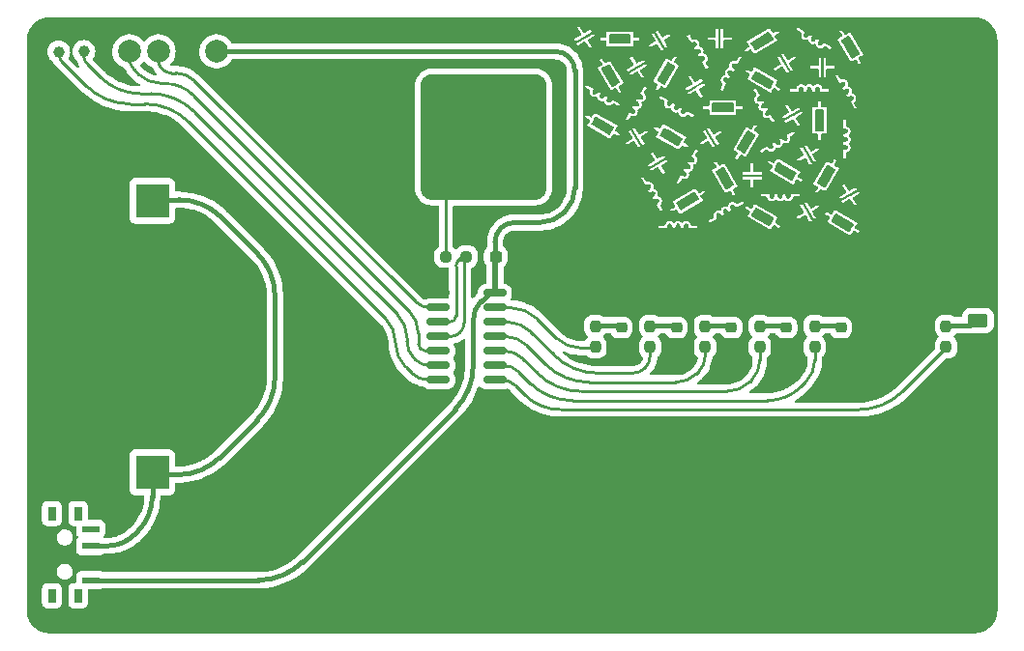
<source format=gbl>
G04 #@! TF.GenerationSoftware,KiCad,Pcbnew,7.0.1*
G04 #@! TF.CreationDate,2023-04-27T11:28:59+02:00*
G04 #@! TF.ProjectId,ET-Abschlussgadget_2023-rounded,45542d41-6273-4636-986c-757373676164,rev?*
G04 #@! TF.SameCoordinates,Original*
G04 #@! TF.FileFunction,Copper,L2,Bot*
G04 #@! TF.FilePolarity,Positive*
%FSLAX46Y46*%
G04 Gerber Fmt 4.6, Leading zero omitted, Abs format (unit mm)*
G04 Created by KiCad (PCBNEW 7.0.1) date 2023-04-27 11:28:59*
%MOMM*%
%LPD*%
G01*
G04 APERTURE LIST*
G04 Aperture macros list*
%AMRoundRect*
0 Rectangle with rounded corners*
0 $1 Rounding radius*
0 $2 $3 $4 $5 $6 $7 $8 $9 X,Y pos of 4 corners*
0 Add a 4 corners polygon primitive as box body*
4,1,4,$2,$3,$4,$5,$6,$7,$8,$9,$2,$3,0*
0 Add four circle primitives for the rounded corners*
1,1,$1+$1,$2,$3*
1,1,$1+$1,$4,$5*
1,1,$1+$1,$6,$7*
1,1,$1+$1,$8,$9*
0 Add four rect primitives between the rounded corners*
20,1,$1+$1,$2,$3,$4,$5,0*
20,1,$1+$1,$4,$5,$6,$7,0*
20,1,$1+$1,$6,$7,$8,$9,0*
20,1,$1+$1,$8,$9,$2,$3,0*%
G04 Aperture macros list end*
G04 #@! TA.AperFunction,SMDPad,CuDef*
%ADD10RoundRect,0.218750X0.256250X-0.218750X0.256250X0.218750X-0.256250X0.218750X-0.256250X-0.218750X0*%
G04 #@! TD*
G04 #@! TA.AperFunction,SMDPad,CuDef*
%ADD11C,1.000000*%
G04 #@! TD*
G04 #@! TA.AperFunction,SMDPad,CuDef*
%ADD12C,2.000000*%
G04 #@! TD*
G04 #@! TA.AperFunction,SMDPad,CuDef*
%ADD13R,4.000000X4.000000*%
G04 #@! TD*
G04 #@! TA.AperFunction,SMDPad,CuDef*
%ADD14RoundRect,0.237500X-0.237500X0.250000X-0.237500X-0.250000X0.237500X-0.250000X0.237500X0.250000X0*%
G04 #@! TD*
G04 #@! TA.AperFunction,SMDPad,CuDef*
%ADD15R,3.000000X3.000000*%
G04 #@! TD*
G04 #@! TA.AperFunction,SMDPad,CuDef*
%ADD16C,14.000000*%
G04 #@! TD*
G04 #@! TA.AperFunction,SMDPad,CuDef*
%ADD17RoundRect,0.250000X0.625000X-0.375000X0.625000X0.375000X-0.625000X0.375000X-0.625000X-0.375000X0*%
G04 #@! TD*
G04 #@! TA.AperFunction,SMDPad,CuDef*
%ADD18R,1.520000X0.600000*%
G04 #@! TD*
G04 #@! TA.AperFunction,SMDPad,CuDef*
%ADD19R,0.700000X1.200000*%
G04 #@! TD*
G04 #@! TA.AperFunction,SMDPad,CuDef*
%ADD20RoundRect,0.237500X0.250000X0.237500X-0.250000X0.237500X-0.250000X-0.237500X0.250000X-0.237500X0*%
G04 #@! TD*
G04 #@! TA.AperFunction,SMDPad,CuDef*
%ADD21RoundRect,0.150000X0.825000X0.150000X-0.825000X0.150000X-0.825000X-0.150000X0.825000X-0.150000X0*%
G04 #@! TD*
G04 #@! TA.AperFunction,SMDPad,CuDef*
%ADD22RoundRect,0.237500X-0.300000X-0.237500X0.300000X-0.237500X0.300000X0.237500X-0.300000X0.237500X0*%
G04 #@! TD*
G04 #@! TA.AperFunction,SMDPad,CuDef*
%ADD23RoundRect,0.237500X0.237500X-0.250000X0.237500X0.250000X-0.237500X0.250000X-0.237500X-0.250000X0*%
G04 #@! TD*
G04 #@! TA.AperFunction,Conductor*
%ADD24C,0.400000*%
G04 #@! TD*
G04 #@! TA.AperFunction,Conductor*
%ADD25C,0.500000*%
G04 #@! TD*
G04 #@! TA.AperFunction,Conductor*
%ADD26C,0.250000*%
G04 #@! TD*
G04 APERTURE END LIST*
D10*
G04 #@! TO.P,D3,1,K*
G04 #@! TO.N,GND*
X166500000Y-108787500D03*
G04 #@! TO.P,D3,2,A*
G04 #@! TO.N,Net-(D3-A)*
X166500000Y-107212500D03*
G04 #@! TD*
D11*
G04 #@! TO.P,J1,1,Pin_1*
G04 #@! TO.N,Net-(J1-Pin_1)*
X105000000Y-83000000D03*
G04 #@! TD*
D12*
G04 #@! TO.P,J6,1,Pin_1*
G04 #@! TO.N,GND*
X114080000Y-83000000D03*
G04 #@! TD*
D13*
G04 #@! TO.P,TP1,1,1*
G04 #@! TO.N,/Cap_Pad*
X140000000Y-90500000D03*
G04 #@! TD*
D14*
G04 #@! TO.P,R1,1*
G04 #@! TO.N,Net-(D1-A)*
X180500000Y-107087500D03*
G04 #@! TO.P,R1,2*
G04 #@! TO.N,/LED IR*
X180500000Y-108912500D03*
G04 #@! TD*
D15*
G04 #@! TO.P,BT1,1,+*
G04 #@! TO.N,Net-(BT1-+)*
X111000000Y-119900000D03*
X111000000Y-96100000D03*
D16*
G04 #@! TO.P,BT1,2,-*
G04 #@! TO.N,GND*
X111000000Y-107870000D03*
G04 #@! TD*
D17*
G04 #@! TO.P,D1,1,K*
G04 #@! TO.N,GND*
X183300000Y-109400000D03*
G04 #@! TO.P,D1,2,A*
G04 #@! TO.N,Net-(D1-A)*
X183300000Y-106600000D03*
G04 #@! TD*
D12*
G04 #@! TO.P,J5,1,Pin_1*
G04 #@! TO.N,VCC*
X116620000Y-83000000D03*
G04 #@! TD*
D14*
G04 #@! TO.P,R7,1*
G04 #@! TO.N,Net-(D6-A)*
X149800000Y-107087500D03*
G04 #@! TO.P,R7,2*
G04 #@! TO.N,/LED 5*
X149800000Y-108912500D03*
G04 #@! TD*
D18*
G04 #@! TO.P,SW1,1,A*
G04 #@! TO.N,VCC*
X105597500Y-129350000D03*
G04 #@! TO.P,SW1,2,B*
G04 #@! TO.N,Net-(BT1-+)*
X105597500Y-126350000D03*
G04 #@! TO.P,SW1,3,C*
G04 #@! TO.N,unconnected-(SW1-C-Pad3)*
X105597500Y-124850000D03*
D19*
G04 #@! TO.P,SW1,4*
G04 #@! TO.N,N/C*
X102197500Y-130700000D03*
X104497500Y-130700000D03*
X102197500Y-123500000D03*
X104497500Y-123500000D03*
G04 #@! TD*
D11*
G04 #@! TO.P,J2,1,Pin_1*
G04 #@! TO.N,Net-(J2-Pin_1)*
X102800000Y-83050000D03*
G04 #@! TD*
D14*
G04 #@! TO.P,R2,1*
G04 #@! TO.N,Net-(D2-A)*
X169000000Y-107087500D03*
G04 #@! TO.P,R2,2*
G04 #@! TO.N,/LED 1*
X169000000Y-108912500D03*
G04 #@! TD*
D10*
G04 #@! TO.P,D4,1,K*
G04 #@! TO.N,GND*
X161700000Y-108787500D03*
G04 #@! TO.P,D4,2,A*
G04 #@! TO.N,Net-(D4-A)*
X161700000Y-107212500D03*
G04 #@! TD*
D14*
G04 #@! TO.P,R6,1*
G04 #@! TO.N,Net-(D5-A)*
X154600000Y-107087500D03*
G04 #@! TO.P,R6,2*
G04 #@! TO.N,/LED 4*
X154600000Y-108912500D03*
G04 #@! TD*
D20*
G04 #@! TO.P,R5,1*
G04 #@! TO.N,/Cap_Pad {slash} ADC1*
X138512500Y-101000000D03*
G04 #@! TO.P,R5,2*
G04 #@! TO.N,/Cap_Pad*
X136687500Y-101000000D03*
G04 #@! TD*
D10*
G04 #@! TO.P,D6,1,K*
G04 #@! TO.N,GND*
X152080000Y-108787500D03*
G04 #@! TO.P,D6,2,A*
G04 #@! TO.N,Net-(D6-A)*
X152080000Y-107212500D03*
G04 #@! TD*
G04 #@! TO.P,D2,1,K*
G04 #@! TO.N,GND*
X171300000Y-108787500D03*
G04 #@! TO.P,D2,2,A*
G04 #@! TO.N,Net-(D2-A)*
X171300000Y-107212500D03*
G04 #@! TD*
D12*
G04 #@! TO.P,J3,1,Pin_1*
G04 #@! TO.N,/UPDI {slash} RESET*
X109000000Y-83000000D03*
G04 #@! TD*
D21*
G04 #@! TO.P,U1,1,VCC*
G04 #@! TO.N,VCC*
X141000000Y-104190000D03*
G04 #@! TO.P,U1,2,PA4*
G04 #@! TO.N,/LED 5*
X141000000Y-105460000D03*
G04 #@! TO.P,U1,3,PA5*
G04 #@! TO.N,/LED 4*
X141000000Y-106730000D03*
G04 #@! TO.P,U1,4,PA6*
G04 #@! TO.N,/LED 3*
X141000000Y-108000000D03*
G04 #@! TO.P,U1,5,PA7*
G04 #@! TO.N,/LED 2*
X141000000Y-109270000D03*
G04 #@! TO.P,U1,6,PB3*
G04 #@! TO.N,/LED 1*
X141000000Y-110540000D03*
G04 #@! TO.P,U1,7,PB2*
G04 #@! TO.N,/LED IR*
X141000000Y-111810000D03*
G04 #@! TO.P,U1,8,PB1*
G04 #@! TO.N,Net-(J2-Pin_1)*
X136050000Y-111810000D03*
G04 #@! TO.P,U1,9,PB0*
G04 #@! TO.N,Net-(J1-Pin_1)*
X136050000Y-110540000D03*
G04 #@! TO.P,U1,10,~{RESET}/PA0*
G04 #@! TO.N,/UPDI {slash} RESET*
X136050000Y-109270000D03*
G04 #@! TO.P,U1,11,PA1*
G04 #@! TO.N,/Cap_Pad {slash} ADC1*
X136050000Y-108000000D03*
G04 #@! TO.P,U1,12,PA2*
X136050000Y-106730000D03*
G04 #@! TO.P,U1,13,PA3*
G04 #@! TO.N,/EXTCLK*
X136050000Y-105460000D03*
G04 #@! TO.P,U1,14,GND*
G04 #@! TO.N,GND*
X136050000Y-104190000D03*
G04 #@! TD*
D10*
G04 #@! TO.P,D5,1,K*
G04 #@! TO.N,GND*
X156900000Y-108787500D03*
G04 #@! TO.P,D5,2,A*
G04 #@! TO.N,Net-(D5-A)*
X156900000Y-107212500D03*
G04 #@! TD*
D22*
G04 #@! TO.P,C1,1*
G04 #@! TO.N,VCC*
X141075000Y-101000000D03*
G04 #@! TO.P,C1,2*
G04 #@! TO.N,GND*
X142800000Y-101000000D03*
G04 #@! TD*
D23*
G04 #@! TO.P,R4,1*
G04 #@! TO.N,/LED 3*
X159400000Y-108912500D03*
G04 #@! TO.P,R4,2*
G04 #@! TO.N,Net-(D4-A)*
X159400000Y-107087500D03*
G04 #@! TD*
G04 #@! TO.P,R3,1*
G04 #@! TO.N,/LED 2*
X164200000Y-108912500D03*
G04 #@! TO.P,R3,2*
G04 #@! TO.N,Net-(D3-A)*
X164200000Y-107087500D03*
G04 #@! TD*
D12*
G04 #@! TO.P,J4,1,Pin_1*
G04 #@! TO.N,/EXTCLK*
X111540000Y-83000000D03*
G04 #@! TD*
D24*
G04 #@! TO.N,VCC*
X148000000Y-84707106D02*
X148000000Y-94927207D01*
X141000000Y-99707106D02*
X141000000Y-101000000D01*
X120296036Y-129350000D02*
X105597500Y-129350000D01*
X146292893Y-83000000D02*
X116620000Y-83000000D01*
X144927207Y-98000000D02*
X142707106Y-98000000D01*
X139100000Y-106571413D02*
X139100000Y-110546036D01*
X139797499Y-104887499D02*
X140316455Y-104368544D01*
D25*
X141000000Y-103937500D02*
X141000000Y-101000000D01*
D24*
X124143792Y-127756207D02*
X137506207Y-114393792D01*
D25*
X140747500Y-104190000D02*
G75*
G03*
X141000000Y-103937500I0J252500D01*
G01*
D24*
X142707106Y-98000003D02*
G75*
G03*
X141500000Y-98500000I-6J-1707097D01*
G01*
X147500002Y-83499998D02*
G75*
G03*
X146292893Y-83000000I-1207102J-1207102D01*
G01*
X120296036Y-129350010D02*
G75*
G03*
X124143792Y-127756207I-36J5441610D01*
G01*
X137506200Y-114393785D02*
G75*
G03*
X139100000Y-110546036I-3847800J3847785D01*
G01*
X144927207Y-98000003D02*
G75*
G03*
X147100000Y-97100000I-7J3072803D01*
G01*
X140747500Y-104190003D02*
G75*
G03*
X140316455Y-104368544I0J-609597D01*
G01*
X147999997Y-84707106D02*
G75*
G03*
X147500000Y-83500000I-1707097J6D01*
G01*
X147099998Y-97099998D02*
G75*
G03*
X148000000Y-94927207I-2172798J2172798D01*
G01*
X139797496Y-104887496D02*
G75*
G03*
X139100000Y-106571413I1683904J-1683904D01*
G01*
X141499998Y-98499998D02*
G75*
G03*
X141000000Y-99707106I1207102J-1207102D01*
G01*
D26*
G04 #@! TO.N,/Cap_Pad*
X138919238Y-90500000D02*
X140000000Y-90500000D01*
X136693750Y-100993750D02*
X136687500Y-101000000D01*
X136700000Y-100978661D02*
X136700000Y-92719238D01*
X138919238Y-90500017D02*
G75*
G03*
X137350001Y-91150001I-38J-2219183D01*
G01*
X136693761Y-100993761D02*
G75*
G03*
X136700000Y-100978661I-15061J15061D01*
G01*
X137349989Y-91149989D02*
G75*
G03*
X136700000Y-92719238I1569211J-1569211D01*
G01*
D24*
G04 #@! TO.N,Net-(BT1-+)*
X120156207Y-115343792D02*
X116884924Y-118615075D01*
X107023750Y-126350000D02*
X105597500Y-126350000D01*
X121750000Y-104503963D02*
X121750000Y-111496036D01*
X111341421Y-120100000D02*
X113300000Y-120100000D01*
X111170710Y-96000000D02*
X113300000Y-96000000D01*
X111000000Y-121996877D02*
X111000000Y-120041421D01*
X120156207Y-100656207D02*
X117055634Y-97555634D01*
X111050000Y-96050000D02*
X111000000Y-96100000D01*
X109724999Y-125074999D02*
X109458511Y-125341488D01*
X113300000Y-120099984D02*
G75*
G03*
X116884924Y-118615075I0J5069884D01*
G01*
X117055640Y-97555628D02*
G75*
G03*
X113300000Y-96000000I-3755640J-3755672D01*
G01*
X109725007Y-125075007D02*
G75*
G03*
X111000000Y-121996877I-3078107J3078107D01*
G01*
X107023750Y-126350026D02*
G75*
G03*
X109458511Y-125341488I-50J3443326D01*
G01*
X120156200Y-115343785D02*
G75*
G03*
X121750000Y-111496036I-3847800J3847785D01*
G01*
X111099994Y-120000006D02*
G75*
G03*
X111341421Y-120100000I241406J241406D01*
G01*
X121750010Y-104503963D02*
G75*
G03*
X120156206Y-100656208I-5441610J-37D01*
G01*
X111170710Y-96000005D02*
G75*
G03*
X111050000Y-96050000I-10J-170695D01*
G01*
X111100036Y-119999964D02*
G75*
G03*
X111000000Y-120041421I-41436J-41436D01*
G01*
D26*
G04 #@! TO.N,Net-(J1-Pin_1)*
X105000000Y-83400000D02*
X105000000Y-83000000D01*
X133300000Y-108100000D02*
X133300000Y-108423187D01*
X105282842Y-84082842D02*
X106450000Y-85250000D01*
X134006134Y-110006134D02*
X133920000Y-109920000D01*
X135295000Y-110540000D02*
X136050000Y-110540000D01*
X109950609Y-86700000D02*
X110846036Y-86700000D01*
X132451471Y-106051471D02*
X114693792Y-88293792D01*
X133299987Y-108100000D02*
G75*
G03*
X132451471Y-106051471I-2897087J0D01*
G01*
X134006140Y-110006128D02*
G75*
G03*
X135295000Y-110540000I1288860J1288828D01*
G01*
X106449997Y-85250003D02*
G75*
G03*
X109950609Y-86700000I3500603J3500603D01*
G01*
X133300006Y-108423187D02*
G75*
G03*
X133920001Y-109919999I2116794J-13D01*
G01*
X114693784Y-88293800D02*
G75*
G03*
X110846036Y-86700000I-3847784J-3847800D01*
G01*
X105000005Y-83400000D02*
G75*
G03*
X105282843Y-84082841I965695J0D01*
G01*
G04 #@! TO.N,Net-(J2-Pin_1)*
X102994454Y-83794454D02*
X105206207Y-86006207D01*
X110346036Y-87600000D02*
X109053963Y-87600000D01*
X131416116Y-106416116D02*
X114193792Y-89193792D01*
X133694817Y-111194817D02*
X133183883Y-110683883D01*
X135180000Y-111810000D02*
X136050000Y-111810000D01*
X102800000Y-83325000D02*
X102800000Y-83050000D01*
X132299990Y-108550000D02*
G75*
G03*
X131416116Y-106416116I-3017790J0D01*
G01*
X102799998Y-83325000D02*
G75*
G03*
X102994454Y-83794454I663902J0D01*
G01*
X114193784Y-89193800D02*
G75*
G03*
X110346036Y-87600000I-3847784J-3847800D01*
G01*
X132300010Y-108550000D02*
G75*
G03*
X133183883Y-110683883I3017790J0D01*
G01*
X133694810Y-111194824D02*
G75*
G03*
X135180000Y-111810000I1485190J1485224D01*
G01*
X105206215Y-86006199D02*
G75*
G03*
X109053963Y-87600000I3847785J3847799D01*
G01*
G04 #@! TO.N,/LED 1*
X167799999Y-112399999D02*
X168222182Y-111977817D01*
X143084472Y-111084472D02*
X144070000Y-112070000D01*
X164902943Y-113600000D02*
X147763746Y-113600000D01*
X141770000Y-110540000D02*
X141000000Y-110540000D01*
X169000000Y-110100000D02*
X169000000Y-109000000D01*
X164902943Y-113600016D02*
G75*
G03*
X167799999Y-112399999I-43J4097116D01*
G01*
X144070016Y-112069984D02*
G75*
G03*
X147763746Y-113600000I3693784J3693784D01*
G01*
X168222175Y-111977810D02*
G75*
G03*
X169000000Y-110100000I-1877775J1877810D01*
G01*
X143084463Y-111084481D02*
G75*
G03*
X141770000Y-110540000I-1314463J-1314419D01*
G01*
G04 #@! TO.N,/LED IR*
X141655000Y-111810000D02*
X141000000Y-111810000D01*
X146731406Y-114400000D02*
X172846036Y-114400000D01*
X176693792Y-112806207D02*
X180500000Y-109000000D01*
X142773154Y-112273154D02*
X143605000Y-113105000D01*
X172846036Y-114400010D02*
G75*
G03*
X176693792Y-112806207I-36J5441610D01*
G01*
X143604998Y-113105002D02*
G75*
G03*
X146731406Y-114400000I3126402J3126402D01*
G01*
X142773152Y-112273156D02*
G75*
G03*
X141655000Y-111810000I-1118152J-1118144D01*
G01*
G04 #@! TO.N,/LED 3*
X145406207Y-110406207D02*
X143707106Y-108707106D01*
X159400000Y-109750000D02*
X159400000Y-109000000D01*
X142000000Y-108000000D02*
X141000000Y-108000000D01*
X149253963Y-112000000D02*
X156839339Y-112000000D01*
X158869669Y-111030330D02*
X158650000Y-111250000D01*
X145406215Y-110406199D02*
G75*
G03*
X149253963Y-112000000I3847785J3847799D01*
G01*
X158869678Y-111030339D02*
G75*
G03*
X159400000Y-109750000I-1280378J1280339D01*
G01*
X143707103Y-108707109D02*
G75*
G03*
X142000000Y-108000000I-1707103J-1707091D01*
G01*
X156839339Y-112000016D02*
G75*
G03*
X158650000Y-111250000I-39J2560716D01*
G01*
G04 #@! TO.N,/Cap_Pad {slash} ADC1*
X137849999Y-101249999D02*
X137954159Y-101145840D01*
X137036654Y-106730000D02*
X136050000Y-106730000D01*
X138300000Y-106805025D02*
X138300000Y-101362760D01*
X137600000Y-106166654D02*
X137600000Y-101853553D01*
X137105025Y-108000000D02*
X136050000Y-108000000D01*
X138306250Y-101000000D02*
X138362239Y-101000000D01*
X138406262Y-101106262D02*
G75*
G03*
X138300000Y-101362760I256538J-256538D01*
G01*
X137434984Y-106564984D02*
G75*
G03*
X137600000Y-106166654I-398384J398384D01*
G01*
X137036654Y-106730022D02*
G75*
G03*
X137435000Y-106565000I-54J563422D01*
G01*
X137849984Y-101249984D02*
G75*
G03*
X137600000Y-101853553I603516J-603516D01*
G01*
X138306250Y-101000026D02*
G75*
G03*
X137954159Y-101145840I-50J-497874D01*
G01*
X137105025Y-108000010D02*
G75*
G03*
X137950000Y-107650000I-25J1195010D01*
G01*
X138406182Y-101106182D02*
G75*
G03*
X138362239Y-101000000I-43982J43982D01*
G01*
X137949993Y-107649993D02*
G75*
G03*
X138300000Y-106805025I-844993J844993D01*
G01*
G04 #@! TO.N,/LED 4*
X154600000Y-109663603D02*
X154600000Y-109000000D01*
X142140000Y-106730000D02*
X141000000Y-106730000D01*
X146156207Y-109606207D02*
X144086101Y-107536101D01*
X150003963Y-111200000D02*
X153063603Y-111200000D01*
X144086100Y-107536102D02*
G75*
G03*
X142140000Y-106730000I-1946100J-1946098D01*
G01*
X154149999Y-110749999D02*
G75*
G03*
X154600000Y-109663603I-1086399J1086399D01*
G01*
X146156215Y-109606199D02*
G75*
G03*
X150003963Y-111200000I3847785J3847799D01*
G01*
X153063603Y-111200001D02*
G75*
G03*
X154150000Y-110750000I-3J1536401D01*
G01*
G04 #@! TO.N,/LED 5*
X148525000Y-109000000D02*
X149800000Y-109000000D01*
X142355000Y-105460000D02*
X141000000Y-105460000D01*
X146348438Y-108098438D02*
X144668129Y-106418129D01*
X146348443Y-108098433D02*
G75*
G03*
X148525000Y-109000000I2176557J2176533D01*
G01*
X144668137Y-106418121D02*
G75*
G03*
X142355000Y-105460000I-2313137J-2313179D01*
G01*
G04 #@! TO.N,/LED 2*
X163457537Y-111842462D02*
X163350000Y-111950000D01*
X148553963Y-112800000D02*
X161297918Y-112800000D01*
X141885000Y-109270000D02*
X141000000Y-109270000D01*
X144706207Y-111206207D02*
X143395789Y-109895789D01*
X164200000Y-110050000D02*
X164200000Y-109000000D01*
X163457532Y-111842457D02*
G75*
G03*
X164200000Y-110050000I-1792432J1792457D01*
G01*
X144706215Y-111206199D02*
G75*
G03*
X148553963Y-112800000I3847785J3847799D01*
G01*
X143395793Y-109895785D02*
G75*
G03*
X141885000Y-109270000I-1510793J-1510815D01*
G01*
X161297918Y-112800007D02*
G75*
G03*
X163350000Y-111950000I-18J2902107D01*
G01*
G04 #@! TO.N,/UPDI {slash} RESET*
X134931629Y-109270000D02*
X136050000Y-109270000D01*
X114592982Y-86842982D02*
X133469149Y-105719149D01*
X109000000Y-83600000D02*
X109000000Y-83000000D01*
X134300000Y-108638370D02*
X134300000Y-107725000D01*
X109800000Y-85000000D02*
X109424264Y-84624264D01*
X111731370Y-85800000D02*
X112075000Y-85800000D01*
X134300000Y-107725000D02*
G75*
G03*
X133469149Y-105719149I-2836700J0D01*
G01*
X134300013Y-108638370D02*
G75*
G03*
X134485001Y-109084999I631587J-30D01*
G01*
X114592989Y-86842975D02*
G75*
G03*
X112075000Y-85800000I-2517989J-2518025D01*
G01*
X108999992Y-83600000D02*
G75*
G03*
X109424264Y-84624264I1448508J0D01*
G01*
X109800009Y-84999991D02*
G75*
G03*
X111731370Y-85800000I1931391J1931391D01*
G01*
X134484991Y-109085009D02*
G75*
G03*
X134931629Y-109270000I446609J446609D01*
G01*
G04 #@! TO.N,/EXTCLK*
X112666690Y-84900000D02*
X113100000Y-84900000D01*
X111540000Y-83773309D02*
X111540000Y-83000000D01*
X114636396Y-85536396D02*
X134033205Y-104933205D01*
X135305000Y-105460000D02*
X136050000Y-105460000D01*
X111870003Y-84569997D02*
G75*
G03*
X112666690Y-84900000I796697J796697D01*
G01*
X111539997Y-83773309D02*
G75*
G03*
X111870001Y-84569999I1126703J9D01*
G01*
X134033203Y-104933207D02*
G75*
G03*
X135305000Y-105460000I1271797J1271807D01*
G01*
X114636398Y-85536394D02*
G75*
G03*
X113100000Y-84900000I-1536398J-1536406D01*
G01*
D24*
G04 #@! TO.N,Net-(D1-A)*
X182617157Y-107000000D02*
X180500000Y-107000000D01*
X183100000Y-106800000D02*
X183300000Y-106600000D01*
X182617157Y-106999953D02*
G75*
G03*
X183100000Y-106800000I43J682853D01*
G01*
G04 #@! TO.N,Net-(D2-A)*
X170937239Y-107000000D02*
X169000000Y-107000000D01*
X171193750Y-107106250D02*
X171300000Y-107212500D01*
X171193738Y-107106262D02*
G75*
G03*
X170937239Y-107000000I-256538J-256538D01*
G01*
G04 #@! TO.N,Net-(D3-A)*
X166393750Y-107106250D02*
X166500000Y-107212500D01*
X166137239Y-107000000D02*
X164200000Y-107000000D01*
X166393738Y-107106262D02*
G75*
G03*
X166137239Y-107000000I-256538J-256538D01*
G01*
G04 #@! TO.N,Net-(D4-A)*
X161593750Y-107106250D02*
X161700000Y-107212500D01*
X161337239Y-107000000D02*
X159400000Y-107000000D01*
X161593738Y-107106262D02*
G75*
G03*
X161337239Y-107000000I-256538J-256538D01*
G01*
G04 #@! TO.N,Net-(D5-A)*
X156537239Y-107000000D02*
X154600000Y-107000000D01*
X156793750Y-107106250D02*
X156900000Y-107212500D01*
X156793738Y-107106262D02*
G75*
G03*
X156537239Y-107000000I-256538J-256538D01*
G01*
G04 #@! TO.N,Net-(D6-A)*
X151973750Y-107106250D02*
X152080000Y-107212500D01*
X151717239Y-107000000D02*
X149800000Y-107000000D01*
X151973738Y-107106262D02*
G75*
G03*
X151717239Y-107000000I-256538J-256538D01*
G01*
G04 #@! TD*
G04 #@! TA.AperFunction,Conductor*
G04 #@! TO.N,GND*
G36*
X183003234Y-80000712D02*
G01*
X183083696Y-80005985D01*
X183263136Y-80018819D01*
X183275379Y-80020468D01*
X183388641Y-80042997D01*
X183390160Y-80043313D01*
X183531635Y-80074089D01*
X183542359Y-80077066D01*
X183658112Y-80116359D01*
X183660727Y-80117291D01*
X183789995Y-80165505D01*
X183799174Y-80169469D01*
X183911109Y-80224669D01*
X183914727Y-80226547D01*
X184033463Y-80291382D01*
X184041007Y-80295949D01*
X184145830Y-80365990D01*
X184150137Y-80369038D01*
X184257498Y-80449408D01*
X184263444Y-80454229D01*
X184358578Y-80537659D01*
X184363307Y-80542087D01*
X184457911Y-80636691D01*
X184462339Y-80641420D01*
X184545769Y-80736554D01*
X184550590Y-80742500D01*
X184630960Y-80849861D01*
X184634023Y-80854189D01*
X184704047Y-80958988D01*
X184708621Y-80966543D01*
X184773429Y-81085229D01*
X184775329Y-81088889D01*
X184830529Y-81200824D01*
X184834497Y-81210013D01*
X184882679Y-81339192D01*
X184883666Y-81341964D01*
X184915500Y-81435744D01*
X184922924Y-81457612D01*
X184925916Y-81468391D01*
X184956661Y-81609726D01*
X184957021Y-81611457D01*
X184979529Y-81724617D01*
X184981179Y-81736867D01*
X184993999Y-81916107D01*
X184994039Y-81916694D01*
X184999288Y-81996765D01*
X184999500Y-82003241D01*
X184999500Y-131996759D01*
X184999288Y-132003235D01*
X184994039Y-132083304D01*
X184993999Y-132083891D01*
X184981179Y-132263131D01*
X184979529Y-132275381D01*
X184957021Y-132388541D01*
X184956661Y-132390272D01*
X184925916Y-132531607D01*
X184922924Y-132542386D01*
X184883667Y-132658032D01*
X184882679Y-132660806D01*
X184834497Y-132789985D01*
X184830529Y-132799174D01*
X184775329Y-132911109D01*
X184773429Y-132914769D01*
X184708621Y-133033455D01*
X184704047Y-133041010D01*
X184634023Y-133145809D01*
X184630960Y-133150137D01*
X184550590Y-133257498D01*
X184545769Y-133263444D01*
X184462339Y-133358578D01*
X184457911Y-133363307D01*
X184363307Y-133457911D01*
X184358578Y-133462339D01*
X184263444Y-133545769D01*
X184257498Y-133550590D01*
X184150137Y-133630960D01*
X184145809Y-133634023D01*
X184041010Y-133704047D01*
X184033455Y-133708621D01*
X183914769Y-133773429D01*
X183911109Y-133775329D01*
X183799174Y-133830529D01*
X183789985Y-133834497D01*
X183660806Y-133882679D01*
X183658032Y-133883667D01*
X183542386Y-133922924D01*
X183531607Y-133925916D01*
X183390272Y-133956661D01*
X183388541Y-133957021D01*
X183275381Y-133979529D01*
X183263131Y-133981179D01*
X183083891Y-133993999D01*
X183083304Y-133994039D01*
X183005899Y-133999113D01*
X183003233Y-133999288D01*
X182996759Y-133999500D01*
X102003241Y-133999500D01*
X101996766Y-133999288D01*
X101993697Y-133999086D01*
X101916694Y-133994039D01*
X101916107Y-133993999D01*
X101736867Y-133981179D01*
X101724617Y-133979529D01*
X101611457Y-133957021D01*
X101609726Y-133956661D01*
X101498397Y-133932443D01*
X101468388Y-133925915D01*
X101457617Y-133922925D01*
X101341964Y-133883666D01*
X101339192Y-133882679D01*
X101210013Y-133834497D01*
X101200824Y-133830529D01*
X101088889Y-133775329D01*
X101085229Y-133773429D01*
X100966543Y-133708621D01*
X100958988Y-133704047D01*
X100854189Y-133634023D01*
X100849861Y-133630960D01*
X100742500Y-133550590D01*
X100736554Y-133545769D01*
X100641420Y-133462339D01*
X100636691Y-133457911D01*
X100542087Y-133363307D01*
X100537659Y-133358578D01*
X100454229Y-133263444D01*
X100449408Y-133257498D01*
X100369038Y-133150137D01*
X100365990Y-133145830D01*
X100295949Y-133041007D01*
X100291382Y-133033463D01*
X100226547Y-132914727D01*
X100224669Y-132911109D01*
X100169469Y-132799174D01*
X100165505Y-132789995D01*
X100117291Y-132660727D01*
X100116359Y-132658112D01*
X100077066Y-132542359D01*
X100074089Y-132531635D01*
X100043313Y-132390160D01*
X100042997Y-132388641D01*
X100020468Y-132275379D01*
X100018819Y-132263131D01*
X100005985Y-132083696D01*
X100000712Y-132003234D01*
X100000500Y-131996761D01*
X100000500Y-131347871D01*
X101347000Y-131347871D01*
X101353409Y-131407484D01*
X101403703Y-131542330D01*
X101403704Y-131542331D01*
X101489954Y-131657546D01*
X101605169Y-131743796D01*
X101740017Y-131794091D01*
X101799627Y-131800500D01*
X102595372Y-131800499D01*
X102654983Y-131794091D01*
X102789831Y-131743796D01*
X102905046Y-131657546D01*
X102991296Y-131542331D01*
X103041591Y-131407483D01*
X103048000Y-131347873D01*
X103047999Y-130052128D01*
X103041591Y-129992517D01*
X102991296Y-129857669D01*
X102905046Y-129742454D01*
X102789831Y-129656204D01*
X102789830Y-129656203D01*
X102693866Y-129620411D01*
X102654983Y-129605909D01*
X102595373Y-129599500D01*
X102595369Y-129599500D01*
X101799628Y-129599500D01*
X101740015Y-129605909D01*
X101605169Y-129656203D01*
X101489954Y-129742454D01*
X101403703Y-129857669D01*
X101353410Y-129992514D01*
X101353409Y-129992517D01*
X101347175Y-130050500D01*
X101347000Y-130052130D01*
X101347000Y-131347871D01*
X100000500Y-131347871D01*
X100000500Y-128685057D01*
X102647000Y-128685057D01*
X102687709Y-128850223D01*
X102766766Y-129000854D01*
X102879569Y-129128181D01*
X102879571Y-129128183D01*
X103019570Y-129224818D01*
X103178628Y-129285140D01*
X103241877Y-129292819D01*
X103305127Y-129300500D01*
X103305128Y-129300500D01*
X103389872Y-129300500D01*
X103389873Y-129300500D01*
X103432038Y-129295380D01*
X103516372Y-129285140D01*
X103675430Y-129224818D01*
X103815429Y-129128183D01*
X103871831Y-129064517D01*
X103928233Y-129000854D01*
X103931806Y-128994045D01*
X104007290Y-128850225D01*
X104048000Y-128685056D01*
X104048000Y-128514944D01*
X104007290Y-128349775D01*
X103969548Y-128277864D01*
X103928233Y-128199145D01*
X103815430Y-128071818D01*
X103815429Y-128071817D01*
X103675430Y-127975182D01*
X103578253Y-127938328D01*
X103516370Y-127914859D01*
X103389873Y-127899500D01*
X103389872Y-127899500D01*
X103305128Y-127899500D01*
X103305127Y-127899500D01*
X103178629Y-127914859D01*
X103019570Y-127975182D01*
X102879569Y-128071818D01*
X102766766Y-128199145D01*
X102687709Y-128349776D01*
X102647000Y-128514943D01*
X102647000Y-128685057D01*
X100000500Y-128685057D01*
X100000500Y-125685057D01*
X102647000Y-125685057D01*
X102687709Y-125850223D01*
X102766766Y-126000854D01*
X102879569Y-126128181D01*
X102879571Y-126128183D01*
X103019570Y-126224818D01*
X103178628Y-126285140D01*
X103241877Y-126292819D01*
X103305127Y-126300500D01*
X103305128Y-126300500D01*
X103389872Y-126300500D01*
X103389873Y-126300500D01*
X103432038Y-126295380D01*
X103516372Y-126285140D01*
X103675430Y-126224818D01*
X103815429Y-126128183D01*
X103871831Y-126064517D01*
X103928233Y-126000854D01*
X103947184Y-125964746D01*
X104007290Y-125850225D01*
X104048000Y-125685056D01*
X104048000Y-125514944D01*
X104007290Y-125349775D01*
X103958852Y-125257485D01*
X103928233Y-125199145D01*
X103815430Y-125071818D01*
X103815429Y-125071817D01*
X103675430Y-124975182D01*
X103578253Y-124938328D01*
X103516370Y-124914859D01*
X103389873Y-124899500D01*
X103389872Y-124899500D01*
X103305128Y-124899500D01*
X103305127Y-124899500D01*
X103178629Y-124914859D01*
X103019570Y-124975182D01*
X102879569Y-125071818D01*
X102766766Y-125199145D01*
X102687709Y-125349776D01*
X102647000Y-125514943D01*
X102647000Y-125685057D01*
X100000500Y-125685057D01*
X100000500Y-124147871D01*
X101347000Y-124147871D01*
X101353409Y-124207484D01*
X101403703Y-124342330D01*
X101425386Y-124371294D01*
X101489954Y-124457546D01*
X101605169Y-124543796D01*
X101740017Y-124594091D01*
X101799627Y-124600500D01*
X102595372Y-124600499D01*
X102654983Y-124594091D01*
X102789831Y-124543796D01*
X102905046Y-124457546D01*
X102991296Y-124342331D01*
X103041591Y-124207483D01*
X103048000Y-124147873D01*
X103048000Y-124147871D01*
X103647000Y-124147871D01*
X103653409Y-124207484D01*
X103703703Y-124342330D01*
X103725386Y-124371294D01*
X103789954Y-124457546D01*
X103905169Y-124543796D01*
X104040017Y-124594091D01*
X104099627Y-124600500D01*
X104238000Y-124600499D01*
X104287500Y-124613762D01*
X104323736Y-124649999D01*
X104337000Y-124699499D01*
X104337000Y-125197871D01*
X104343409Y-125257484D01*
X104393703Y-125392330D01*
X104479954Y-125507546D01*
X104497589Y-125520748D01*
X104532558Y-125569856D01*
X104532558Y-125630144D01*
X104497589Y-125679252D01*
X104479954Y-125692453D01*
X104393703Y-125807669D01*
X104343410Y-125942514D01*
X104343409Y-125942517D01*
X104337137Y-126000852D01*
X104337000Y-126002130D01*
X104337000Y-126697871D01*
X104343409Y-126757484D01*
X104393703Y-126892330D01*
X104393704Y-126892331D01*
X104479954Y-127007546D01*
X104595169Y-127093796D01*
X104730017Y-127144091D01*
X104789627Y-127150500D01*
X106405372Y-127150499D01*
X106464983Y-127144091D01*
X106599831Y-127093796D01*
X106619598Y-127078998D01*
X106631289Y-127070247D01*
X106659353Y-127055566D01*
X106690618Y-127050500D01*
X106944829Y-127050500D01*
X106944833Y-127050501D01*
X106982728Y-127050500D01*
X106982856Y-127050525D01*
X107023760Y-127050525D01*
X107023760Y-127050526D01*
X107204680Y-127050524D01*
X107204682Y-127050524D01*
X107276773Y-127044215D01*
X107565146Y-127018982D01*
X107921490Y-126956145D01*
X108159639Y-126892330D01*
X108270999Y-126862490D01*
X108271002Y-126862489D01*
X108611021Y-126738728D01*
X108938960Y-126585804D01*
X109252323Y-126404881D01*
X109548726Y-126197334D01*
X109825912Y-125964745D01*
X109915726Y-125874927D01*
X109915730Y-125874925D01*
X109923877Y-125866777D01*
X109923879Y-125866777D01*
X110191322Y-125599331D01*
X110191370Y-125599299D01*
X110220334Y-125570334D01*
X110220335Y-125570335D01*
X110360736Y-125429933D01*
X110618642Y-125127964D01*
X110852060Y-124806690D01*
X110990346Y-124581028D01*
X111059547Y-124468102D01*
X111064926Y-124457545D01*
X111239838Y-124114260D01*
X111391807Y-123747373D01*
X111514521Y-123369693D01*
X111607224Y-122983549D01*
X111669345Y-122591323D01*
X111700501Y-122195431D01*
X111700500Y-121999498D01*
X111713763Y-121949999D01*
X111750000Y-121913763D01*
X111799500Y-121900499D01*
X112547872Y-121900499D01*
X112607483Y-121894091D01*
X112742331Y-121843796D01*
X112857546Y-121757546D01*
X112943796Y-121642331D01*
X112994091Y-121507483D01*
X113000500Y-121447873D01*
X113000500Y-120899500D01*
X113013763Y-120850000D01*
X113050000Y-120813763D01*
X113099500Y-120800500D01*
X113348217Y-120800500D01*
X113348482Y-120800484D01*
X113526715Y-120800484D01*
X113526717Y-120800484D01*
X113978753Y-120764908D01*
X114426605Y-120693976D01*
X114867510Y-120588125D01*
X115298752Y-120448007D01*
X115298752Y-120448006D01*
X115298758Y-120448005D01*
X115553193Y-120342614D01*
X115717671Y-120274487D01*
X116121684Y-120068634D01*
X116508301Y-119831718D01*
X116875139Y-119565198D01*
X117219934Y-119270719D01*
X117350288Y-119140367D01*
X117350291Y-119140365D01*
X120681497Y-115809159D01*
X120681503Y-115809150D01*
X120685939Y-115804715D01*
X120686040Y-115804599D01*
X120806642Y-115683999D01*
X121093946Y-115352431D01*
X121356865Y-115001212D01*
X121594059Y-114632132D01*
X121804319Y-114247071D01*
X121986573Y-113847992D01*
X122139893Y-113436927D01*
X122263498Y-113015973D01*
X122272739Y-112973497D01*
X122348983Y-112623012D01*
X122356758Y-112587273D01*
X122419198Y-112153012D01*
X122450499Y-111715404D01*
X122450500Y-111496041D01*
X122450500Y-111417113D01*
X122450500Y-104544975D01*
X122450509Y-104544924D01*
X122450509Y-104503958D01*
X122450510Y-104503958D01*
X122450509Y-104284595D01*
X122419207Y-103846985D01*
X122356768Y-103412724D01*
X122276261Y-103042646D01*
X122263511Y-102984035D01*
X122178140Y-102693293D01*
X122139902Y-102563068D01*
X121986582Y-102152004D01*
X121986581Y-102152003D01*
X121986579Y-102151996D01*
X121804330Y-101752930D01*
X121774525Y-101698347D01*
X121594067Y-101367862D01*
X121356873Y-100998782D01*
X121093954Y-100647562D01*
X121063354Y-100612248D01*
X120806651Y-100315996D01*
X120685378Y-100194722D01*
X120685374Y-100194718D01*
X120681500Y-100190844D01*
X120681497Y-100190840D01*
X117579962Y-97089305D01*
X117579937Y-97089268D01*
X117486221Y-96995553D01*
X117399142Y-96908474D01*
X117399139Y-96908471D01*
X117074610Y-96627266D01*
X116730831Y-96369919D01*
X116369580Y-96137759D01*
X115992697Y-95931967D01*
X115992691Y-95931964D01*
X115992687Y-95931962D01*
X115602071Y-95753575D01*
X115592486Y-95750000D01*
X115199724Y-95603507D01*
X114787702Y-95482528D01*
X114686109Y-95460428D01*
X114368089Y-95391247D01*
X114368080Y-95391245D01*
X114368077Y-95391245D01*
X113943045Y-95330134D01*
X113597037Y-95305388D01*
X113514711Y-95299500D01*
X113514709Y-95299500D01*
X113099499Y-95299500D01*
X113049999Y-95286237D01*
X113013762Y-95250000D01*
X113000499Y-95200500D01*
X113000499Y-94552128D01*
X112997454Y-94523801D01*
X112994091Y-94492517D01*
X112943796Y-94357669D01*
X112857546Y-94242454D01*
X112755159Y-94165807D01*
X112742330Y-94156203D01*
X112646366Y-94120411D01*
X112607483Y-94105909D01*
X112547873Y-94099500D01*
X112547869Y-94099500D01*
X109452128Y-94099500D01*
X109392515Y-94105909D01*
X109257669Y-94156203D01*
X109142454Y-94242454D01*
X109056203Y-94357669D01*
X109017547Y-94461314D01*
X109005909Y-94492517D01*
X109000323Y-94544474D01*
X108999500Y-94552130D01*
X108999500Y-97647871D01*
X109005909Y-97707484D01*
X109056203Y-97842330D01*
X109056204Y-97842331D01*
X109142454Y-97957546D01*
X109257669Y-98043796D01*
X109392517Y-98094091D01*
X109452127Y-98100500D01*
X112547872Y-98100499D01*
X112607483Y-98094091D01*
X112742331Y-98043796D01*
X112857546Y-97957546D01*
X112943796Y-97842331D01*
X112994091Y-97707483D01*
X113000500Y-97647873D01*
X113000500Y-96799500D01*
X113013763Y-96750000D01*
X113050000Y-96713763D01*
X113099500Y-96700500D01*
X113221073Y-96700500D01*
X113297835Y-96700500D01*
X113302153Y-96700594D01*
X113697552Y-96717857D01*
X113706131Y-96718607D01*
X114096376Y-96769985D01*
X114104871Y-96771483D01*
X114489133Y-96856671D01*
X114497473Y-96858906D01*
X114644196Y-96905167D01*
X114872865Y-96977265D01*
X114880963Y-96980212D01*
X115244617Y-97130842D01*
X115252415Y-97134478D01*
X115601555Y-97316228D01*
X115609032Y-97320545D01*
X115922942Y-97520526D01*
X115940988Y-97532022D01*
X115948060Y-97536974D01*
X116058259Y-97621532D01*
X116260319Y-97776577D01*
X116266935Y-97782128D01*
X116558556Y-98049347D01*
X116561677Y-98052334D01*
X119659498Y-101150155D01*
X119662192Y-101152958D01*
X119910933Y-101422046D01*
X119915981Y-101427957D01*
X120141632Y-101714193D01*
X120146201Y-101720482D01*
X120348692Y-102023531D01*
X120352754Y-102030158D01*
X120530855Y-102348180D01*
X120534384Y-102355106D01*
X120686981Y-102686111D01*
X120689956Y-102693293D01*
X120816113Y-103035253D01*
X120818515Y-103042646D01*
X120917451Y-103393443D01*
X120919266Y-103401002D01*
X120990376Y-103758487D01*
X120991592Y-103766164D01*
X121034435Y-104128125D01*
X121035045Y-104135875D01*
X121049424Y-104501780D01*
X121049500Y-104505667D01*
X121049500Y-111494078D01*
X121049424Y-111497965D01*
X121035035Y-111864123D01*
X121034425Y-111871873D01*
X120991583Y-112233832D01*
X120990367Y-112241509D01*
X120919257Y-112598993D01*
X120917442Y-112606552D01*
X120818505Y-112957349D01*
X120816103Y-112964742D01*
X120689945Y-113306707D01*
X120686970Y-113313889D01*
X120534378Y-113644884D01*
X120530849Y-113651810D01*
X120352746Y-113969835D01*
X120348684Y-113976462D01*
X120146193Y-114279511D01*
X120141624Y-114285800D01*
X119915974Y-114572035D01*
X119910926Y-114577946D01*
X119662022Y-114847209D01*
X119659328Y-114850012D01*
X116391118Y-118118223D01*
X116387997Y-118121210D01*
X116111749Y-118374342D01*
X116105133Y-118379893D01*
X115809586Y-118606672D01*
X115802511Y-118611626D01*
X115488319Y-118811785D01*
X115480840Y-118816103D01*
X115150398Y-118988119D01*
X115142570Y-118991769D01*
X114798401Y-119134327D01*
X114790286Y-119137281D01*
X114434987Y-119249305D01*
X114426644Y-119251540D01*
X114062952Y-119332167D01*
X114054447Y-119333667D01*
X113685101Y-119382292D01*
X113676498Y-119383045D01*
X113425831Y-119393989D01*
X113301781Y-119399406D01*
X113297472Y-119399500D01*
X113099499Y-119399500D01*
X113049999Y-119386237D01*
X113013762Y-119350000D01*
X113000499Y-119300500D01*
X113000499Y-118352128D01*
X113000498Y-118352127D01*
X112994091Y-118292517D01*
X112943796Y-118157669D01*
X112857546Y-118042454D01*
X112742331Y-117956204D01*
X112742330Y-117956203D01*
X112646366Y-117920411D01*
X112607483Y-117905909D01*
X112547873Y-117899500D01*
X112547869Y-117899500D01*
X109452128Y-117899500D01*
X109392515Y-117905909D01*
X109257669Y-117956203D01*
X109142454Y-118042454D01*
X109056203Y-118157669D01*
X109005910Y-118292514D01*
X109005909Y-118292517D01*
X108999500Y-118352127D01*
X108999500Y-118352130D01*
X108999500Y-121447871D01*
X109005909Y-121507484D01*
X109056203Y-121642330D01*
X109056204Y-121642331D01*
X109142454Y-121757546D01*
X109257669Y-121843796D01*
X109392517Y-121894091D01*
X109452127Y-121900500D01*
X110200291Y-121900500D01*
X110251033Y-121914492D01*
X110287431Y-121952514D01*
X110299197Y-122003818D01*
X110285790Y-122310912D01*
X110285037Y-122319516D01*
X110244574Y-122626871D01*
X110243074Y-122635376D01*
X110175980Y-122938024D01*
X110173745Y-122946367D01*
X110080524Y-123242030D01*
X110077570Y-123250145D01*
X109958936Y-123536556D01*
X109955286Y-123544384D01*
X109812146Y-123819354D01*
X109807828Y-123826834D01*
X109641255Y-124088302D01*
X109636301Y-124095376D01*
X109447588Y-124341312D01*
X109442036Y-124347929D01*
X109231297Y-124577909D01*
X109228311Y-124581028D01*
X109018990Y-124790350D01*
X109018989Y-124790352D01*
X108964893Y-124844447D01*
X108961375Y-124847797D01*
X108767344Y-125023658D01*
X108759834Y-125029821D01*
X108551457Y-125184366D01*
X108543379Y-125189764D01*
X108320853Y-125323144D01*
X108312285Y-125327724D01*
X108077754Y-125438651D01*
X108068778Y-125442369D01*
X107824505Y-125529774D01*
X107815208Y-125532594D01*
X107563544Y-125595636D01*
X107554015Y-125597531D01*
X107297395Y-125635600D01*
X107287727Y-125636553D01*
X107026691Y-125649381D01*
X107021832Y-125649500D01*
X106806557Y-125649500D01*
X106754528Y-125634726D01*
X106718028Y-125594814D01*
X106707951Y-125541675D01*
X106727304Y-125491171D01*
X106801296Y-125392331D01*
X106851591Y-125257483D01*
X106858000Y-125197873D01*
X106857999Y-124502128D01*
X106851591Y-124442517D01*
X106801296Y-124307669D01*
X106715046Y-124192454D01*
X106628794Y-124127886D01*
X106599830Y-124106203D01*
X106503866Y-124070411D01*
X106464983Y-124055909D01*
X106405373Y-124049500D01*
X106405369Y-124049500D01*
X105446999Y-124049500D01*
X105397499Y-124036237D01*
X105361262Y-124000000D01*
X105347999Y-123950500D01*
X105347999Y-122852128D01*
X105347999Y-122852127D01*
X105341591Y-122792517D01*
X105291296Y-122657669D01*
X105205046Y-122542454D01*
X105089831Y-122456204D01*
X105089830Y-122456203D01*
X104993866Y-122420411D01*
X104954983Y-122405909D01*
X104895373Y-122399500D01*
X104895369Y-122399500D01*
X104099628Y-122399500D01*
X104040015Y-122405909D01*
X103905169Y-122456203D01*
X103789954Y-122542454D01*
X103703703Y-122657669D01*
X103653410Y-122792514D01*
X103653409Y-122792517D01*
X103647000Y-122852127D01*
X103647000Y-122852130D01*
X103647000Y-124147871D01*
X103048000Y-124147871D01*
X103047999Y-122852128D01*
X103041591Y-122792517D01*
X102991296Y-122657669D01*
X102905046Y-122542454D01*
X102789831Y-122456204D01*
X102789830Y-122456203D01*
X102693866Y-122420411D01*
X102654983Y-122405909D01*
X102595373Y-122399500D01*
X102595369Y-122399500D01*
X101799628Y-122399500D01*
X101740015Y-122405909D01*
X101605169Y-122456203D01*
X101489954Y-122542454D01*
X101403703Y-122657669D01*
X101353410Y-122792514D01*
X101353409Y-122792517D01*
X101347000Y-122852127D01*
X101347000Y-122852130D01*
X101347000Y-124147871D01*
X100000500Y-124147871D01*
X100000500Y-83050000D01*
X101794658Y-83050000D01*
X101813975Y-83246130D01*
X101871185Y-83434727D01*
X101964088Y-83608536D01*
X101976096Y-83623167D01*
X102089117Y-83760883D01*
X102215944Y-83864968D01*
X102241463Y-83885911D01*
X102298015Y-83916139D01*
X102339556Y-83958502D01*
X102361109Y-84000800D01*
X102417561Y-84078499D01*
X102480407Y-84164999D01*
X102505386Y-84189977D01*
X102505387Y-84189978D01*
X102552163Y-84236753D01*
X102552162Y-84236753D01*
X102580279Y-84264869D01*
X104791736Y-86476327D01*
X104791740Y-86476330D01*
X104796348Y-86480938D01*
X104796467Y-86481042D01*
X104917142Y-86601716D01*
X105244655Y-86885507D01*
X105244658Y-86885509D01*
X105244659Y-86885510D01*
X105591589Y-87145219D01*
X105883584Y-87332873D01*
X105956165Y-87379518D01*
X106142814Y-87481436D01*
X106336521Y-87587208D01*
X106730727Y-87767237D01*
X107136772Y-87918686D01*
X107552586Y-88040781D01*
X107552589Y-88040781D01*
X107552597Y-88040784D01*
X107976046Y-88132901D01*
X107976051Y-88132902D01*
X108405009Y-88194580D01*
X108837274Y-88225498D01*
X108958878Y-88225498D01*
X108958883Y-88225500D01*
X108974944Y-88225500D01*
X109053959Y-88225500D01*
X110344079Y-88225500D01*
X110347965Y-88225575D01*
X110720013Y-88240196D01*
X110727753Y-88240805D01*
X111095583Y-88284343D01*
X111103220Y-88285552D01*
X111466514Y-88357818D01*
X111474049Y-88359627D01*
X111830536Y-88460167D01*
X111837907Y-88462562D01*
X112027184Y-88532391D01*
X112185403Y-88590762D01*
X112192584Y-88593737D01*
X112528942Y-88748801D01*
X112535868Y-88752330D01*
X112859022Y-88933304D01*
X112865629Y-88937353D01*
X112990106Y-89020526D01*
X113173601Y-89143134D01*
X113179889Y-89147703D01*
X113470743Y-89376994D01*
X113476654Y-89382042D01*
X113750259Y-89634958D01*
X113753062Y-89637652D01*
X130959784Y-106844375D01*
X130971858Y-106856449D01*
X130975673Y-106860485D01*
X131148872Y-107054298D01*
X131155794Y-107062978D01*
X131304601Y-107272704D01*
X131310507Y-107282104D01*
X131368301Y-107386676D01*
X131399792Y-107443656D01*
X131434894Y-107507168D01*
X131439709Y-107517167D01*
X131464776Y-107577685D01*
X131538116Y-107754745D01*
X131541783Y-107765224D01*
X131612972Y-108012330D01*
X131615442Y-108023153D01*
X131658516Y-108276669D01*
X131659759Y-108287701D01*
X131674344Y-108547409D01*
X131674500Y-108552960D01*
X131674500Y-108637806D01*
X131674510Y-108637889D01*
X131674510Y-108728985D01*
X131709594Y-109085215D01*
X131779431Y-109436310D01*
X131883340Y-109778857D01*
X132020325Y-110109571D01*
X132175847Y-110400534D01*
X132189067Y-110425267D01*
X132387939Y-110722904D01*
X132595401Y-110975702D01*
X132615027Y-110999616D01*
X132741584Y-111126175D01*
X132806645Y-111191236D01*
X132806649Y-111191239D01*
X133191887Y-111576477D01*
X133191900Y-111576493D01*
X133223521Y-111608112D01*
X133223549Y-111608154D01*
X133360767Y-111745370D01*
X133559689Y-111904000D01*
X133600135Y-111936254D01*
X133859371Y-112099140D01*
X134135214Y-112231977D01*
X134424196Y-112333095D01*
X134722682Y-112401221D01*
X134722685Y-112401221D01*
X134725444Y-112401851D01*
X134773418Y-112428365D01*
X134804576Y-112459522D01*
X134823135Y-112478081D01*
X134964602Y-112561744D01*
X135122431Y-112607598D01*
X135159306Y-112610500D01*
X136940692Y-112610500D01*
X136940694Y-112610500D01*
X136977569Y-112607598D01*
X137135398Y-112561744D01*
X137276865Y-112478081D01*
X137393081Y-112361865D01*
X137476744Y-112220398D01*
X137522598Y-112062569D01*
X137525500Y-112025694D01*
X137525500Y-111594306D01*
X137522598Y-111557431D01*
X137476744Y-111399602D01*
X137475680Y-111397803D01*
X137393081Y-111258134D01*
X137379948Y-111245001D01*
X137354326Y-111200620D01*
X137354327Y-111149374D01*
X137379949Y-111104996D01*
X137393081Y-111091865D01*
X137476744Y-110950398D01*
X137522598Y-110792569D01*
X137525500Y-110755694D01*
X137525500Y-110324306D01*
X137522598Y-110287431D01*
X137476744Y-110129602D01*
X137476743Y-110129600D01*
X137393083Y-109988138D01*
X137393082Y-109988137D01*
X137393081Y-109988135D01*
X137379947Y-109975001D01*
X137354326Y-109930623D01*
X137354326Y-109879377D01*
X137379947Y-109834998D01*
X137393081Y-109821865D01*
X137476744Y-109680398D01*
X137522598Y-109522569D01*
X137525500Y-109485694D01*
X137525500Y-109054306D01*
X137522598Y-109017431D01*
X137476744Y-108859602D01*
X137405567Y-108739249D01*
X137392100Y-108680916D01*
X137414720Y-108625485D01*
X137465156Y-108593229D01*
X137691460Y-108532587D01*
X137911933Y-108441262D01*
X138118599Y-108321941D01*
X138240233Y-108228606D01*
X138290796Y-108208626D01*
X138344286Y-108218358D01*
X138384571Y-108254870D01*
X138399500Y-108307149D01*
X138399500Y-110544078D01*
X138399424Y-110547965D01*
X138385035Y-110914123D01*
X138384425Y-110921873D01*
X138341583Y-111283832D01*
X138340367Y-111291509D01*
X138269257Y-111648993D01*
X138267442Y-111656552D01*
X138168505Y-112007349D01*
X138166103Y-112014742D01*
X138039945Y-112356707D01*
X138036970Y-112363889D01*
X137884378Y-112694884D01*
X137880849Y-112701810D01*
X137702746Y-113019835D01*
X137698684Y-113026462D01*
X137496193Y-113329511D01*
X137491624Y-113335800D01*
X137265974Y-113622035D01*
X137260926Y-113627946D01*
X137012022Y-113897209D01*
X137009328Y-113900012D01*
X123649825Y-127259516D01*
X123647022Y-127262210D01*
X123377953Y-127510934D01*
X123372042Y-127515982D01*
X123085806Y-127741632D01*
X123079517Y-127746201D01*
X122776468Y-127948692D01*
X122769841Y-127952754D01*
X122451814Y-128130858D01*
X122444887Y-128134387D01*
X122113891Y-128286979D01*
X122106710Y-128289954D01*
X121764745Y-128416113D01*
X121757352Y-128418515D01*
X121406555Y-128517451D01*
X121398996Y-128519266D01*
X121041511Y-128590376D01*
X121033834Y-128591592D01*
X120671873Y-128634435D01*
X120664123Y-128635045D01*
X120298219Y-128649424D01*
X120294332Y-128649500D01*
X106690618Y-128649500D01*
X106659353Y-128644434D01*
X106631289Y-128629753D01*
X106599830Y-128606203D01*
X106503866Y-128570411D01*
X106464983Y-128555909D01*
X106405373Y-128549500D01*
X106405369Y-128549500D01*
X104789628Y-128549500D01*
X104730015Y-128555909D01*
X104595169Y-128606203D01*
X104479954Y-128692454D01*
X104393703Y-128807669D01*
X104343410Y-128942514D01*
X104343409Y-128942517D01*
X104337137Y-129000854D01*
X104337000Y-129002131D01*
X104337000Y-129500500D01*
X104323737Y-129550000D01*
X104287500Y-129586236D01*
X104238001Y-129599500D01*
X104099628Y-129599500D01*
X104040015Y-129605909D01*
X103905169Y-129656203D01*
X103789954Y-129742454D01*
X103703703Y-129857669D01*
X103653410Y-129992514D01*
X103653409Y-129992517D01*
X103647175Y-130050500D01*
X103647000Y-130052130D01*
X103647000Y-131347871D01*
X103653409Y-131407484D01*
X103703703Y-131542330D01*
X103703704Y-131542331D01*
X103789954Y-131657546D01*
X103905169Y-131743796D01*
X104040017Y-131794091D01*
X104099627Y-131800500D01*
X104895372Y-131800499D01*
X104954983Y-131794091D01*
X105089831Y-131743796D01*
X105205046Y-131657546D01*
X105291296Y-131542331D01*
X105341591Y-131407483D01*
X105348000Y-131347873D01*
X105347999Y-130249498D01*
X105361262Y-130199999D01*
X105397499Y-130163762D01*
X105446999Y-130150499D01*
X106405372Y-130150499D01*
X106464983Y-130144091D01*
X106599831Y-130093796D01*
X106619598Y-130078998D01*
X106631289Y-130070247D01*
X106659353Y-130055566D01*
X106690618Y-130050500D01*
X120217113Y-130050500D01*
X120255024Y-130050500D01*
X120255074Y-130050509D01*
X120296041Y-130050509D01*
X120296041Y-130050510D01*
X120515404Y-130050509D01*
X120953013Y-130019208D01*
X121387275Y-129956768D01*
X121494450Y-129933452D01*
X121815963Y-129863511D01*
X121815968Y-129863509D01*
X121815975Y-129863508D01*
X122236931Y-129739903D01*
X122647996Y-129586582D01*
X123047076Y-129404327D01*
X123432137Y-129194067D01*
X123801218Y-128956873D01*
X124152437Y-128693954D01*
X124484005Y-128406649D01*
X124609153Y-128281501D01*
X124609159Y-128281497D01*
X138031497Y-114859158D01*
X138031503Y-114859149D01*
X138035993Y-114854660D01*
X138036085Y-114854554D01*
X138156642Y-114733999D01*
X138443946Y-114402431D01*
X138706865Y-114051212D01*
X138944059Y-113682132D01*
X139154319Y-113297071D01*
X139336573Y-112897992D01*
X139489893Y-112486927D01*
X139509182Y-112421232D01*
X139535429Y-112377883D01*
X139579688Y-112353200D01*
X139630363Y-112353652D01*
X139674173Y-112379119D01*
X139773135Y-112478081D01*
X139773137Y-112478082D01*
X139773138Y-112478083D01*
X139894480Y-112549844D01*
X139914602Y-112561744D01*
X140072431Y-112607598D01*
X140109306Y-112610500D01*
X141890692Y-112610500D01*
X141890694Y-112610500D01*
X141927569Y-112607598D01*
X142070192Y-112566161D01*
X142110989Y-112563112D01*
X142149538Y-112576820D01*
X142210162Y-112613971D01*
X142222730Y-112623102D01*
X142327922Y-112712945D01*
X142333630Y-112718221D01*
X142395918Y-112780509D01*
X142395922Y-112780512D01*
X143140104Y-113524695D01*
X143140107Y-113524700D01*
X143162703Y-113547296D01*
X143162703Y-113547297D01*
X143302918Y-113687512D01*
X143302924Y-113687517D01*
X143302927Y-113687520D01*
X143604476Y-113945068D01*
X143604481Y-113945071D01*
X143604485Y-113945075D01*
X143925331Y-114178183D01*
X143925335Y-114178185D01*
X143925340Y-114178189D01*
X144263467Y-114385394D01*
X144616841Y-114565446D01*
X144647019Y-114577946D01*
X144983238Y-114717212D01*
X145360414Y-114839764D01*
X145746044Y-114932345D01*
X145746046Y-114932345D01*
X145746049Y-114932346D01*
X145887907Y-114954813D01*
X146137749Y-114994385D01*
X146533113Y-115025500D01*
X146652387Y-115025500D01*
X146731407Y-115025500D01*
X146807356Y-115025500D01*
X172770091Y-115025500D01*
X172805024Y-115025500D01*
X172805074Y-115025509D01*
X172846040Y-115025509D01*
X172846040Y-115025510D01*
X173062725Y-115025508D01*
X173494991Y-114994590D01*
X173923949Y-114932912D01*
X173926551Y-114932346D01*
X174347403Y-114840794D01*
X174347408Y-114840792D01*
X174347415Y-114840791D01*
X174763230Y-114718695D01*
X175169276Y-114567247D01*
X175563483Y-114387218D01*
X175943842Y-114179525D01*
X176143499Y-114051213D01*
X176308412Y-113945230D01*
X176438314Y-113847987D01*
X176655347Y-113685519D01*
X176982866Y-113401722D01*
X177136086Y-113248503D01*
X177189791Y-113194799D01*
X177189791Y-113194797D01*
X177197937Y-113186652D01*
X177197939Y-113186648D01*
X180455094Y-109929495D01*
X180487213Y-109908035D01*
X180525099Y-109900499D01*
X180786671Y-109900499D01*
X180786676Y-109900499D01*
X180887753Y-109890174D01*
X181051516Y-109835908D01*
X181198350Y-109745340D01*
X181320340Y-109623350D01*
X181410908Y-109476516D01*
X181465174Y-109312753D01*
X181475500Y-109211677D01*
X181475499Y-108613324D01*
X181465174Y-108512247D01*
X181410908Y-108348484D01*
X181320340Y-108201650D01*
X181198350Y-108079660D01*
X181198347Y-108079658D01*
X181190167Y-108071478D01*
X181191907Y-108069737D01*
X181171335Y-108048250D01*
X181158781Y-108000000D01*
X181171335Y-107951750D01*
X181191907Y-107930262D01*
X181190167Y-107928522D01*
X181198347Y-107920341D01*
X181198350Y-107920340D01*
X181320340Y-107798350D01*
X181351687Y-107747527D01*
X181387700Y-107713053D01*
X181435948Y-107700500D01*
X182462473Y-107700500D01*
X182493611Y-107705524D01*
X182522203Y-107714999D01*
X182624991Y-107725500D01*
X183975008Y-107725499D01*
X184077797Y-107714999D01*
X184244334Y-107659814D01*
X184393656Y-107567712D01*
X184517712Y-107443656D01*
X184609814Y-107294334D01*
X184664999Y-107127797D01*
X184675500Y-107025009D01*
X184675499Y-106174992D01*
X184664999Y-106072203D01*
X184609814Y-105905666D01*
X184517712Y-105756344D01*
X184393656Y-105632288D01*
X184244334Y-105540186D01*
X184077795Y-105485000D01*
X183975012Y-105474500D01*
X182624996Y-105474500D01*
X182522202Y-105485001D01*
X182355664Y-105540186D01*
X182206346Y-105632286D01*
X182082286Y-105756346D01*
X181990186Y-105905665D01*
X181935000Y-106072204D01*
X181924500Y-106174988D01*
X181924500Y-106200500D01*
X181911237Y-106250000D01*
X181875000Y-106286237D01*
X181825500Y-106299500D01*
X181284197Y-106299500D01*
X181246311Y-106291964D01*
X181214196Y-106270506D01*
X181198350Y-106254660D01*
X181051516Y-106164092D01*
X180969849Y-106137030D01*
X180887751Y-106109825D01*
X180786680Y-106099500D01*
X180213328Y-106099500D01*
X180112246Y-106109826D01*
X179948483Y-106164092D01*
X179801652Y-106254658D01*
X179679658Y-106376652D01*
X179589092Y-106523484D01*
X179534825Y-106687248D01*
X179524500Y-106788319D01*
X179524500Y-107386671D01*
X179533507Y-107474843D01*
X179534826Y-107487753D01*
X179589092Y-107651516D01*
X179679660Y-107798350D01*
X179801650Y-107920340D01*
X179801652Y-107920341D01*
X179809833Y-107928522D01*
X179808094Y-107930260D01*
X179828669Y-107951758D01*
X179841218Y-108000000D01*
X179828669Y-108048242D01*
X179808094Y-108069739D01*
X179809833Y-108071478D01*
X179801652Y-108079658D01*
X179801650Y-108079660D01*
X179740874Y-108140436D01*
X179679658Y-108201652D01*
X179589092Y-108348484D01*
X179534825Y-108512248D01*
X179524500Y-108613320D01*
X179524500Y-109049900D01*
X179516964Y-109087786D01*
X179495504Y-109119904D01*
X176252858Y-112362549D01*
X176250055Y-112365243D01*
X175976661Y-112617964D01*
X175970751Y-112623012D01*
X175679900Y-112852302D01*
X175673610Y-112856872D01*
X175365646Y-113062646D01*
X175359019Y-113066707D01*
X175035864Y-113247683D01*
X175028938Y-113251212D01*
X174692594Y-113406270D01*
X174685412Y-113409245D01*
X174337921Y-113537442D01*
X174330528Y-113539844D01*
X173974064Y-113640379D01*
X173966505Y-113642194D01*
X173603244Y-113714453D01*
X173595566Y-113715669D01*
X173227757Y-113759203D01*
X173220009Y-113759813D01*
X172868167Y-113773640D01*
X172848218Y-113774424D01*
X172844333Y-113774500D01*
X167321835Y-113774500D01*
X167272785Y-113761495D01*
X167236622Y-113725895D01*
X167222847Y-113677055D01*
X167235081Y-113627806D01*
X167270108Y-113591089D01*
X167528679Y-113432636D01*
X167828905Y-113214507D01*
X168001956Y-113066707D01*
X168111091Y-112973497D01*
X168186416Y-112898171D01*
X168186419Y-112898170D01*
X168692301Y-112392288D01*
X168692307Y-112392279D01*
X168696836Y-112387751D01*
X168696913Y-112387662D01*
X168778447Y-112306131D01*
X168982968Y-112056926D01*
X169162077Y-111788875D01*
X169314049Y-111504558D01*
X169437421Y-111206715D01*
X169531006Y-110898213D01*
X169593900Y-110582024D01*
X169594672Y-110574195D01*
X169625500Y-110261195D01*
X169625500Y-109845528D01*
X169638053Y-109797280D01*
X169672528Y-109761267D01*
X169679989Y-109756665D01*
X169698350Y-109745340D01*
X169820340Y-109623350D01*
X169910908Y-109476516D01*
X169965174Y-109312753D01*
X169975500Y-109211677D01*
X169975499Y-108613324D01*
X169965174Y-108512247D01*
X169910908Y-108348484D01*
X169820340Y-108201650D01*
X169698350Y-108079660D01*
X169698347Y-108079658D01*
X169690167Y-108071478D01*
X169691907Y-108069737D01*
X169671335Y-108048250D01*
X169658781Y-108000000D01*
X169671335Y-107951750D01*
X169691907Y-107930262D01*
X169690167Y-107928522D01*
X169698347Y-107920341D01*
X169698350Y-107920340D01*
X169820340Y-107798350D01*
X169851687Y-107747527D01*
X169887700Y-107713053D01*
X169935948Y-107700500D01*
X170309507Y-107700500D01*
X170357755Y-107713053D01*
X170393765Y-107747524D01*
X170475719Y-107880391D01*
X170594609Y-107999281D01*
X170737713Y-108087549D01*
X170897315Y-108140436D01*
X170921942Y-108142952D01*
X170995823Y-108150500D01*
X170995826Y-108150500D01*
X171604174Y-108150500D01*
X171604177Y-108150500D01*
X171663280Y-108144461D01*
X171702685Y-108140436D01*
X171862287Y-108087549D01*
X172005391Y-107999281D01*
X172124281Y-107880391D01*
X172212549Y-107737287D01*
X172265436Y-107577685D01*
X172275500Y-107479174D01*
X172275500Y-106945826D01*
X172265436Y-106847315D01*
X172212549Y-106687713D01*
X172124281Y-106544609D01*
X172005391Y-106425719D01*
X171862287Y-106337451D01*
X171862284Y-106337450D01*
X171702683Y-106284563D01*
X171604177Y-106274500D01*
X171604174Y-106274500D01*
X170995826Y-106274500D01*
X170995823Y-106274500D01*
X170897316Y-106284563D01*
X170874983Y-106291964D01*
X170867405Y-106294475D01*
X170836266Y-106299500D01*
X169784197Y-106299500D01*
X169746311Y-106291964D01*
X169714196Y-106270506D01*
X169698350Y-106254660D01*
X169551516Y-106164092D01*
X169469849Y-106137030D01*
X169387751Y-106109825D01*
X169286680Y-106099500D01*
X168713328Y-106099500D01*
X168612246Y-106109826D01*
X168448483Y-106164092D01*
X168301652Y-106254658D01*
X168179658Y-106376652D01*
X168089092Y-106523484D01*
X168034825Y-106687248D01*
X168024500Y-106788319D01*
X168024500Y-107386671D01*
X168033507Y-107474843D01*
X168034826Y-107487753D01*
X168089092Y-107651516D01*
X168179660Y-107798350D01*
X168301650Y-107920340D01*
X168301652Y-107920341D01*
X168309833Y-107928522D01*
X168308094Y-107930260D01*
X168328669Y-107951758D01*
X168341218Y-108000000D01*
X168328669Y-108048242D01*
X168308094Y-108069739D01*
X168309833Y-108071478D01*
X168301652Y-108079658D01*
X168301650Y-108079660D01*
X168240874Y-108140436D01*
X168179658Y-108201652D01*
X168089092Y-108348484D01*
X168034825Y-108512248D01*
X168024500Y-108613319D01*
X168024500Y-109211671D01*
X168024501Y-109211676D01*
X168034826Y-109312753D01*
X168089092Y-109476516D01*
X168179660Y-109623350D01*
X168301650Y-109745340D01*
X168307007Y-109748644D01*
X168327472Y-109761267D01*
X168361947Y-109797280D01*
X168374500Y-109845528D01*
X168374500Y-110097227D01*
X168374344Y-110102778D01*
X168362046Y-110321750D01*
X168360803Y-110332782D01*
X168324532Y-110546259D01*
X168322062Y-110557083D01*
X168262113Y-110765166D01*
X168258446Y-110775645D01*
X168175578Y-110975702D01*
X168170761Y-110985704D01*
X168066018Y-111175222D01*
X168060111Y-111184623D01*
X167934804Y-111361223D01*
X167927882Y-111369903D01*
X167781615Y-111533573D01*
X167777800Y-111537608D01*
X167737547Y-111577860D01*
X167737543Y-111577862D01*
X167737544Y-111577863D01*
X167411410Y-111903996D01*
X167411410Y-111903997D01*
X167411408Y-111903999D01*
X167380476Y-111934932D01*
X167359450Y-111955958D01*
X167355931Y-111959308D01*
X167108875Y-112183228D01*
X167101364Y-112189391D01*
X166835547Y-112386535D01*
X166827470Y-112391933D01*
X166543590Y-112562086D01*
X166535021Y-112566666D01*
X166235846Y-112708167D01*
X166226871Y-112711885D01*
X165915255Y-112823385D01*
X165905958Y-112826205D01*
X165584917Y-112906624D01*
X165575388Y-112908519D01*
X165248027Y-112957081D01*
X165238359Y-112958034D01*
X164905684Y-112974381D01*
X164900825Y-112974500D01*
X163369326Y-112974500D01*
X163320953Y-112961877D01*
X163284915Y-112927228D01*
X163270402Y-112879387D01*
X163281116Y-112830555D01*
X163314324Y-112793185D01*
X163333290Y-112780512D01*
X163401830Y-112734715D01*
X163669754Y-112514835D01*
X163725060Y-112459528D01*
X163725068Y-112459522D01*
X163736421Y-112448169D01*
X163736423Y-112448168D01*
X163817650Y-112366940D01*
X163846000Y-112338591D01*
X163846000Y-112338590D01*
X163854142Y-112330449D01*
X163854149Y-112330439D01*
X163927659Y-112256930D01*
X163927664Y-112256922D01*
X163932772Y-112251815D01*
X163932814Y-112251765D01*
X164009612Y-112174970D01*
X164206607Y-111934933D01*
X164379127Y-111676743D01*
X164525508Y-111402886D01*
X164644341Y-111116000D01*
X164734482Y-110818847D01*
X164795063Y-110514290D01*
X164798912Y-110475218D01*
X164825500Y-110205265D01*
X164825500Y-109845528D01*
X164838053Y-109797280D01*
X164872528Y-109761267D01*
X164879989Y-109756665D01*
X164898350Y-109745340D01*
X165020340Y-109623350D01*
X165110908Y-109476516D01*
X165165174Y-109312753D01*
X165175500Y-109211677D01*
X165175499Y-108613324D01*
X165165174Y-108512247D01*
X165110908Y-108348484D01*
X165020340Y-108201650D01*
X164898350Y-108079660D01*
X164898347Y-108079658D01*
X164890167Y-108071478D01*
X164891907Y-108069737D01*
X164871335Y-108048250D01*
X164858781Y-108000000D01*
X164871335Y-107951750D01*
X164891907Y-107930262D01*
X164890167Y-107928522D01*
X164898347Y-107920341D01*
X164898350Y-107920340D01*
X165020340Y-107798350D01*
X165051687Y-107747527D01*
X165087700Y-107713053D01*
X165135948Y-107700500D01*
X165509507Y-107700500D01*
X165557755Y-107713053D01*
X165593765Y-107747524D01*
X165675719Y-107880391D01*
X165794609Y-107999281D01*
X165937713Y-108087549D01*
X166097315Y-108140436D01*
X166121942Y-108142952D01*
X166195823Y-108150500D01*
X166195826Y-108150500D01*
X166804174Y-108150500D01*
X166804177Y-108150500D01*
X166863280Y-108144461D01*
X166902685Y-108140436D01*
X167062287Y-108087549D01*
X167205391Y-107999281D01*
X167324281Y-107880391D01*
X167412549Y-107737287D01*
X167465436Y-107577685D01*
X167475500Y-107479174D01*
X167475500Y-106945826D01*
X167465436Y-106847315D01*
X167412549Y-106687713D01*
X167324281Y-106544609D01*
X167205391Y-106425719D01*
X167062287Y-106337451D01*
X167062284Y-106337450D01*
X166902683Y-106284563D01*
X166804177Y-106274500D01*
X166804174Y-106274500D01*
X166195826Y-106274500D01*
X166195823Y-106274500D01*
X166097316Y-106284563D01*
X166074983Y-106291964D01*
X166067405Y-106294475D01*
X166036266Y-106299500D01*
X164984197Y-106299500D01*
X164946311Y-106291964D01*
X164914196Y-106270506D01*
X164898350Y-106254660D01*
X164751516Y-106164092D01*
X164669849Y-106137030D01*
X164587751Y-106109825D01*
X164486680Y-106099500D01*
X163913328Y-106099500D01*
X163812246Y-106109826D01*
X163648483Y-106164092D01*
X163501652Y-106254658D01*
X163379658Y-106376652D01*
X163289092Y-106523484D01*
X163234825Y-106687248D01*
X163224500Y-106788319D01*
X163224500Y-107386671D01*
X163233507Y-107474843D01*
X163234826Y-107487753D01*
X163289092Y-107651516D01*
X163379660Y-107798350D01*
X163501650Y-107920340D01*
X163501652Y-107920341D01*
X163509833Y-107928522D01*
X163508094Y-107930260D01*
X163528669Y-107951758D01*
X163541218Y-108000000D01*
X163528669Y-108048242D01*
X163508094Y-108069739D01*
X163509833Y-108071478D01*
X163501652Y-108079658D01*
X163501650Y-108079660D01*
X163440874Y-108140436D01*
X163379658Y-108201652D01*
X163289092Y-108348484D01*
X163234825Y-108512248D01*
X163224500Y-108613319D01*
X163224500Y-109211671D01*
X163224501Y-109211676D01*
X163234826Y-109312753D01*
X163289092Y-109476516D01*
X163379660Y-109623350D01*
X163501650Y-109745340D01*
X163507007Y-109748644D01*
X163527472Y-109761267D01*
X163561947Y-109797280D01*
X163574500Y-109845528D01*
X163574500Y-110046760D01*
X163574288Y-110053235D01*
X163558589Y-110292751D01*
X163556899Y-110305590D01*
X163510703Y-110537829D01*
X163507351Y-110550338D01*
X163431238Y-110774559D01*
X163426282Y-110786523D01*
X163321554Y-110998887D01*
X163315079Y-111010102D01*
X163183529Y-111206979D01*
X163175646Y-111217253D01*
X163017306Y-111397803D01*
X163012878Y-111402530D01*
X162961540Y-111453868D01*
X162961539Y-111453869D01*
X162961537Y-111453870D01*
X162961538Y-111453870D01*
X162933962Y-111481448D01*
X162933960Y-111481449D01*
X162909680Y-111505728D01*
X162905647Y-111509541D01*
X162721489Y-111674116D01*
X162712808Y-111681039D01*
X162513662Y-111822340D01*
X162504262Y-111828246D01*
X162290555Y-111946358D01*
X162280553Y-111951175D01*
X162054961Y-112044620D01*
X162044482Y-112048287D01*
X161809842Y-112115886D01*
X161799019Y-112118356D01*
X161558290Y-112159259D01*
X161547258Y-112160502D01*
X161321294Y-112173193D01*
X161300815Y-112174344D01*
X161295266Y-112174500D01*
X158805599Y-112174500D01*
X158748594Y-112156441D01*
X158712386Y-112108852D01*
X158710185Y-112049095D01*
X158742794Y-111998972D01*
X158981610Y-111802980D01*
X158981609Y-111802980D01*
X158981615Y-111802976D01*
X159036422Y-111748169D01*
X159117651Y-111666939D01*
X159146000Y-111638591D01*
X159146001Y-111638589D01*
X159246906Y-111537682D01*
X159246909Y-111537681D01*
X159258264Y-111526325D01*
X159258267Y-111526324D01*
X159284166Y-111500423D01*
X159284216Y-111500390D01*
X159311979Y-111472626D01*
X159311980Y-111472627D01*
X159408719Y-111375886D01*
X159579317Y-111161957D01*
X159697034Y-110974607D01*
X159724890Y-110930274D01*
X159785021Y-110805407D01*
X159843609Y-110683745D01*
X159933979Y-110425477D01*
X159994865Y-110158714D01*
X160025501Y-109886811D01*
X160025500Y-109845526D01*
X160038053Y-109797279D01*
X160072525Y-109761268D01*
X160098350Y-109745340D01*
X160220340Y-109623350D01*
X160310908Y-109476516D01*
X160365174Y-109312753D01*
X160375500Y-109211677D01*
X160375499Y-108613324D01*
X160365174Y-108512247D01*
X160310908Y-108348484D01*
X160220340Y-108201650D01*
X160098350Y-108079660D01*
X160098347Y-108079658D01*
X160090167Y-108071478D01*
X160091907Y-108069737D01*
X160071335Y-108048250D01*
X160058781Y-108000000D01*
X160071335Y-107951750D01*
X160091907Y-107930262D01*
X160090167Y-107928522D01*
X160098347Y-107920341D01*
X160098350Y-107920340D01*
X160220340Y-107798350D01*
X160251687Y-107747527D01*
X160287700Y-107713053D01*
X160335948Y-107700500D01*
X160709507Y-107700500D01*
X160757755Y-107713053D01*
X160793765Y-107747524D01*
X160875719Y-107880391D01*
X160994609Y-107999281D01*
X161137713Y-108087549D01*
X161297315Y-108140436D01*
X161321942Y-108142952D01*
X161395823Y-108150500D01*
X161395826Y-108150500D01*
X162004174Y-108150500D01*
X162004177Y-108150500D01*
X162063280Y-108144461D01*
X162102685Y-108140436D01*
X162262287Y-108087549D01*
X162405391Y-107999281D01*
X162524281Y-107880391D01*
X162612549Y-107737287D01*
X162665436Y-107577685D01*
X162675500Y-107479174D01*
X162675500Y-106945826D01*
X162665436Y-106847315D01*
X162612549Y-106687713D01*
X162524281Y-106544609D01*
X162405391Y-106425719D01*
X162262287Y-106337451D01*
X162262284Y-106337450D01*
X162102683Y-106284563D01*
X162004177Y-106274500D01*
X162004174Y-106274500D01*
X161395826Y-106274500D01*
X161395823Y-106274500D01*
X161297316Y-106284563D01*
X161274983Y-106291964D01*
X161267405Y-106294475D01*
X161236266Y-106299500D01*
X160184197Y-106299500D01*
X160146311Y-106291964D01*
X160114196Y-106270506D01*
X160098350Y-106254660D01*
X159951516Y-106164092D01*
X159869849Y-106137030D01*
X159787751Y-106109825D01*
X159686680Y-106099500D01*
X159113328Y-106099500D01*
X159012246Y-106109826D01*
X158848483Y-106164092D01*
X158701652Y-106254658D01*
X158579658Y-106376652D01*
X158489092Y-106523484D01*
X158434825Y-106687248D01*
X158424500Y-106788319D01*
X158424500Y-107386671D01*
X158433507Y-107474843D01*
X158434826Y-107487753D01*
X158489092Y-107651516D01*
X158579660Y-107798350D01*
X158701650Y-107920340D01*
X158701652Y-107920341D01*
X158709833Y-107928522D01*
X158708094Y-107930260D01*
X158728669Y-107951758D01*
X158741218Y-108000000D01*
X158728669Y-108048242D01*
X158708094Y-108069739D01*
X158709833Y-108071478D01*
X158701652Y-108079658D01*
X158701650Y-108079660D01*
X158640874Y-108140436D01*
X158579658Y-108201652D01*
X158489092Y-108348484D01*
X158434825Y-108512248D01*
X158424500Y-108613319D01*
X158424500Y-109211671D01*
X158424501Y-109211676D01*
X158434826Y-109312753D01*
X158489092Y-109476516D01*
X158579660Y-109623350D01*
X158701650Y-109745340D01*
X158701652Y-109745341D01*
X158701653Y-109745342D01*
X158720010Y-109756665D01*
X158756312Y-109796108D01*
X158766732Y-109848691D01*
X158760520Y-109927633D01*
X158758090Y-109942978D01*
X158718311Y-110108668D01*
X158713511Y-110123441D01*
X158648310Y-110280856D01*
X158641257Y-110294699D01*
X158552223Y-110439991D01*
X158543092Y-110452558D01*
X158430008Y-110584967D01*
X158424743Y-110590663D01*
X158304407Y-110711001D01*
X158210001Y-110805407D01*
X158205272Y-110809835D01*
X158022263Y-110970330D01*
X158011990Y-110978213D01*
X157812311Y-111111636D01*
X157801096Y-111118111D01*
X157585710Y-111224330D01*
X157573746Y-111229286D01*
X157346336Y-111306483D01*
X157333828Y-111309835D01*
X157098281Y-111356691D01*
X157085442Y-111358381D01*
X156842807Y-111374288D01*
X156836331Y-111374500D01*
X154649097Y-111374500D01*
X154594096Y-111357815D01*
X154557633Y-111313386D01*
X154551999Y-111256186D01*
X154579091Y-111205498D01*
X154592295Y-111192295D01*
X154646000Y-111138591D01*
X154646001Y-111138589D01*
X154657354Y-111127236D01*
X154657362Y-111127223D01*
X154678143Y-111106444D01*
X154829538Y-110916601D01*
X154841092Y-110898213D01*
X154958724Y-110711005D01*
X154971852Y-110683745D01*
X155064081Y-110492229D01*
X155123734Y-110321750D01*
X155144278Y-110263040D01*
X155156865Y-110207892D01*
X155198312Y-110026306D01*
X155219466Y-109838546D01*
X155234239Y-109796612D01*
X155265871Y-109765371D01*
X155298350Y-109745340D01*
X155420340Y-109623350D01*
X155510908Y-109476516D01*
X155565174Y-109312753D01*
X155575500Y-109211677D01*
X155575499Y-108613324D01*
X155565174Y-108512247D01*
X155510908Y-108348484D01*
X155420340Y-108201650D01*
X155298350Y-108079660D01*
X155298347Y-108079658D01*
X155290167Y-108071478D01*
X155291907Y-108069737D01*
X155271335Y-108048250D01*
X155258781Y-108000000D01*
X155271335Y-107951750D01*
X155291907Y-107930262D01*
X155290167Y-107928522D01*
X155298347Y-107920341D01*
X155298350Y-107920340D01*
X155420340Y-107798350D01*
X155451687Y-107747527D01*
X155487700Y-107713053D01*
X155535948Y-107700500D01*
X155909507Y-107700500D01*
X155957755Y-107713053D01*
X155993765Y-107747524D01*
X156075719Y-107880391D01*
X156194609Y-107999281D01*
X156337713Y-108087549D01*
X156497315Y-108140436D01*
X156521942Y-108142952D01*
X156595823Y-108150500D01*
X156595826Y-108150500D01*
X157204174Y-108150500D01*
X157204177Y-108150500D01*
X157263280Y-108144461D01*
X157302685Y-108140436D01*
X157462287Y-108087549D01*
X157605391Y-107999281D01*
X157724281Y-107880391D01*
X157812549Y-107737287D01*
X157865436Y-107577685D01*
X157875500Y-107479174D01*
X157875500Y-106945826D01*
X157865436Y-106847315D01*
X157812549Y-106687713D01*
X157724281Y-106544609D01*
X157605391Y-106425719D01*
X157462287Y-106337451D01*
X157462284Y-106337450D01*
X157302683Y-106284563D01*
X157204177Y-106274500D01*
X157204174Y-106274500D01*
X156595826Y-106274500D01*
X156595823Y-106274500D01*
X156497316Y-106284563D01*
X156474983Y-106291964D01*
X156467405Y-106294475D01*
X156436266Y-106299500D01*
X155384197Y-106299500D01*
X155346311Y-106291964D01*
X155314196Y-106270506D01*
X155298350Y-106254660D01*
X155151516Y-106164092D01*
X155069849Y-106137030D01*
X154987751Y-106109825D01*
X154886680Y-106099500D01*
X154313328Y-106099500D01*
X154212246Y-106109826D01*
X154048483Y-106164092D01*
X153901652Y-106254658D01*
X153779658Y-106376652D01*
X153689092Y-106523484D01*
X153634825Y-106687248D01*
X153624500Y-106788319D01*
X153624500Y-107386671D01*
X153633507Y-107474843D01*
X153634826Y-107487753D01*
X153689092Y-107651516D01*
X153779660Y-107798350D01*
X153901650Y-107920340D01*
X153901652Y-107920341D01*
X153909833Y-107928522D01*
X153908094Y-107930260D01*
X153928669Y-107951758D01*
X153941218Y-108000000D01*
X153928669Y-108048242D01*
X153908094Y-108069739D01*
X153909833Y-108071478D01*
X153901652Y-108079658D01*
X153901650Y-108079660D01*
X153840874Y-108140436D01*
X153779658Y-108201652D01*
X153689092Y-108348484D01*
X153634825Y-108512248D01*
X153624500Y-108613319D01*
X153624500Y-109211671D01*
X153624501Y-109211676D01*
X153634826Y-109312753D01*
X153689092Y-109476516D01*
X153779660Y-109623350D01*
X153901650Y-109745340D01*
X153907007Y-109748644D01*
X153946554Y-109795152D01*
X153951299Y-109856017D01*
X153931733Y-109937513D01*
X153926933Y-109952286D01*
X153878200Y-110069939D01*
X153871147Y-110083782D01*
X153804604Y-110192369D01*
X153795474Y-110204936D01*
X153712761Y-110301782D01*
X153701775Y-110312767D01*
X153604937Y-110395474D01*
X153592370Y-110404605D01*
X153483788Y-110471145D01*
X153469946Y-110478198D01*
X153352285Y-110526935D01*
X153337510Y-110531736D01*
X153213673Y-110561467D01*
X153198330Y-110563897D01*
X153067490Y-110574195D01*
X153059722Y-110574500D01*
X150005920Y-110574500D01*
X150002034Y-110574424D01*
X149980839Y-110573591D01*
X149629990Y-110559803D01*
X149622242Y-110559193D01*
X149254434Y-110515659D01*
X149246756Y-110514443D01*
X148883496Y-110442184D01*
X148875937Y-110440369D01*
X148519473Y-110339834D01*
X148512080Y-110337432D01*
X148164595Y-110209237D01*
X148157414Y-110206262D01*
X147821062Y-110051201D01*
X147814135Y-110047672D01*
X147490985Y-109866698D01*
X147484358Y-109862637D01*
X147176395Y-109656863D01*
X147170106Y-109652293D01*
X146983291Y-109505020D01*
X146950642Y-109458523D01*
X146948932Y-109401734D01*
X146978724Y-109353356D01*
X147030205Y-109329323D01*
X147086419Y-109337549D01*
X147106334Y-109346836D01*
X147410238Y-109457448D01*
X147722625Y-109541153D01*
X148012009Y-109592180D01*
X148041124Y-109597314D01*
X148363293Y-109625500D01*
X148363296Y-109625500D01*
X148445981Y-109625500D01*
X148525000Y-109625500D01*
X148600949Y-109625500D01*
X148940802Y-109625500D01*
X148978687Y-109633036D01*
X149010805Y-109654496D01*
X149101649Y-109745339D01*
X149101650Y-109745340D01*
X149248484Y-109835908D01*
X149412247Y-109890174D01*
X149513323Y-109900500D01*
X150086676Y-109900499D01*
X150187753Y-109890174D01*
X150351516Y-109835908D01*
X150498350Y-109745340D01*
X150620340Y-109623350D01*
X150710908Y-109476516D01*
X150765174Y-109312753D01*
X150775500Y-109211677D01*
X150775499Y-108613324D01*
X150765174Y-108512247D01*
X150710908Y-108348484D01*
X150620340Y-108201650D01*
X150498350Y-108079660D01*
X150498347Y-108079658D01*
X150490167Y-108071478D01*
X150491907Y-108069737D01*
X150471335Y-108048250D01*
X150458781Y-108000000D01*
X150471335Y-107951750D01*
X150491907Y-107930262D01*
X150490167Y-107928522D01*
X150498347Y-107920341D01*
X150498350Y-107920340D01*
X150620340Y-107798350D01*
X150651687Y-107747527D01*
X150687700Y-107713053D01*
X150735948Y-107700500D01*
X151089507Y-107700500D01*
X151137755Y-107713053D01*
X151173765Y-107747524D01*
X151255719Y-107880391D01*
X151374609Y-107999281D01*
X151517713Y-108087549D01*
X151677315Y-108140436D01*
X151701942Y-108142952D01*
X151775823Y-108150500D01*
X151775826Y-108150500D01*
X152384174Y-108150500D01*
X152384177Y-108150500D01*
X152443280Y-108144461D01*
X152482685Y-108140436D01*
X152642287Y-108087549D01*
X152785391Y-107999281D01*
X152904281Y-107880391D01*
X152992549Y-107737287D01*
X153045436Y-107577685D01*
X153055500Y-107479174D01*
X153055500Y-106945826D01*
X153045436Y-106847315D01*
X152992549Y-106687713D01*
X152904281Y-106544609D01*
X152785391Y-106425719D01*
X152642287Y-106337451D01*
X152642284Y-106337450D01*
X152482683Y-106284563D01*
X152384177Y-106274500D01*
X152384174Y-106274500D01*
X151775826Y-106274500D01*
X151775823Y-106274500D01*
X151677316Y-106284563D01*
X151654983Y-106291964D01*
X151647405Y-106294475D01*
X151616266Y-106299500D01*
X150584197Y-106299500D01*
X150546311Y-106291964D01*
X150514196Y-106270506D01*
X150498350Y-106254660D01*
X150351516Y-106164092D01*
X150269849Y-106137030D01*
X150187751Y-106109825D01*
X150086680Y-106099500D01*
X149513328Y-106099500D01*
X149412246Y-106109826D01*
X149248483Y-106164092D01*
X149101652Y-106254658D01*
X148979658Y-106376652D01*
X148889092Y-106523484D01*
X148834825Y-106687248D01*
X148824500Y-106788319D01*
X148824500Y-107386671D01*
X148833507Y-107474843D01*
X148834826Y-107487753D01*
X148889092Y-107651516D01*
X148979660Y-107798350D01*
X149101650Y-107920340D01*
X149101652Y-107920341D01*
X149109833Y-107928522D01*
X149108094Y-107930260D01*
X149128669Y-107951758D01*
X149141218Y-108000000D01*
X149128669Y-108048242D01*
X149108094Y-108069739D01*
X149109833Y-108071478D01*
X149101652Y-108079658D01*
X149101650Y-108079660D01*
X149040874Y-108140436D01*
X148979658Y-108201652D01*
X148938694Y-108268065D01*
X148902051Y-108327473D01*
X148866040Y-108361947D01*
X148817792Y-108374500D01*
X148527773Y-108374500D01*
X148522222Y-108374344D01*
X148255945Y-108359389D01*
X148244913Y-108358146D01*
X147984726Y-108313939D01*
X147973904Y-108311469D01*
X147891403Y-108287701D01*
X147720292Y-108238404D01*
X147709813Y-108234737D01*
X147465984Y-108133739D01*
X147455982Y-108128922D01*
X147224996Y-108001260D01*
X147215595Y-107995353D01*
X147000355Y-107842630D01*
X146991676Y-107835708D01*
X146792741Y-107657928D01*
X146788706Y-107654114D01*
X146730101Y-107595510D01*
X146730100Y-107595510D01*
X145140636Y-106006045D01*
X145140603Y-106005994D01*
X144990122Y-105855517D01*
X144729458Y-105636798D01*
X144450722Y-105441627D01*
X144156041Y-105271496D01*
X144156037Y-105271494D01*
X143847645Y-105127690D01*
X143527893Y-105011311D01*
X143199216Y-104923244D01*
X143199215Y-104923243D01*
X143199212Y-104923243D01*
X142864109Y-104864155D01*
X142525139Y-104834500D01*
X142525136Y-104834500D01*
X142461862Y-104834500D01*
X142412138Y-104821107D01*
X142375867Y-104784550D01*
X142362865Y-104734722D01*
X142376649Y-104685105D01*
X142418388Y-104614527D01*
X142426744Y-104600398D01*
X142472598Y-104442569D01*
X142475500Y-104405694D01*
X142475500Y-103974306D01*
X142472598Y-103937431D01*
X142426744Y-103779602D01*
X142418797Y-103766164D01*
X142343083Y-103638138D01*
X142343082Y-103638137D01*
X142343081Y-103638135D01*
X142226865Y-103521919D01*
X142226862Y-103521917D01*
X142226861Y-103521916D01*
X142085399Y-103438256D01*
X141927569Y-103392402D01*
X141927568Y-103392401D01*
X141890694Y-103389500D01*
X141890692Y-103389500D01*
X141849500Y-103389500D01*
X141800000Y-103376237D01*
X141763763Y-103340000D01*
X141750500Y-103290500D01*
X141750500Y-101928238D01*
X141763053Y-101879990D01*
X141797528Y-101843977D01*
X141835850Y-101820340D01*
X141957840Y-101698350D01*
X142048408Y-101551516D01*
X142102674Y-101387753D01*
X142113000Y-101286677D01*
X142112999Y-100713324D01*
X142102674Y-100612247D01*
X142048408Y-100448484D01*
X141957840Y-100301650D01*
X141835850Y-100179660D01*
X141835847Y-100179658D01*
X141835846Y-100179657D01*
X141747527Y-100125181D01*
X141713053Y-100089169D01*
X141700500Y-100040921D01*
X141700500Y-99710995D01*
X141700805Y-99703229D01*
X141703834Y-99664734D01*
X141712281Y-99557397D01*
X141714711Y-99542059D01*
X141747949Y-99403617D01*
X141752743Y-99388856D01*
X141807239Y-99257290D01*
X141814274Y-99243484D01*
X141888677Y-99122070D01*
X141897800Y-99109515D01*
X141990251Y-99001268D01*
X142001236Y-98990283D01*
X142109517Y-98897803D01*
X142122072Y-98888680D01*
X142243486Y-98814277D01*
X142257303Y-98807237D01*
X142388849Y-98752749D01*
X142403612Y-98747952D01*
X142542068Y-98714711D01*
X142557399Y-98712284D01*
X142703266Y-98700804D01*
X142711032Y-98700500D01*
X142786031Y-98700500D01*
X144848281Y-98700500D01*
X144886199Y-98700500D01*
X144886214Y-98700503D01*
X144927209Y-98700503D01*
X145091954Y-98700503D01*
X145091957Y-98700503D01*
X145420186Y-98671786D01*
X145446294Y-98667182D01*
X145744676Y-98614569D01*
X146062940Y-98529290D01*
X146143413Y-98500000D01*
X155330000Y-98500000D01*
X156079999Y-98500000D01*
X156080000Y-98500000D01*
X156080000Y-98473797D01*
X156080292Y-98466205D01*
X156082214Y-98441217D01*
X156089460Y-98347008D01*
X156091525Y-98333137D01*
X156107357Y-98261894D01*
X156115448Y-98239103D01*
X156128303Y-98213392D01*
X156131952Y-98206746D01*
X156153732Y-98170446D01*
X156168618Y-98151382D01*
X156193073Y-98126928D01*
X156208160Y-98114560D01*
X156224873Y-98103418D01*
X156235514Y-98097243D01*
X156243702Y-98093149D01*
X156256669Y-98087777D01*
X156264760Y-98085080D01*
X156296067Y-98080000D01*
X156317813Y-98080000D01*
X156341819Y-98082954D01*
X156359461Y-98087365D01*
X156379719Y-98094859D01*
X156389024Y-98099512D01*
X156395630Y-98102815D01*
X156421358Y-98121358D01*
X156436829Y-98136829D01*
X156442879Y-98143455D01*
X156482645Y-98191174D01*
X156495134Y-98210269D01*
X156508170Y-98236340D01*
X156511528Y-98243820D01*
X156528119Y-98285298D01*
X156531391Y-98294869D01*
X156548459Y-98354610D01*
X156550921Y-98365529D01*
X156559666Y-98417994D01*
X156560248Y-98421991D01*
X156569999Y-98499998D01*
X156570000Y-98500000D01*
X156789999Y-98500000D01*
X156790000Y-98500000D01*
X156790000Y-98476167D01*
X156790764Y-98463888D01*
X156796675Y-98416597D01*
X156799553Y-98393571D01*
X156800706Y-98386466D01*
X156809220Y-98343899D01*
X156811093Y-98336173D01*
X156828281Y-98276013D01*
X156832463Y-98264251D01*
X156856422Y-98208347D01*
X156865037Y-98192444D01*
X156891476Y-98152784D01*
X156911997Y-98130402D01*
X156938549Y-98109160D01*
X156963619Y-98094552D01*
X156982302Y-98087078D01*
X157019066Y-98080000D01*
X157040934Y-98080000D01*
X157077702Y-98087081D01*
X157097842Y-98095137D01*
X157120471Y-98107854D01*
X157126805Y-98112604D01*
X157139944Y-98122458D01*
X157157848Y-98139810D01*
X157182000Y-98170000D01*
X157182025Y-98170031D01*
X157195185Y-98191667D01*
X157227181Y-98263658D01*
X157231905Y-98276668D01*
X157248660Y-98335310D01*
X157250872Y-98344798D01*
X157268403Y-98441217D01*
X157270000Y-98458927D01*
X157270000Y-98500000D01*
X157499999Y-98500000D01*
X157500000Y-98500000D01*
X157500000Y-98465479D01*
X157500604Y-98454562D01*
X157509082Y-98378257D01*
X157512282Y-98362010D01*
X157529409Y-98302065D01*
X157530677Y-98297970D01*
X157546564Y-98250308D01*
X157555590Y-98230683D01*
X157576578Y-98195702D01*
X157584157Y-98184803D01*
X157616573Y-98144284D01*
X157623874Y-98136126D01*
X157643071Y-98116929D01*
X157658160Y-98104560D01*
X157665732Y-98099512D01*
X157696636Y-98085841D01*
X157708176Y-98082956D01*
X157732187Y-98080000D01*
X157767813Y-98080000D01*
X157791819Y-98082955D01*
X157796446Y-98084111D01*
X157805705Y-98086426D01*
X157832633Y-98097580D01*
X157854745Y-98110848D01*
X157881114Y-98133893D01*
X157905839Y-98164799D01*
X157913424Y-98175708D01*
X157934407Y-98210679D01*
X157943436Y-98230309D01*
X157958053Y-98274161D01*
X157961210Y-98286051D01*
X157969157Y-98325785D01*
X157970474Y-98334268D01*
X157979394Y-98414546D01*
X157980000Y-98425479D01*
X157980000Y-98500000D01*
X158729999Y-98500000D01*
X158730000Y-98500000D01*
X158730000Y-98280000D01*
X158729999Y-98280000D01*
X158264676Y-98280000D01*
X158223331Y-98270953D01*
X158189542Y-98245466D01*
X158172285Y-98213400D01*
X158171400Y-98213732D01*
X158155170Y-98170453D01*
X158140000Y-98130000D01*
X158100000Y-98060000D01*
X158076000Y-98030000D01*
X158060006Y-98010007D01*
X158060004Y-98010005D01*
X158060000Y-98010000D01*
X158020000Y-97970000D01*
X158008000Y-97960000D01*
X157959998Y-97919998D01*
X157900003Y-97890001D01*
X157839998Y-97869999D01*
X157780000Y-97860000D01*
X157730000Y-97860000D01*
X157713458Y-97862757D01*
X157669999Y-97870000D01*
X157600003Y-97889999D01*
X157600002Y-97889999D01*
X157600000Y-97890000D01*
X157561878Y-97909061D01*
X157539998Y-97920001D01*
X157490003Y-97959997D01*
X157460291Y-97989709D01*
X157418788Y-98014513D01*
X157370488Y-98016704D01*
X157326910Y-97995758D01*
X157260000Y-97940000D01*
X157199999Y-97899999D01*
X157149997Y-97879998D01*
X157110003Y-97870000D01*
X157050000Y-97860000D01*
X157010000Y-97860000D01*
X156949996Y-97870000D01*
X156910002Y-97879998D01*
X156860001Y-97899999D01*
X156810000Y-97929999D01*
X156759999Y-97970001D01*
X156749096Y-97983630D01*
X156704391Y-98015262D01*
X156649711Y-98018290D01*
X156601789Y-97991789D01*
X156580000Y-97970000D01*
X156579992Y-97969994D01*
X156553117Y-97948494D01*
X156550152Y-97946122D01*
X156530000Y-97930000D01*
X156513330Y-97919998D01*
X156480000Y-97900000D01*
X156479998Y-97899999D01*
X156429997Y-97879998D01*
X156390003Y-97870000D01*
X156330000Y-97860000D01*
X156280000Y-97860000D01*
X156220001Y-97869999D01*
X156159996Y-97890001D01*
X156120005Y-97909996D01*
X156060001Y-97949999D01*
X156009994Y-98000006D01*
X155959999Y-98060000D01*
X155900000Y-98179998D01*
X155896446Y-98192439D01*
X155892359Y-98206746D01*
X155891944Y-98208197D01*
X155871887Y-98245466D01*
X155838098Y-98270953D01*
X155796753Y-98280000D01*
X155330000Y-98280000D01*
X155330000Y-98500000D01*
X146143413Y-98500000D01*
X146372560Y-98416597D01*
X146671180Y-98277348D01*
X146956528Y-98112602D01*
X147226431Y-97923614D01*
X147332893Y-97834282D01*
X159714981Y-97834282D01*
X159824981Y-98024808D01*
X160474500Y-97649808D01*
X160461397Y-97627112D01*
X160457854Y-97620392D01*
X160446450Y-97596591D01*
X160406196Y-97512581D01*
X160401047Y-97499532D01*
X160398401Y-97491126D01*
X160379138Y-97429922D01*
X160374751Y-97406142D01*
X160373027Y-97377431D01*
X160372864Y-97369883D01*
X160373577Y-97327537D01*
X160376933Y-97303596D01*
X160385888Y-97270176D01*
X160392765Y-97251934D01*
X160401678Y-97233908D01*
X160407789Y-97223269D01*
X160412858Y-97215591D01*
X160421383Y-97204482D01*
X160427054Y-97198087D01*
X160451612Y-97178047D01*
X160470457Y-97167167D01*
X160492713Y-97157727D01*
X160510204Y-97152724D01*
X160531492Y-97149086D01*
X160549256Y-97148020D01*
X160580798Y-97151213D01*
X160601947Y-97156880D01*
X160610462Y-97159580D01*
X160668792Y-97181035D01*
X160689158Y-97191330D01*
X160709051Y-97204465D01*
X160713450Y-97207369D01*
X160720124Y-97212185D01*
X160755232Y-97239811D01*
X160762849Y-97246462D01*
X160807507Y-97289669D01*
X160815095Y-97297892D01*
X160848914Y-97338975D01*
X160851414Y-97342141D01*
X160898852Y-97404807D01*
X160898853Y-97404808D01*
X161089378Y-97294808D01*
X161082938Y-97283654D01*
X161077458Y-97274161D01*
X161071981Y-97263146D01*
X161069501Y-97257269D01*
X161044444Y-97197878D01*
X161041880Y-97191120D01*
X161027981Y-97150033D01*
X161025728Y-97142366D01*
X161010538Y-97081693D01*
X161008277Y-97069404D01*
X161001075Y-97009020D01*
X161000584Y-96990941D01*
X161003652Y-96943367D01*
X161010231Y-96913727D01*
X161022605Y-96882055D01*
X161037013Y-96856869D01*
X161042398Y-96850026D01*
X161049452Y-96841060D01*
X161077752Y-96816545D01*
X161096697Y-96805607D01*
X161132074Y-96793358D01*
X161153548Y-96790263D01*
X161179503Y-96789963D01*
X161203671Y-96792874D01*
X161227846Y-96798948D01*
X161263898Y-96813033D01*
X161286111Y-96825189D01*
X161349822Y-96871543D01*
X161360415Y-96880446D01*
X161404241Y-96922849D01*
X161410901Y-96929959D01*
X161474297Y-97004700D01*
X161484532Y-97019235D01*
X161505070Y-97054808D01*
X161704256Y-96939808D01*
X161686995Y-96909911D01*
X161682056Y-96900145D01*
X161656169Y-96841061D01*
X161651253Y-96829841D01*
X161645897Y-96814158D01*
X161634980Y-96770548D01*
X161631219Y-96755526D01*
X162904506Y-96755526D01*
X163277763Y-96971027D01*
X163314000Y-97007263D01*
X163327263Y-97056763D01*
X163314000Y-97106261D01*
X163264886Y-97191331D01*
X163098500Y-97479518D01*
X163098500Y-97479519D01*
X165125000Y-98649519D01*
X165340501Y-98276258D01*
X165376735Y-98240026D01*
X165426235Y-98226762D01*
X165475733Y-98240024D01*
X165848993Y-98455526D01*
X165958993Y-98265000D01*
X165958992Y-98264999D01*
X165585736Y-98049499D01*
X165549499Y-98013263D01*
X165536236Y-97963763D01*
X165549498Y-97914266D01*
X165764999Y-97541007D01*
X165667537Y-97484737D01*
X167440410Y-97484737D01*
X167550410Y-97675263D01*
X168105532Y-97354762D01*
X168155032Y-97341500D01*
X168204532Y-97354763D01*
X168240768Y-97391000D01*
X168561268Y-97946121D01*
X168561269Y-97946122D01*
X168675798Y-97879998D01*
X168751794Y-97836122D01*
X168751795Y-97836121D01*
X168738594Y-97813257D01*
X168326795Y-97100000D01*
X167901795Y-96363879D01*
X167901794Y-96363879D01*
X167711269Y-96473879D01*
X167711269Y-96473880D01*
X168031768Y-97028999D01*
X168045032Y-97078499D01*
X168031769Y-97127999D01*
X167995532Y-97164235D01*
X167440410Y-97484736D01*
X167440410Y-97484737D01*
X165667537Y-97484737D01*
X163738500Y-96371007D01*
X163738499Y-96371007D01*
X163522999Y-96744263D01*
X163486763Y-96780500D01*
X163437263Y-96793763D01*
X163387764Y-96780500D01*
X163014507Y-96565000D01*
X163014505Y-96565000D01*
X162904506Y-96755524D01*
X162904506Y-96755526D01*
X161631219Y-96755526D01*
X161630757Y-96753679D01*
X161629804Y-96749489D01*
X161628934Y-96745236D01*
X161619733Y-96700279D01*
X161617739Y-96678780D01*
X161618426Y-96637990D01*
X161619541Y-96624755D01*
X161627353Y-96573460D01*
X161629595Y-96562751D01*
X161636623Y-96536524D01*
X161643501Y-96518279D01*
X161647538Y-96510113D01*
X161667466Y-96482819D01*
X161676025Y-96474543D01*
X161695329Y-96459987D01*
X161726194Y-96442167D01*
X161748453Y-96432726D01*
X161762221Y-96428788D01*
X161791108Y-96424984D01*
X161816901Y-96425418D01*
X161851255Y-96432191D01*
X161888125Y-96446596D01*
X161900141Y-96452247D01*
X161935807Y-96472046D01*
X161953435Y-96484527D01*
X161972205Y-96501172D01*
X161988017Y-96515193D01*
X161996697Y-96523912D01*
X162023452Y-96554356D01*
X162028834Y-96561045D01*
X162076696Y-96626107D01*
X162082686Y-96635270D01*
X162119947Y-96699807D01*
X162119948Y-96699808D01*
X162769467Y-96324808D01*
X162734290Y-96263880D01*
X168075000Y-96263880D01*
X168500000Y-97000000D01*
X168500000Y-97000003D01*
X168924999Y-97736121D01*
X168925000Y-97736122D01*
X169115525Y-97626122D01*
X168901561Y-97255526D01*
X169904506Y-97255526D01*
X170277763Y-97471027D01*
X170314000Y-97507263D01*
X170327263Y-97556763D01*
X170314000Y-97606261D01*
X170255684Y-97707268D01*
X170098500Y-97979518D01*
X170098500Y-97979519D01*
X172125000Y-99149519D01*
X172340501Y-98776258D01*
X172376735Y-98740026D01*
X172426235Y-98726762D01*
X172475733Y-98740024D01*
X172848993Y-98955526D01*
X172958993Y-98765000D01*
X172958992Y-98764999D01*
X172585736Y-98549499D01*
X172549499Y-98513263D01*
X172536236Y-98463763D01*
X172549498Y-98414266D01*
X172764999Y-98041007D01*
X170738500Y-96871007D01*
X170738499Y-96871007D01*
X170522999Y-97244263D01*
X170486763Y-97280500D01*
X170437263Y-97293763D01*
X170387764Y-97280500D01*
X170014507Y-97065000D01*
X170014505Y-97065000D01*
X169904506Y-97255524D01*
X169904506Y-97255526D01*
X168901561Y-97255526D01*
X168891723Y-97238486D01*
X168795025Y-97070999D01*
X168781762Y-97021499D01*
X168795026Y-96971999D01*
X168831260Y-96935763D01*
X169386384Y-96615263D01*
X169276384Y-96424737D01*
X169276383Y-96424737D01*
X168721260Y-96745237D01*
X168671760Y-96758500D01*
X168622260Y-96745236D01*
X168586026Y-96709003D01*
X168265525Y-96153879D01*
X168265524Y-96153879D01*
X168075000Y-96263878D01*
X168075000Y-96263880D01*
X162734290Y-96263880D01*
X162659467Y-96134282D01*
X162659466Y-96134282D01*
X162256485Y-96366944D01*
X162216164Y-96379781D01*
X162174166Y-96374609D01*
X162143169Y-96355465D01*
X162142571Y-96356192D01*
X162073513Y-96299379D01*
X162073512Y-96299378D01*
X162003871Y-96258756D01*
X162003869Y-96258755D01*
X162003867Y-96258754D01*
X161944233Y-96235455D01*
X161889590Y-96220814D01*
X161812626Y-96207512D01*
X161745668Y-96211531D01*
X161683702Y-96224212D01*
X161626741Y-96245550D01*
X161583445Y-96270548D01*
X161536478Y-96309213D01*
X161485858Y-96361532D01*
X161448895Y-96417514D01*
X161425597Y-96477148D01*
X161414722Y-96517736D01*
X161391182Y-96559970D01*
X161350447Y-96586017D01*
X161302235Y-96589667D01*
X161293372Y-96588135D01*
X161216410Y-96574833D01*
X161144448Y-96570192D01*
X161144446Y-96570192D01*
X161091146Y-96577871D01*
X161051508Y-96589210D01*
X160994543Y-96610551D01*
X160959904Y-96630550D01*
X160912938Y-96669215D01*
X160883302Y-96697870D01*
X160849999Y-96740192D01*
X160821698Y-96791173D01*
X160798396Y-96850814D01*
X160795768Y-96868071D01*
X160772869Y-96917816D01*
X160727029Y-96947778D01*
X160672275Y-96948788D01*
X160642510Y-96940812D01*
X160579214Y-96931173D01*
X160544230Y-96930584D01*
X160520910Y-96930192D01*
X160520909Y-96930192D01*
X160467608Y-96937871D01*
X160427965Y-96949212D01*
X160371007Y-96970549D01*
X160327701Y-96995553D01*
X160280743Y-97034211D01*
X160238782Y-97081530D01*
X160214141Y-97118852D01*
X160182180Y-97183493D01*
X160163878Y-97251791D01*
X160150576Y-97328757D01*
X160158614Y-97462679D01*
X160165736Y-97491126D01*
X160167001Y-97533430D01*
X160150483Y-97572397D01*
X160119200Y-97600904D01*
X159714981Y-97834280D01*
X159714981Y-97834282D01*
X147332893Y-97834282D01*
X147478836Y-97711821D01*
X147595328Y-97595328D01*
X147651138Y-97539518D01*
X147651139Y-97539516D01*
X147662491Y-97528164D01*
X147662501Y-97528150D01*
X147711819Y-97478834D01*
X147923611Y-97226429D01*
X148112600Y-96956526D01*
X148277345Y-96671179D01*
X148416594Y-96372559D01*
X148529287Y-96062939D01*
X148614566Y-95744676D01*
X148671782Y-95420191D01*
X148671783Y-95420186D01*
X148700500Y-95091957D01*
X148700500Y-94110000D01*
X153809474Y-94110000D01*
X154184474Y-94759519D01*
X154207192Y-94746402D01*
X154213867Y-94742883D01*
X154321696Y-94691216D01*
X154334743Y-94686067D01*
X154404364Y-94664156D01*
X154428136Y-94659770D01*
X154456850Y-94658046D01*
X154464398Y-94657883D01*
X154506743Y-94658596D01*
X154530687Y-94661953D01*
X154564102Y-94670906D01*
X154582352Y-94677787D01*
X154600364Y-94686693D01*
X154611019Y-94692812D01*
X154618683Y-94697872D01*
X154629806Y-94706408D01*
X154636191Y-94712070D01*
X154656237Y-94736635D01*
X154661883Y-94746415D01*
X154667111Y-94755470D01*
X154676555Y-94777737D01*
X154681555Y-94795213D01*
X154685196Y-94816518D01*
X154686261Y-94834275D01*
X154683067Y-94865821D01*
X154677408Y-94886944D01*
X154674694Y-94895502D01*
X154653247Y-94953808D01*
X154642950Y-94974179D01*
X154626911Y-94998471D01*
X154622095Y-95005144D01*
X154594470Y-95040250D01*
X154587819Y-95047867D01*
X154544618Y-95092519D01*
X154536390Y-95100113D01*
X154495316Y-95133927D01*
X154492147Y-95136429D01*
X154429474Y-95183871D01*
X154429473Y-95183873D01*
X154539473Y-95374396D01*
X154539474Y-95374397D01*
X154560127Y-95362472D01*
X154571127Y-95357003D01*
X154636412Y-95329459D01*
X154643161Y-95326899D01*
X154684248Y-95313000D01*
X154691908Y-95310749D01*
X154752591Y-95295557D01*
X154764874Y-95293296D01*
X154825262Y-95286094D01*
X154843340Y-95285603D01*
X154890912Y-95288671D01*
X154920555Y-95295251D01*
X154952223Y-95307623D01*
X154977412Y-95322032D01*
X154993220Y-95334471D01*
X155017737Y-95362773D01*
X155028673Y-95381715D01*
X155040924Y-95417097D01*
X155044017Y-95438566D01*
X155044318Y-95464524D01*
X155041407Y-95488687D01*
X155035330Y-95512874D01*
X155021249Y-95548914D01*
X155009092Y-95571129D01*
X154962741Y-95634838D01*
X154953835Y-95645434D01*
X154911432Y-95689260D01*
X154904322Y-95695920D01*
X154829581Y-95759316D01*
X154815042Y-95769553D01*
X154779474Y-95790087D01*
X154779474Y-95790089D01*
X154894474Y-95989275D01*
X154924366Y-95972017D01*
X154934136Y-95967075D01*
X154947155Y-95961371D01*
X155004443Y-95936270D01*
X155020119Y-95930916D01*
X155080599Y-95915776D01*
X155084766Y-95914828D01*
X155134003Y-95904752D01*
X155155501Y-95902758D01*
X155196289Y-95903445D01*
X155209526Y-95904560D01*
X155245246Y-95910000D01*
X155259842Y-95912223D01*
X155260821Y-95912372D01*
X155271534Y-95914615D01*
X155297754Y-95921641D01*
X155316002Y-95928520D01*
X155324168Y-95932557D01*
X155351465Y-95952488D01*
X155359734Y-95961040D01*
X155374298Y-95980354D01*
X155379867Y-95990000D01*
X155392111Y-96011207D01*
X155401555Y-96033475D01*
X155405492Y-96047236D01*
X155409297Y-96076133D01*
X155408863Y-96101917D01*
X155402089Y-96136277D01*
X155387687Y-96173140D01*
X155382032Y-96185165D01*
X155362237Y-96220823D01*
X155349752Y-96238456D01*
X155319088Y-96273036D01*
X155310369Y-96281716D01*
X155279925Y-96308471D01*
X155273238Y-96313852D01*
X155208176Y-96361716D01*
X155199010Y-96367707D01*
X155134474Y-96404966D01*
X155134474Y-96404969D01*
X155509473Y-97054485D01*
X155509474Y-97054486D01*
X155700000Y-96944486D01*
X155696181Y-96937872D01*
X155659882Y-96875000D01*
X156350481Y-96875000D01*
X156460481Y-97065526D01*
X156833738Y-96850025D01*
X156883237Y-96836762D01*
X156932737Y-96850025D01*
X156968973Y-96886262D01*
X157184473Y-97259518D01*
X157184474Y-97259519D01*
X159210974Y-96089519D01*
X159176614Y-96030005D01*
X158995474Y-95716262D01*
X158982210Y-95666762D01*
X158995473Y-95617262D01*
X159031707Y-95581027D01*
X159404967Y-95365526D01*
X159294967Y-95175000D01*
X159294966Y-95175000D01*
X158921710Y-95390500D01*
X158872210Y-95403763D01*
X158822710Y-95390500D01*
X158786474Y-95354264D01*
X158570974Y-94981007D01*
X158570973Y-94981007D01*
X156544474Y-96151007D01*
X156590966Y-96231533D01*
X156759974Y-96524264D01*
X156773237Y-96573764D01*
X156759974Y-96623264D01*
X156723738Y-96659499D01*
X156350481Y-96875000D01*
X155659882Y-96875000D01*
X155467338Y-96541504D01*
X155454499Y-96501172D01*
X155459679Y-96459164D01*
X155478820Y-96428191D01*
X155478090Y-96427590D01*
X155496700Y-96404969D01*
X155534904Y-96358531D01*
X155575526Y-96288890D01*
X155598827Y-96229249D01*
X155613468Y-96174608D01*
X155626769Y-96097647D01*
X155622750Y-96030685D01*
X155610070Y-95968724D01*
X155609452Y-95967075D01*
X155588731Y-95911760D01*
X155563733Y-95868464D01*
X155559954Y-95863874D01*
X155525070Y-95821499D01*
X155511873Y-95808731D01*
X155472749Y-95770877D01*
X155416767Y-95733914D01*
X155357134Y-95710616D01*
X155316545Y-95699741D01*
X155274311Y-95676201D01*
X155248263Y-95635466D01*
X155244614Y-95587252D01*
X155246144Y-95578396D01*
X155246147Y-95578391D01*
X155259449Y-95501429D01*
X155264090Y-95429468D01*
X155256410Y-95376166D01*
X155253865Y-95367270D01*
X155245071Y-95336527D01*
X155233396Y-95305364D01*
X155223731Y-95279564D01*
X155203731Y-95244923D01*
X155165070Y-95197961D01*
X155136410Y-95168320D01*
X155095882Y-95136429D01*
X155094089Y-95135018D01*
X155043108Y-95106717D01*
X154983466Y-95083415D01*
X154966211Y-95080787D01*
X154916465Y-95057887D01*
X154886503Y-95012046D01*
X154885494Y-94957292D01*
X154893468Y-94927531D01*
X154893518Y-94927205D01*
X154903109Y-94864230D01*
X154904090Y-94805929D01*
X154897403Y-94759517D01*
X154896410Y-94752627D01*
X154885069Y-94712982D01*
X154864693Y-94658595D01*
X154863730Y-94656025D01*
X154838731Y-94612724D01*
X154800070Y-94565763D01*
X154800067Y-94565760D01*
X154752751Y-94523801D01*
X154718283Y-94501044D01*
X156905911Y-94501044D01*
X157004107Y-94557738D01*
X157096436Y-94611044D01*
X157329101Y-94208055D01*
X157357605Y-94176778D01*
X157396573Y-94160260D01*
X157432971Y-94161348D01*
X157433127Y-94160416D01*
X157437056Y-94161069D01*
X157437058Y-94161070D01*
X157521340Y-94175089D01*
X157601962Y-94175449D01*
X157653889Y-94167539D01*
X157665264Y-94165807D01*
X157701102Y-94156204D01*
X157719904Y-94151166D01*
X157793205Y-94124205D01*
X157849186Y-94087243D01*
X157896506Y-94045282D01*
X157935167Y-93998320D01*
X157960167Y-93955019D01*
X157981507Y-93898057D01*
X157999186Y-93827436D01*
X158003205Y-93760474D01*
X157997003Y-93719756D01*
X157993564Y-93697172D01*
X157982690Y-93656590D01*
X157981959Y-93608244D01*
X158004213Y-93565318D01*
X158044143Y-93538051D01*
X158052578Y-93534948D01*
X158052583Y-93534948D01*
X158125885Y-93507987D01*
X158190525Y-93476026D01*
X158232846Y-93442724D01*
X158246091Y-93429026D01*
X159981007Y-93429026D01*
X161151007Y-95455526D01*
X161524264Y-95240025D01*
X161573763Y-95226762D01*
X161623263Y-95240025D01*
X161659499Y-95276262D01*
X161874999Y-95649518D01*
X161875000Y-95649519D01*
X162065526Y-95539519D01*
X162063560Y-95536113D01*
X162042710Y-95500000D01*
X164270000Y-95500000D01*
X164270000Y-95720000D01*
X164735324Y-95720000D01*
X164776669Y-95729047D01*
X164810458Y-95754534D01*
X164827714Y-95786599D01*
X164828600Y-95786268D01*
X164848750Y-95840000D01*
X164860000Y-95870000D01*
X164900000Y-95940000D01*
X164911974Y-95954967D01*
X164939993Y-95989992D01*
X164939996Y-95989995D01*
X164940000Y-95990000D01*
X164980000Y-96030000D01*
X164980004Y-96030003D01*
X164980006Y-96030005D01*
X165040001Y-96080001D01*
X165075290Y-96097645D01*
X165100000Y-96110000D01*
X165160000Y-96130000D01*
X165220000Y-96140000D01*
X165269999Y-96140000D01*
X165270000Y-96140000D01*
X165330000Y-96130000D01*
X165400000Y-96110000D01*
X165460000Y-96080000D01*
X165510000Y-96040000D01*
X165539710Y-96010289D01*
X165581209Y-95985487D01*
X165629511Y-95983295D01*
X165673089Y-96004241D01*
X165690016Y-96018347D01*
X165740000Y-96060000D01*
X165797308Y-96098205D01*
X165800000Y-96100000D01*
X165850002Y-96120001D01*
X165889995Y-96129998D01*
X165890000Y-96130000D01*
X165950000Y-96140000D01*
X165990000Y-96140000D01*
X166050000Y-96130000D01*
X166070000Y-96124999D01*
X166089997Y-96120001D01*
X166089998Y-96120000D01*
X166090000Y-96120000D01*
X166140000Y-96100000D01*
X166190000Y-96070000D01*
X166240000Y-96030000D01*
X166250903Y-96016370D01*
X166295604Y-95984738D01*
X166350286Y-95981708D01*
X166398209Y-96008209D01*
X166420000Y-96030000D01*
X166470000Y-96070000D01*
X166520000Y-96100000D01*
X166544995Y-96109998D01*
X166570002Y-96120001D01*
X166609995Y-96129998D01*
X166610000Y-96130000D01*
X166670000Y-96140000D01*
X166720000Y-96140000D01*
X166780000Y-96130000D01*
X166840000Y-96110000D01*
X166863590Y-96098205D01*
X171363879Y-96098205D01*
X171473879Y-96288731D01*
X172029001Y-95968230D01*
X172078499Y-95954967D01*
X172127999Y-95968230D01*
X172164235Y-96004467D01*
X172484736Y-96559589D01*
X172484737Y-96559590D01*
X172675263Y-96449590D01*
X172433016Y-96030005D01*
X172354763Y-95894467D01*
X172341500Y-95844967D01*
X172354764Y-95795467D01*
X172390998Y-95759231D01*
X172946122Y-95438731D01*
X172910000Y-95376166D01*
X172836122Y-95248205D01*
X172836119Y-95248205D01*
X172129689Y-95656064D01*
X172100000Y-95673205D01*
X171363879Y-96098205D01*
X166863590Y-96098205D01*
X166880000Y-96090000D01*
X166940000Y-96050000D01*
X166990000Y-96000000D01*
X167040000Y-95940000D01*
X167100000Y-95820000D01*
X167108056Y-95791801D01*
X167128113Y-95754534D01*
X167154705Y-95734476D01*
X171153879Y-95734476D01*
X171263878Y-95924999D01*
X171263879Y-95925000D01*
X172000000Y-95500000D01*
X172000000Y-95499999D01*
X172000003Y-95499999D01*
X172436122Y-95248205D01*
X172736122Y-95075000D01*
X172731654Y-95067262D01*
X172626122Y-94884475D01*
X172626121Y-94884475D01*
X172070999Y-95204974D01*
X172021499Y-95218237D01*
X171971999Y-95204973D01*
X171935763Y-95168737D01*
X171615263Y-94613616D01*
X171615262Y-94613616D01*
X171424737Y-94723616D01*
X171745237Y-95278739D01*
X171758500Y-95328239D01*
X171745237Y-95377739D01*
X171709000Y-95413975D01*
X171153879Y-95734474D01*
X171153879Y-95734476D01*
X167154705Y-95734476D01*
X167161902Y-95729047D01*
X167203247Y-95720000D01*
X167669999Y-95720000D01*
X167670000Y-95720000D01*
X167670000Y-95500000D01*
X166920000Y-95500000D01*
X166920000Y-95500001D01*
X166920000Y-95526203D01*
X166919708Y-95533796D01*
X166910540Y-95652979D01*
X166908474Y-95666862D01*
X166892642Y-95738105D01*
X166884549Y-95760902D01*
X166871698Y-95786603D01*
X166868046Y-95793256D01*
X166846270Y-95829548D01*
X166831384Y-95848614D01*
X166806930Y-95873069D01*
X166791840Y-95885440D01*
X166775127Y-95896582D01*
X166764486Y-95902757D01*
X166756298Y-95906851D01*
X166743331Y-95912223D01*
X166735240Y-95914920D01*
X166703933Y-95920000D01*
X166682187Y-95920000D01*
X166658173Y-95917043D01*
X166640539Y-95912634D01*
X166620281Y-95905140D01*
X166604374Y-95897187D01*
X166578642Y-95878642D01*
X166563169Y-95863169D01*
X166557119Y-95856543D01*
X166526667Y-95820001D01*
X166517355Y-95808826D01*
X166504865Y-95789730D01*
X166491828Y-95763657D01*
X166488477Y-95756193D01*
X166471879Y-95714699D01*
X166468609Y-95705133D01*
X166451534Y-95645369D01*
X166449080Y-95634481D01*
X166440327Y-95581962D01*
X166439756Y-95578048D01*
X166430000Y-95500000D01*
X166210000Y-95500000D01*
X166210000Y-95500001D01*
X166210000Y-95523833D01*
X166209235Y-95536113D01*
X166200446Y-95606424D01*
X166199288Y-95613560D01*
X166190787Y-95656064D01*
X166188901Y-95663845D01*
X166171723Y-95723969D01*
X166167528Y-95735767D01*
X166163711Y-95744674D01*
X166143580Y-95791645D01*
X166134959Y-95807560D01*
X166108527Y-95847209D01*
X166087997Y-95869602D01*
X166061454Y-95890836D01*
X166036380Y-95905447D01*
X166017704Y-95912918D01*
X165980934Y-95920000D01*
X165959066Y-95920000D01*
X165922296Y-95912918D01*
X165902155Y-95904861D01*
X165879526Y-95892144D01*
X165860056Y-95877542D01*
X165842149Y-95860186D01*
X165817975Y-95829969D01*
X165804814Y-95808332D01*
X165796666Y-95790000D01*
X165772817Y-95736338D01*
X165768096Y-95723338D01*
X165751335Y-95664675D01*
X165749127Y-95655200D01*
X165747351Y-95645434D01*
X165731597Y-95558783D01*
X165730000Y-95541074D01*
X165730000Y-95500001D01*
X165730000Y-95500000D01*
X165500000Y-95500000D01*
X165500000Y-95500001D01*
X165500000Y-95534521D01*
X165499394Y-95545455D01*
X165490918Y-95621731D01*
X165487715Y-95637994D01*
X165470593Y-95697921D01*
X165469322Y-95702029D01*
X165453436Y-95749689D01*
X165444408Y-95769319D01*
X165423426Y-95804289D01*
X165415841Y-95815198D01*
X165383429Y-95855714D01*
X165376126Y-95863874D01*
X165356929Y-95883071D01*
X165341840Y-95895440D01*
X165334268Y-95900488D01*
X165303364Y-95914159D01*
X165291824Y-95917044D01*
X165267813Y-95920000D01*
X165232187Y-95920000D01*
X165208176Y-95917044D01*
X165194292Y-95913573D01*
X165167366Y-95902419D01*
X165145254Y-95889151D01*
X165118885Y-95866106D01*
X165094159Y-95835199D01*
X165086573Y-95824288D01*
X165065592Y-95789319D01*
X165056565Y-95769692D01*
X165041947Y-95725839D01*
X165038791Y-95713957D01*
X165030839Y-95674196D01*
X165029529Y-95665765D01*
X165020604Y-95585437D01*
X165020000Y-95574521D01*
X165020000Y-95500001D01*
X165020000Y-95500000D01*
X164270000Y-95500000D01*
X162042710Y-95500000D01*
X161850026Y-95166262D01*
X161836762Y-95116762D01*
X161850025Y-95067262D01*
X161886259Y-95031027D01*
X162259519Y-94815526D01*
X161788675Y-94000000D01*
X162650000Y-94000000D01*
X162650000Y-94220000D01*
X163291000Y-94220000D01*
X163340500Y-94233263D01*
X163376737Y-94269500D01*
X163390000Y-94319000D01*
X163390000Y-94960000D01*
X163609999Y-94960000D01*
X163610000Y-94960000D01*
X163610000Y-94319000D01*
X163623263Y-94269500D01*
X163659500Y-94233263D01*
X163709000Y-94220000D01*
X164349999Y-94220000D01*
X164350000Y-94220000D01*
X164350000Y-94000000D01*
X163500000Y-94000000D01*
X162650000Y-94000000D01*
X161788675Y-94000000D01*
X161673205Y-93800000D01*
X162650000Y-93800000D01*
X163500000Y-93800000D01*
X164349999Y-93800000D01*
X164350000Y-93800000D01*
X164350000Y-93580000D01*
X164349999Y-93580000D01*
X163709000Y-93580000D01*
X163659500Y-93566737D01*
X163623263Y-93530500D01*
X163610000Y-93481000D01*
X163610000Y-92840001D01*
X163610000Y-92840000D01*
X163390000Y-92840000D01*
X163390000Y-92840001D01*
X163390000Y-93481000D01*
X163376737Y-93530500D01*
X163340500Y-93566737D01*
X163291000Y-93580000D01*
X162650000Y-93580000D01*
X162650000Y-93800000D01*
X161673205Y-93800000D01*
X161089519Y-92789026D01*
X161089518Y-92789026D01*
X160716262Y-93004526D01*
X160666762Y-93017789D01*
X160617262Y-93004526D01*
X160581026Y-92968290D01*
X160458187Y-92755526D01*
X164904506Y-92755526D01*
X165277763Y-92971027D01*
X165314000Y-93007263D01*
X165327263Y-93056763D01*
X165314000Y-93106261D01*
X165257302Y-93204467D01*
X165098500Y-93479518D01*
X165098500Y-93479519D01*
X167125000Y-94649519D01*
X167139156Y-94625000D01*
X168850481Y-94625000D01*
X169180483Y-94815526D01*
X169223736Y-94840498D01*
X169259972Y-94876735D01*
X169273236Y-94926235D01*
X169259973Y-94975735D01*
X169044474Y-95348992D01*
X169044474Y-95348993D01*
X169235000Y-95458993D01*
X169450501Y-95085733D01*
X169486736Y-95049500D01*
X169536236Y-95036236D01*
X169585734Y-95049498D01*
X169958993Y-95264999D01*
X171128993Y-93238500D01*
X171128992Y-93238499D01*
X170755736Y-93022999D01*
X170719499Y-92986763D01*
X170706236Y-92937263D01*
X170719500Y-92887763D01*
X170935000Y-92514507D01*
X170934999Y-92514506D01*
X170934999Y-92514505D01*
X170744475Y-92404506D01*
X170744472Y-92404506D01*
X170528972Y-92777763D01*
X170492736Y-92814000D01*
X170443236Y-92827263D01*
X170393736Y-92813999D01*
X170020482Y-92598500D01*
X170020481Y-92598500D01*
X168896973Y-94544474D01*
X168850481Y-94624999D01*
X168850481Y-94625000D01*
X167139156Y-94625000D01*
X167340501Y-94276258D01*
X167376735Y-94240026D01*
X167426235Y-94226762D01*
X167475733Y-94240024D01*
X167848993Y-94455526D01*
X167958993Y-94265000D01*
X167958992Y-94264999D01*
X167585736Y-94049499D01*
X167549499Y-94013263D01*
X167536236Y-93963763D01*
X167549498Y-93914266D01*
X167764999Y-93541007D01*
X165935486Y-92484737D01*
X167440410Y-92484737D01*
X167550410Y-92675263D01*
X168105532Y-92354762D01*
X168155032Y-92341500D01*
X168204532Y-92354763D01*
X168240768Y-92391000D01*
X168561268Y-92946121D01*
X168561269Y-92946122D01*
X168704374Y-92863500D01*
X168751794Y-92836122D01*
X168751795Y-92836121D01*
X168742016Y-92819184D01*
X168326795Y-92100000D01*
X167901795Y-91363879D01*
X167901794Y-91363879D01*
X167711269Y-91473879D01*
X167711269Y-91473880D01*
X168031768Y-92028999D01*
X168045032Y-92078499D01*
X168031769Y-92127999D01*
X167995532Y-92164235D01*
X167440410Y-92484736D01*
X167440410Y-92484737D01*
X165935486Y-92484737D01*
X165738500Y-92371007D01*
X165738499Y-92371007D01*
X165522999Y-92744263D01*
X165486763Y-92780500D01*
X165437263Y-92793763D01*
X165387764Y-92780500D01*
X165014507Y-92565000D01*
X165014505Y-92565000D01*
X164904506Y-92755524D01*
X164904506Y-92755526D01*
X160458187Y-92755526D01*
X160365526Y-92595033D01*
X160365525Y-92595033D01*
X160210618Y-92684469D01*
X160175000Y-92705033D01*
X160379925Y-93059974D01*
X160390500Y-93078289D01*
X160403763Y-93127789D01*
X160390500Y-93177289D01*
X160354263Y-93213525D01*
X159981007Y-93429025D01*
X159981007Y-93429026D01*
X158246091Y-93429026D01*
X158261506Y-93413083D01*
X158300167Y-93366122D01*
X158320167Y-93331481D01*
X158341506Y-93274519D01*
X158352846Y-93234878D01*
X158360526Y-93181577D01*
X158359545Y-93123276D01*
X158349904Y-93059974D01*
X158343551Y-93043714D01*
X158338509Y-92989187D01*
X158363226Y-92940317D01*
X158410140Y-92912065D01*
X158439904Y-92904090D01*
X158499545Y-92880788D01*
X158550526Y-92852487D01*
X158592846Y-92819186D01*
X158621506Y-92789545D01*
X158660167Y-92742583D01*
X158678317Y-92711147D01*
X158685167Y-92699283D01*
X158706505Y-92642322D01*
X158706506Y-92642320D01*
X158719186Y-92580359D01*
X158721865Y-92535718D01*
X158717224Y-92463756D01*
X158698923Y-92395455D01*
X158671962Y-92322154D01*
X158671960Y-92322152D01*
X158671960Y-92322150D01*
X158598041Y-92210195D01*
X158577647Y-92189117D01*
X158555400Y-92153113D01*
X158550222Y-92111107D01*
X158563058Y-92070780D01*
X158796436Y-91666558D01*
X158724455Y-91625000D01*
X161850481Y-91625000D01*
X162177173Y-91813615D01*
X162223736Y-91840498D01*
X162259972Y-91876735D01*
X162273236Y-91926235D01*
X162259973Y-91975735D01*
X162044474Y-92348992D01*
X162044474Y-92348993D01*
X162235000Y-92458993D01*
X162450501Y-92085733D01*
X162486736Y-92049500D01*
X162536236Y-92036236D01*
X162585734Y-92049498D01*
X162958993Y-92264999D01*
X163299518Y-91675192D01*
X164230533Y-91675192D01*
X164340533Y-91865718D01*
X164743515Y-91633055D01*
X164783835Y-91620218D01*
X164825833Y-91625390D01*
X164856831Y-91644534D01*
X164857429Y-91643808D01*
X164860507Y-91646340D01*
X164926488Y-91700622D01*
X164996129Y-91741244D01*
X165010095Y-91746700D01*
X165055766Y-91764544D01*
X165055770Y-91764545D01*
X165110411Y-91779186D01*
X165187372Y-91792487D01*
X165187372Y-91792486D01*
X165187373Y-91792487D01*
X165204112Y-91791482D01*
X165254334Y-91788468D01*
X165316295Y-91775788D01*
X165346310Y-91764544D01*
X165373258Y-91754449D01*
X165415598Y-91730003D01*
X165416558Y-91729449D01*
X165463520Y-91690788D01*
X165514141Y-91638468D01*
X165551103Y-91582487D01*
X165574404Y-91522846D01*
X165585278Y-91482263D01*
X165608816Y-91440031D01*
X165649551Y-91413982D01*
X165697765Y-91410332D01*
X165706623Y-91411863D01*
X165706628Y-91411865D01*
X165783590Y-91425167D01*
X165855551Y-91429808D01*
X165908853Y-91422128D01*
X165937329Y-91413982D01*
X165948491Y-91410789D01*
X165964200Y-91404904D01*
X166005455Y-91389449D01*
X166040096Y-91369449D01*
X166087058Y-91330788D01*
X166116699Y-91302128D01*
X166146796Y-91263880D01*
X168075000Y-91263880D01*
X168500000Y-92000000D01*
X168500000Y-92000003D01*
X168924999Y-92736121D01*
X168925000Y-92736122D01*
X169115525Y-92626122D01*
X168984972Y-92399997D01*
X171499999Y-92399997D01*
X171500000Y-92399999D01*
X171720000Y-92400000D01*
X171720000Y-92399999D01*
X171720000Y-91934676D01*
X171729047Y-91893331D01*
X171754534Y-91859542D01*
X171786599Y-91842285D01*
X171786268Y-91841400D01*
X171816714Y-91829982D01*
X171870000Y-91810000D01*
X171940001Y-91770000D01*
X171990000Y-91730000D01*
X172030000Y-91690000D01*
X172080000Y-91630000D01*
X172110000Y-91570000D01*
X172130000Y-91510000D01*
X172140000Y-91450000D01*
X172140000Y-91400000D01*
X172130000Y-91339999D01*
X172110000Y-91270000D01*
X172109999Y-91269999D01*
X172109999Y-91269997D01*
X172080001Y-91210001D01*
X172052210Y-91175263D01*
X172040000Y-91160000D01*
X172010290Y-91130289D01*
X171985486Y-91088786D01*
X171983295Y-91040486D01*
X172004242Y-90996908D01*
X172014385Y-90984737D01*
X172060000Y-90930000D01*
X172100000Y-90870001D01*
X172106498Y-90853756D01*
X172120000Y-90820001D01*
X172129999Y-90780003D01*
X172131400Y-90771603D01*
X172140000Y-90720000D01*
X172140000Y-90680000D01*
X172130000Y-90620000D01*
X172123466Y-90593862D01*
X172120001Y-90580002D01*
X172100000Y-90530001D01*
X172100000Y-90530000D01*
X172070000Y-90480000D01*
X172030000Y-90430000D01*
X172027002Y-90427602D01*
X172016371Y-90419097D01*
X171984737Y-90374392D01*
X171981709Y-90319711D01*
X172008211Y-90271788D01*
X172030000Y-90250000D01*
X172070000Y-90200000D01*
X172100000Y-90150000D01*
X172120000Y-90100000D01*
X172124869Y-90080526D01*
X172129999Y-90060003D01*
X172131713Y-90049723D01*
X172140000Y-89999999D01*
X172140000Y-89950000D01*
X172129999Y-89890000D01*
X172110000Y-89830000D01*
X172090000Y-89790000D01*
X172090000Y-89789999D01*
X172049999Y-89730000D01*
X172000000Y-89679999D01*
X171939999Y-89629999D01*
X171820002Y-89570000D01*
X171809144Y-89566898D01*
X171791801Y-89561943D01*
X171754534Y-89541887D01*
X171729047Y-89508098D01*
X171720000Y-89466753D01*
X171720000Y-89000001D01*
X171720000Y-89000000D01*
X171500000Y-89000000D01*
X171500000Y-89750000D01*
X171526204Y-89750000D01*
X171533796Y-89750292D01*
X171652984Y-89759459D01*
X171666867Y-89761525D01*
X171738103Y-89777356D01*
X171760895Y-89785447D01*
X171786612Y-89798306D01*
X171793246Y-89801947D01*
X171829547Y-89823728D01*
X171848616Y-89838616D01*
X171873071Y-89863071D01*
X171885438Y-89878156D01*
X171896584Y-89894876D01*
X171902753Y-89905506D01*
X171906853Y-89913706D01*
X171912224Y-89926672D01*
X171914921Y-89934764D01*
X171920000Y-89966067D01*
X171920000Y-89987813D01*
X171917044Y-90011823D01*
X171914250Y-90022999D01*
X171912636Y-90029456D01*
X171905138Y-90049723D01*
X171897181Y-90065635D01*
X171878641Y-90091357D01*
X171863177Y-90106822D01*
X171856549Y-90112875D01*
X171808825Y-90152645D01*
X171789720Y-90165140D01*
X171763687Y-90178156D01*
X171756180Y-90181527D01*
X171714703Y-90198117D01*
X171705135Y-90201388D01*
X171645385Y-90218460D01*
X171634464Y-90220922D01*
X171599427Y-90226762D01*
X171581996Y-90229667D01*
X171578007Y-90230248D01*
X171500000Y-90239999D01*
X171499999Y-90240000D01*
X171499999Y-90459998D01*
X171500000Y-90460000D01*
X171523833Y-90460000D01*
X171536111Y-90460763D01*
X171606437Y-90469554D01*
X171613537Y-90470707D01*
X171656075Y-90479215D01*
X171663845Y-90481099D01*
X171676477Y-90484708D01*
X171723976Y-90498279D01*
X171735753Y-90502465D01*
X171791647Y-90526420D01*
X171807560Y-90535040D01*
X171847211Y-90561474D01*
X171869602Y-90582002D01*
X171890836Y-90608545D01*
X171905448Y-90633620D01*
X171912919Y-90652297D01*
X171920000Y-90689066D01*
X171920000Y-90710935D01*
X171912917Y-90747708D01*
X171904860Y-90767847D01*
X171892143Y-90790473D01*
X171877540Y-90809944D01*
X171860186Y-90827850D01*
X171829972Y-90852022D01*
X171808333Y-90865184D01*
X171736337Y-90897182D01*
X171723327Y-90901906D01*
X171664687Y-90918660D01*
X171655200Y-90920872D01*
X171558783Y-90938403D01*
X171541073Y-90940000D01*
X171500000Y-90940000D01*
X171500000Y-91170000D01*
X171534521Y-91170000D01*
X171545436Y-91170604D01*
X171621742Y-91179082D01*
X171637994Y-91182284D01*
X171638123Y-91182321D01*
X171680368Y-91194391D01*
X171697921Y-91199406D01*
X171702031Y-91200677D01*
X171749692Y-91216564D01*
X171769319Y-91225591D01*
X171804296Y-91246577D01*
X171815193Y-91254154D01*
X171835000Y-91270000D01*
X171855716Y-91286573D01*
X171863872Y-91293873D01*
X171883069Y-91313069D01*
X171895443Y-91328164D01*
X171900491Y-91335737D01*
X171914159Y-91366636D01*
X171917044Y-91378176D01*
X171920000Y-91402187D01*
X171920000Y-91437813D01*
X171917044Y-91461822D01*
X171914030Y-91473880D01*
X171913573Y-91475709D01*
X171902419Y-91502633D01*
X171889151Y-91524745D01*
X171866106Y-91551114D01*
X171835197Y-91575841D01*
X171824290Y-91583425D01*
X171789324Y-91604406D01*
X171769691Y-91613436D01*
X171725840Y-91628052D01*
X171713950Y-91631209D01*
X171674225Y-91639154D01*
X171665744Y-91640471D01*
X171585445Y-91649394D01*
X171574511Y-91650000D01*
X171499999Y-91650000D01*
X171499999Y-92399997D01*
X168984972Y-92399997D01*
X168873012Y-92206077D01*
X168795025Y-92070999D01*
X168781762Y-92021499D01*
X168795026Y-91971999D01*
X168831260Y-91935763D01*
X169386384Y-91615263D01*
X169276384Y-91424737D01*
X169276383Y-91424737D01*
X168721260Y-91745237D01*
X168671760Y-91758500D01*
X168622260Y-91745236D01*
X168586026Y-91709003D01*
X168265525Y-91153879D01*
X168265524Y-91153879D01*
X168075000Y-91263878D01*
X168075000Y-91263880D01*
X166146796Y-91263880D01*
X166150000Y-91259808D01*
X166178301Y-91208827D01*
X166201603Y-91149186D01*
X166204230Y-91131932D01*
X166227129Y-91082185D01*
X166272970Y-91052221D01*
X166327726Y-91051212D01*
X166357486Y-91059186D01*
X166375237Y-91061889D01*
X166420789Y-91068827D01*
X166479090Y-91069808D01*
X166532391Y-91062128D01*
X166572032Y-91050788D01*
X166600512Y-91040118D01*
X166628992Y-91029450D01*
X166628994Y-91029449D01*
X166672295Y-91004449D01*
X166719256Y-90965788D01*
X166761218Y-90918468D01*
X166785859Y-90881147D01*
X166817820Y-90816506D01*
X166836122Y-90748205D01*
X166849423Y-90671244D01*
X166841385Y-90537321D01*
X166834262Y-90508872D01*
X166832998Y-90466570D01*
X166849516Y-90427602D01*
X166880797Y-90399095D01*
X167191000Y-90220000D01*
X168780000Y-90220000D01*
X169211000Y-90220000D01*
X169260500Y-90233263D01*
X169296737Y-90269500D01*
X169310000Y-90319000D01*
X169310000Y-90750000D01*
X169529999Y-90750000D01*
X169530000Y-90750000D01*
X169530000Y-90319000D01*
X169543263Y-90269500D01*
X169579500Y-90233263D01*
X169629000Y-90220000D01*
X170059999Y-90220000D01*
X170060000Y-90220000D01*
X170060000Y-87880000D01*
X170059999Y-87880000D01*
X169629000Y-87880000D01*
X169579500Y-87866737D01*
X169543263Y-87830500D01*
X169530000Y-87781000D01*
X169530000Y-87350001D01*
X169530000Y-87350000D01*
X169310000Y-87350000D01*
X169310000Y-87350001D01*
X169310000Y-87781000D01*
X169296737Y-87830500D01*
X169260500Y-87866737D01*
X169211000Y-87880000D01*
X168780000Y-87880000D01*
X168780000Y-90000000D01*
X168780000Y-90220000D01*
X167191000Y-90220000D01*
X167285019Y-90165718D01*
X167175019Y-89975192D01*
X167175018Y-89975192D01*
X166525500Y-90350192D01*
X166525499Y-90350193D01*
X166538602Y-90372888D01*
X166542145Y-90379607D01*
X166561067Y-90419097D01*
X166590775Y-90481099D01*
X166593799Y-90487409D01*
X166598952Y-90500467D01*
X166620860Y-90570075D01*
X166625249Y-90593862D01*
X166626971Y-90622541D01*
X166627135Y-90630141D01*
X166626423Y-90672454D01*
X166623064Y-90696411D01*
X166614114Y-90729813D01*
X166607231Y-90748070D01*
X166598325Y-90766082D01*
X166592199Y-90776748D01*
X166587153Y-90784391D01*
X166578602Y-90795534D01*
X166572949Y-90801908D01*
X166548381Y-90821956D01*
X166529548Y-90832829D01*
X166507281Y-90842273D01*
X166489805Y-90847273D01*
X166468500Y-90850914D01*
X166450743Y-90851979D01*
X166419197Y-90848785D01*
X166413553Y-90847273D01*
X166398066Y-90843123D01*
X166389523Y-90840414D01*
X166334026Y-90820001D01*
X166331210Y-90818965D01*
X166310840Y-90808668D01*
X166286549Y-90792630D01*
X166279875Y-90787814D01*
X166244767Y-90760188D01*
X166237150Y-90753537D01*
X166214035Y-90731173D01*
X166192491Y-90710329D01*
X166184904Y-90702107D01*
X166151085Y-90661024D01*
X166148585Y-90657858D01*
X166101147Y-90595192D01*
X165910622Y-90705192D01*
X165910621Y-90705193D01*
X165922541Y-90725839D01*
X165928018Y-90736853D01*
X165955554Y-90802119D01*
X165958119Y-90808879D01*
X165972018Y-90849966D01*
X165974275Y-90857647D01*
X165989457Y-90918289D01*
X165991724Y-90930608D01*
X165998923Y-90990971D01*
X165999415Y-91009066D01*
X165996348Y-91056625D01*
X165989765Y-91086281D01*
X165977397Y-91117937D01*
X165962986Y-91143130D01*
X165950547Y-91158938D01*
X165922245Y-91183455D01*
X165903303Y-91194391D01*
X165867921Y-91206642D01*
X165846452Y-91209735D01*
X165820494Y-91210036D01*
X165796331Y-91207125D01*
X165772148Y-91201049D01*
X165736104Y-91186967D01*
X165713889Y-91174810D01*
X165654954Y-91131932D01*
X165650178Y-91128457D01*
X165639584Y-91119553D01*
X165595758Y-91077150D01*
X165589098Y-91070040D01*
X165571675Y-91049499D01*
X165525701Y-90995298D01*
X165515464Y-90980759D01*
X165494930Y-90945192D01*
X165494929Y-90945192D01*
X165295744Y-91060192D01*
X165295744Y-91060193D01*
X165313002Y-91090085D01*
X165317943Y-91099854D01*
X165348745Y-91170156D01*
X165354104Y-91185846D01*
X165369242Y-91246320D01*
X165370195Y-91250510D01*
X165380219Y-91299493D01*
X165380264Y-91299709D01*
X165382260Y-91321227D01*
X165381573Y-91362007D01*
X165380458Y-91375244D01*
X165372646Y-91426539D01*
X165370401Y-91437259D01*
X165363377Y-91463471D01*
X165356498Y-91481720D01*
X165352461Y-91489886D01*
X165332530Y-91517183D01*
X165323978Y-91525452D01*
X165304661Y-91540018D01*
X165273811Y-91557829D01*
X165251543Y-91567273D01*
X165237782Y-91571210D01*
X165208885Y-91575015D01*
X165183101Y-91574581D01*
X165148741Y-91567807D01*
X165111878Y-91553405D01*
X165099853Y-91547750D01*
X165064195Y-91527955D01*
X165046562Y-91515470D01*
X165040393Y-91510000D01*
X165011981Y-91484805D01*
X165003302Y-91476087D01*
X165001362Y-91473880D01*
X164976545Y-91445641D01*
X164971165Y-91438954D01*
X164923303Y-91373892D01*
X164917313Y-91364728D01*
X164880052Y-91300192D01*
X164230533Y-91675192D01*
X163299518Y-91675192D01*
X164128993Y-90238500D01*
X164128992Y-90238499D01*
X163755736Y-90022999D01*
X163719499Y-89986763D01*
X163706236Y-89937263D01*
X163719500Y-89887763D01*
X163725046Y-89878157D01*
X163935000Y-89514507D01*
X163934999Y-89514506D01*
X163934999Y-89514505D01*
X163744475Y-89404506D01*
X163744472Y-89404506D01*
X163528972Y-89777763D01*
X163492736Y-89814000D01*
X163443236Y-89827263D01*
X163393736Y-89813999D01*
X163020482Y-89598500D01*
X163020481Y-89598500D01*
X161896973Y-91544474D01*
X161850481Y-91624999D01*
X161850481Y-91625000D01*
X158724455Y-91625000D01*
X158605910Y-91556558D01*
X158230910Y-92206076D01*
X158230910Y-92206078D01*
X158253597Y-92219176D01*
X158260026Y-92223224D01*
X158358671Y-92290763D01*
X158369656Y-92299489D01*
X158394365Y-92322154D01*
X158423438Y-92348822D01*
X158439134Y-92367231D01*
X158454962Y-92391204D01*
X158458902Y-92397700D01*
X158479442Y-92434700D01*
X158488512Y-92457129D01*
X158497462Y-92490532D01*
X158500629Y-92509778D01*
X158501923Y-92529829D01*
X158501951Y-92542141D01*
X158501402Y-92551280D01*
X158499570Y-92565190D01*
X158497861Y-92573542D01*
X158486606Y-92603199D01*
X158475733Y-92622030D01*
X158461171Y-92641342D01*
X158448535Y-92654411D01*
X158431911Y-92668212D01*
X158417070Y-92678011D01*
X158388143Y-92691022D01*
X158367015Y-92696683D01*
X158358254Y-92698610D01*
X158297039Y-92709190D01*
X158274247Y-92710458D01*
X158245189Y-92708714D01*
X158237002Y-92707880D01*
X158192791Y-92701510D01*
X158182867Y-92699558D01*
X158122593Y-92684469D01*
X158111905Y-92681141D01*
X158062076Y-92662474D01*
X158058322Y-92660980D01*
X157985910Y-92630429D01*
X157985909Y-92630429D01*
X157875910Y-92820954D01*
X157875910Y-92820955D01*
X157896562Y-92832878D01*
X157906806Y-92839676D01*
X157963289Y-92882433D01*
X157968889Y-92887002D01*
X158001473Y-92915638D01*
X158007254Y-92921148D01*
X158050737Y-92966090D01*
X158058851Y-92975616D01*
X158077343Y-93000333D01*
X158095273Y-93024299D01*
X158104745Y-93039721D01*
X158125868Y-93082441D01*
X158134993Y-93111410D01*
X158139204Y-93139052D01*
X158140112Y-93145015D01*
X158140228Y-93174036D01*
X158137360Y-93193945D01*
X158125109Y-93229328D01*
X158114173Y-93248270D01*
X158089656Y-93276573D01*
X158072610Y-93289986D01*
X158050279Y-93303226D01*
X158027896Y-93312787D01*
X158003913Y-93319616D01*
X157965661Y-93325442D01*
X157940342Y-93326022D01*
X157861991Y-93317735D01*
X157848361Y-93315320D01*
X157789201Y-93300509D01*
X157779888Y-93297684D01*
X157687612Y-93264654D01*
X157671484Y-93257185D01*
X157635910Y-93236647D01*
X157520910Y-93435832D01*
X157520910Y-93435833D01*
X157550806Y-93453094D01*
X157559968Y-93459082D01*
X157621797Y-93504566D01*
X157634276Y-93515469D01*
X157653122Y-93534948D01*
X157677627Y-93560276D01*
X157680526Y-93563405D01*
X157708799Y-93595288D01*
X157713866Y-93601002D01*
X157726351Y-93618635D01*
X157746143Y-93654287D01*
X157751798Y-93666311D01*
X157770685Y-93714652D01*
X157774100Y-93725058D01*
X157781122Y-93751267D01*
X157784289Y-93770508D01*
X157784876Y-93779598D01*
X157781263Y-93813211D01*
X157777991Y-93824647D01*
X157768547Y-93846913D01*
X157750736Y-93877763D01*
X157736169Y-93897082D01*
X157726221Y-93907370D01*
X157703104Y-93925108D01*
X157680554Y-93937627D01*
X157647407Y-93948942D01*
X157623478Y-93952586D01*
X157608283Y-93954901D01*
X157595046Y-93956015D01*
X157554266Y-93956702D01*
X157532751Y-93954706D01*
X157491493Y-93946263D01*
X157487472Y-93945440D01*
X157475596Y-93942229D01*
X157437209Y-93929243D01*
X157429205Y-93926142D01*
X157355214Y-93893724D01*
X157345443Y-93888783D01*
X157280910Y-93851525D01*
X156905911Y-94501043D01*
X156905911Y-94501044D01*
X154718283Y-94501044D01*
X154715429Y-94499160D01*
X154650788Y-94467199D01*
X154582490Y-94448897D01*
X154505524Y-94435595D01*
X154371605Y-94443633D01*
X154343154Y-94450756D01*
X154300850Y-94452020D01*
X154261884Y-94435501D01*
X154233377Y-94404219D01*
X154000000Y-94000000D01*
X153999999Y-94000000D01*
X153827659Y-94099501D01*
X153809474Y-94110000D01*
X148700500Y-94110000D01*
X148700500Y-93298206D01*
X154563878Y-93298206D01*
X154673877Y-93488729D01*
X154673878Y-93488730D01*
X155229000Y-93168229D01*
X155278500Y-93154967D01*
X155328000Y-93168230D01*
X155364236Y-93204467D01*
X155684736Y-93759588D01*
X155684737Y-93759589D01*
X155875263Y-93649589D01*
X155554761Y-93094464D01*
X155541499Y-93044965D01*
X155554763Y-92995465D01*
X155590993Y-92959233D01*
X156146121Y-92638730D01*
X156141328Y-92630429D01*
X156036121Y-92448205D01*
X156036119Y-92448205D01*
X155300000Y-92873205D01*
X155299996Y-92873205D01*
X154563878Y-93298204D01*
X154563878Y-93298206D01*
X148700500Y-93298206D01*
X148700500Y-92934475D01*
X154353878Y-92934475D01*
X154463877Y-93124999D01*
X154463878Y-93124999D01*
X154463879Y-93125000D01*
X155200000Y-92700000D01*
X155936121Y-92275000D01*
X155826121Y-92084474D01*
X155826120Y-92084474D01*
X155271000Y-92404973D01*
X155221500Y-92418237D01*
X155172000Y-92404974D01*
X155135764Y-92368737D01*
X154815263Y-91813615D01*
X154815262Y-91813615D01*
X154624737Y-91923615D01*
X154945236Y-92478737D01*
X154958499Y-92528237D01*
X154945236Y-92577737D01*
X154908999Y-92613973D01*
X154353878Y-92934473D01*
X154353878Y-92934475D01*
X148700500Y-92934475D01*
X148700500Y-90984737D01*
X152440410Y-90984737D01*
X152550410Y-91175263D01*
X153105532Y-90854762D01*
X153155032Y-90841500D01*
X153204532Y-90854763D01*
X153240768Y-90891000D01*
X153561268Y-91446121D01*
X153561269Y-91446122D01*
X153678954Y-91378176D01*
X153751794Y-91336122D01*
X153751795Y-91336121D01*
X153731051Y-91300192D01*
X153326795Y-90600000D01*
X152901795Y-89863879D01*
X152901794Y-89863879D01*
X152711269Y-89973879D01*
X152711269Y-89973880D01*
X153031768Y-90528999D01*
X153045032Y-90578499D01*
X153031769Y-90627999D01*
X152995532Y-90664235D01*
X152440410Y-90984736D01*
X152440410Y-90984737D01*
X148700500Y-90984737D01*
X148700500Y-88755526D01*
X148904506Y-88755526D01*
X149277763Y-88971027D01*
X149314000Y-89007263D01*
X149327263Y-89056763D01*
X149314000Y-89106261D01*
X149292712Y-89143134D01*
X149098500Y-89479518D01*
X149098500Y-89479519D01*
X151125000Y-90649519D01*
X151340501Y-90276258D01*
X151376735Y-90240026D01*
X151426235Y-90226762D01*
X151475733Y-90240024D01*
X151848993Y-90455526D01*
X151958993Y-90265000D01*
X151958992Y-90264999D01*
X151585736Y-90049499D01*
X151549499Y-90013263D01*
X151536236Y-89963763D01*
X151549498Y-89914266D01*
X151636323Y-89763880D01*
X153075000Y-89763880D01*
X153500000Y-90500000D01*
X153500000Y-90500003D01*
X153924999Y-91236121D01*
X153925000Y-91236122D01*
X154115525Y-91126122D01*
X153884422Y-90725839D01*
X153795025Y-90570999D01*
X153781762Y-90521499D01*
X153795026Y-90471999D01*
X153831260Y-90435763D01*
X154386384Y-90115263D01*
X154276384Y-89924737D01*
X154276383Y-89924737D01*
X153721260Y-90245237D01*
X153671760Y-90258500D01*
X153622260Y-90245236D01*
X153586026Y-90209003D01*
X153324211Y-89755526D01*
X154904506Y-89755526D01*
X155277763Y-89971027D01*
X155314000Y-90007263D01*
X155327263Y-90056763D01*
X155314000Y-90106261D01*
X155236772Y-90240025D01*
X155098500Y-90479518D01*
X155098500Y-90479519D01*
X157125000Y-91649519D01*
X157340501Y-91276258D01*
X157376735Y-91240026D01*
X157426235Y-91226762D01*
X157475733Y-91240024D01*
X157848993Y-91455526D01*
X157958993Y-91265000D01*
X157958992Y-91264999D01*
X157585736Y-91049499D01*
X157549499Y-91013263D01*
X157541856Y-90984737D01*
X158940410Y-90984737D01*
X159050410Y-91175263D01*
X159605532Y-90854762D01*
X159655032Y-90841500D01*
X159704532Y-90854763D01*
X159740768Y-90891000D01*
X160061268Y-91446121D01*
X160061269Y-91446122D01*
X160178954Y-91378176D01*
X160251794Y-91336122D01*
X160251795Y-91336121D01*
X160231051Y-91300192D01*
X159826795Y-90600000D01*
X159401795Y-89863879D01*
X159401794Y-89863879D01*
X159211269Y-89973879D01*
X159211269Y-89973880D01*
X159531768Y-90528999D01*
X159545032Y-90578499D01*
X159531769Y-90627999D01*
X159495532Y-90664235D01*
X158940410Y-90984736D01*
X158940410Y-90984737D01*
X157541856Y-90984737D01*
X157536236Y-90963763D01*
X157549498Y-90914266D01*
X157764999Y-90541007D01*
X156418976Y-89763880D01*
X159575000Y-89763880D01*
X160000000Y-90500000D01*
X160000000Y-90500003D01*
X160424999Y-91236121D01*
X160425000Y-91236122D01*
X160615525Y-91126122D01*
X160384422Y-90725839D01*
X160295025Y-90570999D01*
X160281762Y-90521499D01*
X160295026Y-90471999D01*
X160331260Y-90435763D01*
X160886384Y-90115263D01*
X160776384Y-89924737D01*
X160776383Y-89924737D01*
X160221260Y-90245237D01*
X160171760Y-90258500D01*
X160122260Y-90245236D01*
X160086026Y-90209003D01*
X159765525Y-89653879D01*
X159765524Y-89653879D01*
X159575000Y-89763878D01*
X159575000Y-89763880D01*
X156418976Y-89763880D01*
X155738500Y-89371007D01*
X155738499Y-89371007D01*
X155522999Y-89744263D01*
X155486763Y-89780500D01*
X155437263Y-89793763D01*
X155387764Y-89780500D01*
X155014507Y-89565000D01*
X155014505Y-89565000D01*
X154904506Y-89755524D01*
X154904506Y-89755526D01*
X153324211Y-89755526D01*
X153265525Y-89653879D01*
X153265524Y-89653879D01*
X153075000Y-89763878D01*
X153075000Y-89763880D01*
X151636323Y-89763880D01*
X151764999Y-89541007D01*
X150829756Y-89001044D01*
X152405911Y-89001044D01*
X152596436Y-89111044D01*
X152829101Y-88708055D01*
X152857605Y-88676778D01*
X152896573Y-88660260D01*
X152932971Y-88661348D01*
X152933127Y-88660416D01*
X152937056Y-88661069D01*
X152937058Y-88661070D01*
X153021340Y-88675089D01*
X153101962Y-88675449D01*
X153153889Y-88667539D01*
X153165264Y-88665807D01*
X153192583Y-88658486D01*
X153219904Y-88651166D01*
X153293205Y-88624205D01*
X153349186Y-88587243D01*
X153396506Y-88545282D01*
X153435167Y-88498320D01*
X153460167Y-88455019D01*
X153481507Y-88398057D01*
X153499186Y-88327436D01*
X153503205Y-88260474D01*
X153501336Y-88248205D01*
X153493564Y-88197172D01*
X153482690Y-88156590D01*
X153481959Y-88108244D01*
X153504213Y-88065318D01*
X153544143Y-88038051D01*
X153552578Y-88034948D01*
X153552583Y-88034948D01*
X153625885Y-88007987D01*
X153690525Y-87976026D01*
X153732846Y-87942724D01*
X153761506Y-87913083D01*
X153800167Y-87866122D01*
X153820167Y-87831481D01*
X153841506Y-87774519D01*
X153852846Y-87734878D01*
X153860526Y-87681577D01*
X153859545Y-87623276D01*
X153849904Y-87559974D01*
X153843551Y-87543714D01*
X153838509Y-87489187D01*
X153863226Y-87440317D01*
X153910140Y-87412065D01*
X153939904Y-87404090D01*
X153999545Y-87380788D01*
X154050526Y-87352487D01*
X154092846Y-87319186D01*
X154121506Y-87289545D01*
X154160167Y-87242583D01*
X154178317Y-87211147D01*
X154185167Y-87199283D01*
X154201976Y-87154411D01*
X154206506Y-87142320D01*
X154215896Y-87096436D01*
X155388956Y-87096436D01*
X155791941Y-87329100D01*
X155823212Y-87357593D01*
X155839734Y-87396543D01*
X155838658Y-87432972D01*
X155839584Y-87433127D01*
X155838930Y-87437056D01*
X155838930Y-87437058D01*
X155837021Y-87448535D01*
X155824911Y-87521338D01*
X155824551Y-87601964D01*
X155834192Y-87665264D01*
X155848833Y-87719903D01*
X155872731Y-87784876D01*
X155875795Y-87793205D01*
X155912757Y-87849186D01*
X155954718Y-87896506D01*
X156001680Y-87935167D01*
X156043103Y-87959083D01*
X156044983Y-87960168D01*
X156068262Y-87968889D01*
X156101943Y-87981507D01*
X156172564Y-87999186D01*
X156239526Y-88003205D01*
X156302827Y-87993564D01*
X156343409Y-87982689D01*
X156391754Y-87981959D01*
X156434681Y-88004212D01*
X156461948Y-88044142D01*
X156465051Y-88052580D01*
X156465052Y-88052583D01*
X156492013Y-88125885D01*
X156523974Y-88190525D01*
X156557276Y-88232846D01*
X156586917Y-88261506D01*
X156633878Y-88300167D01*
X156668519Y-88320167D01*
X156668520Y-88320167D01*
X156668523Y-88320169D01*
X156725478Y-88341505D01*
X156765121Y-88352846D01*
X156774093Y-88354138D01*
X156818423Y-88360526D01*
X156876724Y-88359545D01*
X156940026Y-88349904D01*
X156956282Y-88343552D01*
X157010811Y-88338508D01*
X157059681Y-88363225D01*
X157087934Y-88410139D01*
X157095909Y-88439902D01*
X157119211Y-88499544D01*
X157144601Y-88545282D01*
X157147513Y-88550526D01*
X157180814Y-88592846D01*
X157210455Y-88621506D01*
X157257417Y-88660167D01*
X157257418Y-88660168D01*
X157257420Y-88660169D01*
X157300716Y-88685167D01*
X157357677Y-88706505D01*
X157357680Y-88706506D01*
X157419641Y-88719186D01*
X157464282Y-88721865D01*
X157536244Y-88717224D01*
X157604545Y-88698923D01*
X157677846Y-88671962D01*
X157789807Y-88598039D01*
X157810884Y-88577645D01*
X157846885Y-88555400D01*
X157888891Y-88550222D01*
X157929220Y-88563058D01*
X158333442Y-88796436D01*
X158443442Y-88605910D01*
X157793923Y-88230910D01*
X157793921Y-88230910D01*
X157780823Y-88253598D01*
X157776775Y-88260026D01*
X157709236Y-88358671D01*
X157700504Y-88369663D01*
X157651177Y-88423438D01*
X157632768Y-88439134D01*
X157608795Y-88454962D01*
X157602299Y-88458902D01*
X157565299Y-88479442D01*
X157542870Y-88488512D01*
X157509467Y-88497462D01*
X157490221Y-88500629D01*
X157470170Y-88501923D01*
X157457858Y-88501951D01*
X157448719Y-88501402D01*
X157434809Y-88499570D01*
X157426457Y-88497861D01*
X157396803Y-88486607D01*
X157377969Y-88475733D01*
X157358657Y-88461171D01*
X157345585Y-88448532D01*
X157331787Y-88431911D01*
X157321987Y-88417067D01*
X157308977Y-88388143D01*
X157303316Y-88367015D01*
X157301389Y-88358254D01*
X157301313Y-88357815D01*
X157290808Y-88297034D01*
X157289541Y-88274247D01*
X157289766Y-88270508D01*
X157291285Y-88245183D01*
X157292119Y-88237002D01*
X157293776Y-88225500D01*
X157298490Y-88192783D01*
X157300441Y-88182867D01*
X157315530Y-88122593D01*
X157318858Y-88111905D01*
X157333579Y-88072610D01*
X157337528Y-88062068D01*
X157339002Y-88058362D01*
X157350969Y-88030000D01*
X159250000Y-88030000D01*
X159681000Y-88030000D01*
X159730500Y-88043263D01*
X159766737Y-88079500D01*
X159780000Y-88129000D01*
X159780000Y-88560000D01*
X162119999Y-88560000D01*
X162120000Y-88560000D01*
X162120000Y-88129000D01*
X162133263Y-88079500D01*
X162169500Y-88043263D01*
X162219000Y-88030000D01*
X162649999Y-88030000D01*
X162650000Y-88030000D01*
X162650000Y-87810000D01*
X162649999Y-87810000D01*
X162219000Y-87810000D01*
X162169500Y-87796737D01*
X162133263Y-87760500D01*
X162120000Y-87711000D01*
X162120000Y-87280001D01*
X162120000Y-87280000D01*
X159780000Y-87280000D01*
X159780000Y-87280001D01*
X159780000Y-87711000D01*
X159766737Y-87760500D01*
X159730500Y-87796737D01*
X159681000Y-87810000D01*
X159250000Y-87810000D01*
X159250000Y-88030000D01*
X157350969Y-88030000D01*
X157369571Y-87985910D01*
X157369569Y-87985909D01*
X157369570Y-87985909D01*
X157179045Y-87875910D01*
X157179044Y-87875910D01*
X157167125Y-87896555D01*
X157160323Y-87906806D01*
X157117566Y-87963289D01*
X157112997Y-87968889D01*
X157084370Y-88001464D01*
X157078844Y-88007261D01*
X157033913Y-88050733D01*
X157024379Y-88058855D01*
X156975700Y-88095273D01*
X156960276Y-88104746D01*
X156917561Y-88125867D01*
X156888587Y-88134994D01*
X156862899Y-88138906D01*
X156854984Y-88140112D01*
X156825963Y-88140228D01*
X156806054Y-88137360D01*
X156770671Y-88125109D01*
X156751729Y-88114173D01*
X156723427Y-88089657D01*
X156710012Y-88072608D01*
X156696773Y-88050279D01*
X156688110Y-88029999D01*
X156687211Y-88027894D01*
X156680383Y-88003913D01*
X156674557Y-87965661D01*
X156673977Y-87940342D01*
X156674524Y-87935167D01*
X156682265Y-87861981D01*
X156684676Y-87848375D01*
X156699493Y-87789189D01*
X156702308Y-87779906D01*
X156735349Y-87687603D01*
X156742808Y-87671494D01*
X156763353Y-87635910D01*
X156763351Y-87635909D01*
X156763352Y-87635909D01*
X156564167Y-87520910D01*
X156564166Y-87520910D01*
X156546905Y-87550807D01*
X156540916Y-87559969D01*
X156495437Y-87621792D01*
X156484528Y-87634278D01*
X156439723Y-87677627D01*
X156436569Y-87680549D01*
X156398997Y-87713866D01*
X156381364Y-87726351D01*
X156345712Y-87746143D01*
X156333688Y-87751798D01*
X156285347Y-87770685D01*
X156274941Y-87774100D01*
X156248732Y-87781122D01*
X156229491Y-87784289D01*
X156220401Y-87784876D01*
X156186790Y-87781263D01*
X156175352Y-87777991D01*
X156153086Y-87768547D01*
X156139148Y-87760500D01*
X156122233Y-87750734D01*
X156102921Y-87736172D01*
X156092627Y-87726219D01*
X156074891Y-87703104D01*
X156062372Y-87680554D01*
X156051058Y-87647413D01*
X156045097Y-87608271D01*
X156043984Y-87595046D01*
X156043852Y-87587205D01*
X156043297Y-87554258D01*
X156045291Y-87532759D01*
X156054562Y-87487460D01*
X156057767Y-87475605D01*
X156070762Y-87437193D01*
X156073857Y-87429205D01*
X156106275Y-87355214D01*
X156111217Y-87345443D01*
X156128045Y-87316295D01*
X156148475Y-87280910D01*
X155498956Y-86905911D01*
X155498955Y-86905911D01*
X155388956Y-87096434D01*
X155388956Y-87096435D01*
X155388956Y-87096436D01*
X154215896Y-87096436D01*
X154219186Y-87080359D01*
X154221865Y-87035718D01*
X154217224Y-86963756D01*
X154198923Y-86895455D01*
X154171962Y-86822154D01*
X154171960Y-86822152D01*
X154171960Y-86822150D01*
X154098041Y-86710195D01*
X154084229Y-86695920D01*
X154077646Y-86689115D01*
X154055400Y-86653113D01*
X154050222Y-86611107D01*
X154054329Y-86598205D01*
X157863879Y-86598205D01*
X157973879Y-86788731D01*
X158529001Y-86468230D01*
X158578499Y-86454967D01*
X158627999Y-86468230D01*
X158664235Y-86504467D01*
X158984736Y-87059589D01*
X158984737Y-87059590D01*
X159175263Y-86949590D01*
X158940748Y-86543398D01*
X158854763Y-86394467D01*
X158841500Y-86344967D01*
X158844588Y-86333442D01*
X160703564Y-86333442D01*
X160894090Y-86443442D01*
X160953504Y-86340534D01*
X163634282Y-86340534D01*
X163866943Y-86743514D01*
X163879780Y-86783824D01*
X163874616Y-86825812D01*
X163855468Y-86856833D01*
X163856192Y-86857429D01*
X163799379Y-86926486D01*
X163758754Y-86996132D01*
X163735455Y-87055766D01*
X163720814Y-87110409D01*
X163707512Y-87187373D01*
X163711531Y-87254331D01*
X163724212Y-87316297D01*
X163745550Y-87373258D01*
X163770548Y-87416554D01*
X163770550Y-87416556D01*
X163770551Y-87416558D01*
X163790657Y-87440981D01*
X163809213Y-87463521D01*
X163861532Y-87514141D01*
X163917514Y-87551104D01*
X163977151Y-87574403D01*
X163977154Y-87574404D01*
X164017734Y-87585277D01*
X164059968Y-87608816D01*
X164086017Y-87649551D01*
X164089667Y-87697764D01*
X164074833Y-87783589D01*
X164073985Y-87796737D01*
X164070603Y-87849186D01*
X164070192Y-87855553D01*
X164077871Y-87908853D01*
X164089210Y-87948491D01*
X164110551Y-88005456D01*
X164129370Y-88038051D01*
X164130551Y-88040096D01*
X164169212Y-88087058D01*
X164197872Y-88116699D01*
X164240192Y-88150000D01*
X164291173Y-88178301D01*
X164350814Y-88201603D01*
X164356651Y-88202492D01*
X164368067Y-88204231D01*
X164417814Y-88227129D01*
X164447777Y-88272969D01*
X164448788Y-88327723D01*
X164440813Y-88357487D01*
X164431173Y-88420785D01*
X164430192Y-88479091D01*
X164437871Y-88532391D01*
X164449212Y-88572034D01*
X164470549Y-88628992D01*
X164478863Y-88643391D01*
X164495110Y-88671532D01*
X164495553Y-88672298D01*
X164534211Y-88719256D01*
X164581530Y-88761217D01*
X164581532Y-88761218D01*
X164618853Y-88785859D01*
X164683494Y-88817820D01*
X164751795Y-88836122D01*
X164828756Y-88849423D01*
X164828756Y-88849422D01*
X164828757Y-88849423D01*
X164855540Y-88847815D01*
X164962679Y-88841385D01*
X164991128Y-88834262D01*
X165033429Y-88832998D01*
X165072396Y-88849516D01*
X165100904Y-88880799D01*
X165334281Y-89285018D01*
X165334282Y-89285019D01*
X165524808Y-89175019D01*
X165480459Y-89098205D01*
X166363879Y-89098205D01*
X166473879Y-89288731D01*
X167029001Y-88968230D01*
X167078499Y-88954967D01*
X167127999Y-88968230D01*
X167164235Y-89004467D01*
X167484736Y-89559589D01*
X167484737Y-89559590D01*
X167675263Y-89449590D01*
X167427543Y-89020526D01*
X167354763Y-88894467D01*
X167341500Y-88844967D01*
X167354764Y-88795467D01*
X167390998Y-88759231D01*
X167946122Y-88438731D01*
X167942477Y-88432417D01*
X167836122Y-88248205D01*
X167836119Y-88248205D01*
X167151639Y-88643391D01*
X167100000Y-88673205D01*
X166363879Y-89098205D01*
X165480459Y-89098205D01*
X165270460Y-88734476D01*
X166153879Y-88734476D01*
X166263878Y-88924999D01*
X166263879Y-88925000D01*
X167000000Y-88500000D01*
X166999999Y-88500000D01*
X167000003Y-88499999D01*
X167462723Y-88232847D01*
X167736122Y-88075000D01*
X167724630Y-88055096D01*
X167626122Y-87884475D01*
X167626121Y-87884475D01*
X167070999Y-88204974D01*
X167021499Y-88218237D01*
X166971999Y-88204973D01*
X166935763Y-88168737D01*
X166615263Y-87613616D01*
X166615262Y-87613616D01*
X166424737Y-87723616D01*
X166745237Y-88278739D01*
X166758500Y-88328239D01*
X166745237Y-88377739D01*
X166709000Y-88413975D01*
X166153879Y-88734474D01*
X166153879Y-88734476D01*
X165270460Y-88734476D01*
X165149808Y-88525500D01*
X165149807Y-88525500D01*
X165127111Y-88538603D01*
X165120392Y-88542145D01*
X165012590Y-88593799D01*
X164999532Y-88598952D01*
X164929924Y-88620860D01*
X164906137Y-88625249D01*
X164877458Y-88626971D01*
X164869858Y-88627135D01*
X164827545Y-88626423D01*
X164803588Y-88623064D01*
X164770185Y-88614113D01*
X164751929Y-88607231D01*
X164733917Y-88598325D01*
X164723257Y-88592202D01*
X164715600Y-88587147D01*
X164704473Y-88578608D01*
X164698090Y-88572947D01*
X164678045Y-88548383D01*
X164667168Y-88529545D01*
X164657726Y-88507281D01*
X164656307Y-88502321D01*
X164652724Y-88489796D01*
X164649086Y-88468506D01*
X164648020Y-88450742D01*
X164651213Y-88419202D01*
X164656881Y-88398045D01*
X164659578Y-88389543D01*
X164681037Y-88331203D01*
X164691328Y-88310844D01*
X164707377Y-88286536D01*
X164712176Y-88279887D01*
X164739818Y-88244758D01*
X164746454Y-88237158D01*
X164789679Y-88192483D01*
X164797880Y-88184914D01*
X164838975Y-88151085D01*
X164842127Y-88148596D01*
X164904808Y-88101147D01*
X164794808Y-87910622D01*
X164794807Y-87910622D01*
X164774160Y-87922542D01*
X164763146Y-87928018D01*
X164697880Y-87955554D01*
X164691120Y-87958119D01*
X164650033Y-87972018D01*
X164642352Y-87974275D01*
X164581710Y-87989457D01*
X164569391Y-87991724D01*
X164509028Y-87998923D01*
X164490933Y-87999415D01*
X164443374Y-87996348D01*
X164413721Y-87989765D01*
X164382060Y-87977396D01*
X164356869Y-87962986D01*
X164341061Y-87950547D01*
X164316544Y-87922245D01*
X164305608Y-87903303D01*
X164293357Y-87867921D01*
X164293186Y-87866737D01*
X164290263Y-87846451D01*
X164289963Y-87820494D01*
X164290069Y-87819616D01*
X164292875Y-87796326D01*
X164298948Y-87772155D01*
X164313035Y-87736097D01*
X164325187Y-87713891D01*
X164371548Y-87650169D01*
X164380438Y-87639592D01*
X164422858Y-87595748D01*
X164429948Y-87589107D01*
X164504706Y-87525697D01*
X164519233Y-87515468D01*
X164554808Y-87494930D01*
X164439808Y-87295744D01*
X164439807Y-87295744D01*
X164409914Y-87313002D01*
X164400145Y-87317943D01*
X164329843Y-87348745D01*
X164314153Y-87354104D01*
X164253679Y-87369242D01*
X164249489Y-87370195D01*
X164213636Y-87377532D01*
X164200287Y-87380264D01*
X164178772Y-87382260D01*
X164137992Y-87381573D01*
X164124755Y-87380458D01*
X164073460Y-87372646D01*
X164062740Y-87370401D01*
X164036528Y-87363377D01*
X164018279Y-87356498D01*
X164010113Y-87352461D01*
X163982816Y-87332530D01*
X163974547Y-87323978D01*
X163959984Y-87304665D01*
X163942168Y-87273808D01*
X163932726Y-87251543D01*
X163930163Y-87242583D01*
X163928788Y-87237779D01*
X163924984Y-87208890D01*
X163925418Y-87183097D01*
X163932191Y-87148745D01*
X163946598Y-87111868D01*
X163952243Y-87099863D01*
X163972048Y-87064188D01*
X163984524Y-87046568D01*
X164015202Y-87011972D01*
X164023903Y-87003310D01*
X164054369Y-86976536D01*
X164061045Y-86971165D01*
X164064368Y-86968721D01*
X164110614Y-86934700D01*
X164126107Y-86923303D01*
X164135271Y-86917313D01*
X164173134Y-86895452D01*
X164199808Y-86880052D01*
X163824808Y-86230533D01*
X163824807Y-86230533D01*
X163634282Y-86340533D01*
X163634282Y-86340534D01*
X160953504Y-86340534D01*
X161269090Y-85793923D01*
X161269089Y-85793922D01*
X161246401Y-85780823D01*
X161239973Y-85776775D01*
X161141328Y-85709236D01*
X161130341Y-85700508D01*
X161076561Y-85651177D01*
X161060865Y-85632768D01*
X161055736Y-85625000D01*
X161045036Y-85608794D01*
X161041097Y-85602299D01*
X161020555Y-85565295D01*
X161011487Y-85542870D01*
X161002537Y-85509467D01*
X160999370Y-85490221D01*
X160998076Y-85470170D01*
X160998048Y-85457872D01*
X160998598Y-85448711D01*
X161000429Y-85434809D01*
X161002138Y-85426457D01*
X161013389Y-85396808D01*
X161024269Y-85377964D01*
X161038824Y-85358662D01*
X161051471Y-85345581D01*
X161068081Y-85331792D01*
X161082934Y-85321985D01*
X161111855Y-85308977D01*
X161122834Y-85306035D01*
X161132984Y-85303316D01*
X161141739Y-85301390D01*
X161202966Y-85290808D01*
X161225749Y-85289541D01*
X161254814Y-85291285D01*
X161262996Y-85292118D01*
X161307212Y-85298489D01*
X161317132Y-85300441D01*
X161377406Y-85315530D01*
X161388094Y-85318858D01*
X161437923Y-85337525D01*
X161441654Y-85339009D01*
X161514090Y-85369571D01*
X161624090Y-85179045D01*
X161624089Y-85179044D01*
X161603445Y-85167125D01*
X161593193Y-85160323D01*
X161536710Y-85117566D01*
X161531110Y-85112997D01*
X161511667Y-85095910D01*
X161498526Y-85084362D01*
X161492745Y-85078850D01*
X161449261Y-85033907D01*
X161441149Y-85024385D01*
X161404725Y-84975698D01*
X161395256Y-84960281D01*
X161374130Y-84917554D01*
X161365006Y-84888593D01*
X161359886Y-84854978D01*
X161359771Y-84825963D01*
X161360857Y-84818423D01*
X161362639Y-84806051D01*
X161374890Y-84770671D01*
X161378094Y-84765122D01*
X161385827Y-84751727D01*
X161410339Y-84723430D01*
X161427394Y-84710009D01*
X161449716Y-84696775D01*
X161472107Y-84687210D01*
X161496083Y-84680383D01*
X161515460Y-84677432D01*
X161534338Y-84674557D01*
X161559657Y-84673977D01*
X161565141Y-84674557D01*
X161638015Y-84682265D01*
X161651626Y-84684676D01*
X161710804Y-84699492D01*
X161720099Y-84702310D01*
X161812392Y-84735347D01*
X161828514Y-84742813D01*
X161864090Y-84763353D01*
X161868609Y-84755526D01*
X162904506Y-84755526D01*
X163277763Y-84971027D01*
X163314000Y-85007263D01*
X163327263Y-85056763D01*
X163314000Y-85106261D01*
X163235612Y-85242032D01*
X163098500Y-85479518D01*
X163098500Y-85479519D01*
X165125000Y-86649519D01*
X165211324Y-86500000D01*
X166830000Y-86500000D01*
X167579999Y-86500000D01*
X167580000Y-86500000D01*
X167580000Y-86473797D01*
X167580292Y-86466205D01*
X167583138Y-86429205D01*
X167589460Y-86347008D01*
X167591525Y-86333137D01*
X167607357Y-86261894D01*
X167615448Y-86239103D01*
X167628303Y-86213392D01*
X167631952Y-86206746D01*
X167653732Y-86170446D01*
X167668618Y-86151382D01*
X167693073Y-86126928D01*
X167708160Y-86114560D01*
X167724873Y-86103418D01*
X167735514Y-86097243D01*
X167743702Y-86093149D01*
X167756669Y-86087777D01*
X167764760Y-86085080D01*
X167796067Y-86080000D01*
X167817813Y-86080000D01*
X167841819Y-86082954D01*
X167859461Y-86087365D01*
X167879719Y-86094859D01*
X167889024Y-86099512D01*
X167895630Y-86102815D01*
X167921358Y-86121358D01*
X167936829Y-86136829D01*
X167942879Y-86143455D01*
X167982645Y-86191174D01*
X167995134Y-86210269D01*
X168008170Y-86236340D01*
X168011528Y-86243820D01*
X168028119Y-86285298D01*
X168031391Y-86294869D01*
X168048459Y-86354610D01*
X168050921Y-86365529D01*
X168059666Y-86417994D01*
X168060248Y-86421991D01*
X168069999Y-86499998D01*
X168070000Y-86500000D01*
X168289999Y-86500000D01*
X168290000Y-86500000D01*
X168290000Y-86476167D01*
X168290764Y-86463888D01*
X168299553Y-86393575D01*
X168300706Y-86386466D01*
X168309220Y-86343899D01*
X168311093Y-86336173D01*
X168328281Y-86276013D01*
X168332463Y-86264251D01*
X168356422Y-86208347D01*
X168365037Y-86192444D01*
X168391476Y-86152784D01*
X168411997Y-86130402D01*
X168438549Y-86109160D01*
X168463619Y-86094552D01*
X168482302Y-86087078D01*
X168519066Y-86080000D01*
X168540934Y-86080000D01*
X168577702Y-86087081D01*
X168597842Y-86095137D01*
X168620471Y-86107854D01*
X168629413Y-86114560D01*
X168639944Y-86122458D01*
X168657848Y-86139810D01*
X168680656Y-86168320D01*
X168682025Y-86170031D01*
X168695185Y-86191667D01*
X168727181Y-86263658D01*
X168731905Y-86276668D01*
X168748660Y-86335310D01*
X168750872Y-86344798D01*
X168768403Y-86441217D01*
X168770000Y-86458927D01*
X168770000Y-86500000D01*
X168999999Y-86500000D01*
X169000000Y-86500000D01*
X169000000Y-86465479D01*
X169000604Y-86454562D01*
X169009082Y-86378257D01*
X169012284Y-86362006D01*
X169013714Y-86357000D01*
X169029414Y-86302049D01*
X169030677Y-86297968D01*
X169031480Y-86295561D01*
X169046565Y-86250306D01*
X169055590Y-86230683D01*
X169076578Y-86195702D01*
X169084157Y-86184803D01*
X169116573Y-86144284D01*
X169123874Y-86136126D01*
X169143071Y-86116929D01*
X169158160Y-86104560D01*
X169165732Y-86099512D01*
X169196636Y-86085841D01*
X169208176Y-86082956D01*
X169232187Y-86080000D01*
X169267813Y-86080000D01*
X169291819Y-86082955D01*
X169296446Y-86084111D01*
X169305705Y-86086426D01*
X169332633Y-86097580D01*
X169354745Y-86110848D01*
X169381114Y-86133893D01*
X169405839Y-86164799D01*
X169413424Y-86175708D01*
X169434407Y-86210679D01*
X169443436Y-86230309D01*
X169458053Y-86274161D01*
X169461210Y-86286051D01*
X169469157Y-86325785D01*
X169470474Y-86334268D01*
X169479394Y-86414546D01*
X169480000Y-86425479D01*
X169480000Y-86500000D01*
X170229999Y-86500000D01*
X170230000Y-86500000D01*
X170230000Y-86280000D01*
X170229999Y-86280000D01*
X169764676Y-86280000D01*
X169723331Y-86270953D01*
X169689542Y-86245466D01*
X169672285Y-86213400D01*
X169671400Y-86213732D01*
X169655170Y-86170453D01*
X169640000Y-86130000D01*
X169600000Y-86060000D01*
X169564210Y-86015262D01*
X169560006Y-86010007D01*
X169560004Y-86010005D01*
X169560000Y-86010000D01*
X169520000Y-85970000D01*
X169508000Y-85960000D01*
X169459998Y-85919998D01*
X169400003Y-85890001D01*
X169339998Y-85869999D01*
X169280000Y-85860000D01*
X169230000Y-85860000D01*
X169204620Y-85864230D01*
X169169999Y-85870000D01*
X169100003Y-85889999D01*
X169100002Y-85889999D01*
X169100000Y-85890000D01*
X169068178Y-85905911D01*
X169039998Y-85920001D01*
X168990003Y-85959997D01*
X168960291Y-85989709D01*
X168918788Y-86014513D01*
X168870488Y-86016704D01*
X168826910Y-85995758D01*
X168760000Y-85940000D01*
X168699999Y-85899999D01*
X168649997Y-85879998D01*
X168610003Y-85870000D01*
X168550000Y-85860000D01*
X168510000Y-85860000D01*
X168449996Y-85870000D01*
X168410002Y-85879998D01*
X168360001Y-85899999D01*
X168310000Y-85929999D01*
X168259999Y-85970001D01*
X168249096Y-85983630D01*
X168204391Y-86015262D01*
X168149711Y-86018290D01*
X168101789Y-85991789D01*
X168080000Y-85970000D01*
X168079992Y-85969994D01*
X168047987Y-85944390D01*
X168040912Y-85938730D01*
X168030000Y-85930000D01*
X168004953Y-85914972D01*
X167980000Y-85900000D01*
X167979998Y-85899999D01*
X167929997Y-85879998D01*
X167890003Y-85870000D01*
X167830000Y-85860000D01*
X167780000Y-85860000D01*
X167720001Y-85869999D01*
X167659996Y-85890001D01*
X167620005Y-85909996D01*
X167560001Y-85949999D01*
X167509994Y-86000006D01*
X167459999Y-86060000D01*
X167400000Y-86179998D01*
X167396446Y-86192439D01*
X167392359Y-86206746D01*
X167391944Y-86208197D01*
X167371887Y-86245466D01*
X167338098Y-86270953D01*
X167296753Y-86280000D01*
X166830000Y-86280000D01*
X166830000Y-86500000D01*
X165211324Y-86500000D01*
X165340501Y-86276258D01*
X165376735Y-86240026D01*
X165426235Y-86226762D01*
X165475733Y-86240024D01*
X165848993Y-86455526D01*
X165958993Y-86265000D01*
X165958992Y-86264999D01*
X165585736Y-86049499D01*
X165549499Y-86013263D01*
X165536236Y-85963763D01*
X165549498Y-85914266D01*
X165764999Y-85541007D01*
X163935486Y-84484737D01*
X165440410Y-84484737D01*
X165550410Y-84675263D01*
X166105532Y-84354762D01*
X166155032Y-84341500D01*
X166204532Y-84354763D01*
X166240768Y-84391000D01*
X166561268Y-84946121D01*
X166561269Y-84946122D01*
X166719124Y-84854984D01*
X166751794Y-84836122D01*
X166751795Y-84836121D01*
X166722583Y-84785525D01*
X166326795Y-84100000D01*
X165901795Y-83363879D01*
X165901794Y-83363879D01*
X165711269Y-83473879D01*
X165711269Y-83473880D01*
X166031768Y-84028999D01*
X166045032Y-84078499D01*
X166031769Y-84127999D01*
X165995532Y-84164235D01*
X165440410Y-84484736D01*
X165440410Y-84484737D01*
X163935486Y-84484737D01*
X163738500Y-84371007D01*
X163738499Y-84371007D01*
X163522999Y-84744263D01*
X163486763Y-84780500D01*
X163437263Y-84793763D01*
X163387764Y-84780500D01*
X163014507Y-84565000D01*
X163014505Y-84565000D01*
X162904506Y-84755524D01*
X162904506Y-84755526D01*
X161868609Y-84755526D01*
X161979090Y-84564167D01*
X161979089Y-84564166D01*
X161949193Y-84546905D01*
X161940030Y-84540916D01*
X161918574Y-84525132D01*
X161878203Y-84495434D01*
X161865721Y-84484528D01*
X161842039Y-84460051D01*
X161822370Y-84439721D01*
X161819475Y-84436596D01*
X161786131Y-84398995D01*
X161773648Y-84381364D01*
X161767966Y-84371128D01*
X161753851Y-84345703D01*
X161748201Y-84333688D01*
X161729314Y-84285347D01*
X161725899Y-84274941D01*
X161723200Y-84264869D01*
X161718876Y-84248731D01*
X161715710Y-84229491D01*
X161715123Y-84220401D01*
X161718735Y-84186795D01*
X161722010Y-84175345D01*
X161731449Y-84153092D01*
X161749269Y-84122227D01*
X161763822Y-84102926D01*
X161773783Y-84092624D01*
X161796895Y-84074891D01*
X161804343Y-84070756D01*
X161819446Y-84062371D01*
X161852584Y-84051058D01*
X161891729Y-84045096D01*
X161904951Y-84043984D01*
X161945741Y-84043297D01*
X161967240Y-84045292D01*
X162012535Y-84054561D01*
X162024398Y-84057768D01*
X162062799Y-84070759D01*
X162070794Y-84073857D01*
X162144785Y-84106275D01*
X162154552Y-84111214D01*
X162219090Y-84148475D01*
X162594089Y-83498956D01*
X162594088Y-83498955D01*
X162403565Y-83388956D01*
X162403563Y-83388956D01*
X162170901Y-83791938D01*
X162142403Y-83823214D01*
X162103448Y-83839735D01*
X162067027Y-83838656D01*
X162066873Y-83839584D01*
X162062943Y-83838930D01*
X162062942Y-83838930D01*
X162005023Y-83829296D01*
X161978661Y-83824911D01*
X161958504Y-83824820D01*
X161898037Y-83824551D01*
X161898035Y-83824551D01*
X161834735Y-83834192D01*
X161780096Y-83848833D01*
X161706796Y-83875794D01*
X161650816Y-83912755D01*
X161603493Y-83954718D01*
X161564832Y-84001680D01*
X161539831Y-84044983D01*
X161518495Y-84101935D01*
X161500813Y-84172566D01*
X161496794Y-84239526D01*
X161506434Y-84302822D01*
X161517310Y-84343410D01*
X161518040Y-84391756D01*
X161495787Y-84434681D01*
X161455858Y-84461947D01*
X161374119Y-84492010D01*
X161309474Y-84523974D01*
X161267152Y-84557277D01*
X161238497Y-84586913D01*
X161215490Y-84614860D01*
X161199833Y-84633878D01*
X161192239Y-84647030D01*
X161179830Y-84668523D01*
X161158494Y-84725478D01*
X161147153Y-84765121D01*
X161139474Y-84818421D01*
X161140455Y-84876726D01*
X161150095Y-84940025D01*
X161156447Y-84956282D01*
X161161490Y-85010813D01*
X161136774Y-85059681D01*
X161089861Y-85087934D01*
X161060095Y-85095910D01*
X161000455Y-85119211D01*
X160949474Y-85147512D01*
X160907152Y-85180815D01*
X160878497Y-85210451D01*
X160839830Y-85257420D01*
X160814832Y-85300716D01*
X160793494Y-85357677D01*
X160780813Y-85419643D01*
X160778135Y-85464277D01*
X160778135Y-85464282D01*
X160782776Y-85536244D01*
X160801077Y-85604545D01*
X160813600Y-85638591D01*
X160828039Y-85677849D01*
X160901958Y-85789804D01*
X160901961Y-85789807D01*
X160917559Y-85805929D01*
X160922352Y-85810882D01*
X160944599Y-85846886D01*
X160949777Y-85888892D01*
X160936940Y-85929221D01*
X160703564Y-86333441D01*
X160703564Y-86333442D01*
X158844588Y-86333442D01*
X158854764Y-86295467D01*
X158890998Y-86259231D01*
X159446122Y-85938731D01*
X159441081Y-85929999D01*
X159336122Y-85748205D01*
X159336119Y-85748205D01*
X158635360Y-86152790D01*
X158600000Y-86173205D01*
X157863879Y-86598205D01*
X154054329Y-86598205D01*
X154063058Y-86570780D01*
X154296436Y-86166558D01*
X154105910Y-86056558D01*
X153730910Y-86706076D01*
X153730910Y-86706078D01*
X153753597Y-86719176D01*
X153760026Y-86723224D01*
X153829346Y-86770685D01*
X153857686Y-86790089D01*
X153858671Y-86790763D01*
X153869656Y-86799489D01*
X153894365Y-86822154D01*
X153923438Y-86848822D01*
X153939134Y-86867231D01*
X153954962Y-86891204D01*
X153958902Y-86897700D01*
X153979442Y-86934700D01*
X153988512Y-86957129D01*
X153997462Y-86990532D01*
X154000629Y-87009778D01*
X154001923Y-87029829D01*
X154001951Y-87042141D01*
X154001402Y-87051280D01*
X153999570Y-87065190D01*
X153997861Y-87073542D01*
X153986606Y-87103199D01*
X153975733Y-87122030D01*
X153961171Y-87141342D01*
X153948535Y-87154411D01*
X153931911Y-87168212D01*
X153917070Y-87178011D01*
X153888143Y-87191022D01*
X153867015Y-87196683D01*
X153858254Y-87198610D01*
X153797039Y-87209190D01*
X153774247Y-87210458D01*
X153745189Y-87208714D01*
X153737002Y-87207880D01*
X153692791Y-87201510D01*
X153682867Y-87199558D01*
X153622593Y-87184469D01*
X153611905Y-87181141D01*
X153562076Y-87162474D01*
X153558322Y-87160980D01*
X153485910Y-87130429D01*
X153485909Y-87130429D01*
X153375910Y-87320954D01*
X153375910Y-87320955D01*
X153396562Y-87332878D01*
X153406806Y-87339676D01*
X153463289Y-87382433D01*
X153468889Y-87387002D01*
X153501473Y-87415638D01*
X153507254Y-87421148D01*
X153550737Y-87466090D01*
X153558851Y-87475616D01*
X153577094Y-87500000D01*
X153595273Y-87524299D01*
X153604745Y-87539721D01*
X153625868Y-87582441D01*
X153634993Y-87611410D01*
X153636575Y-87621792D01*
X153640112Y-87645015D01*
X153640228Y-87674036D01*
X153637360Y-87693945D01*
X153625109Y-87729328D01*
X153614173Y-87748270D01*
X153589656Y-87776573D01*
X153572610Y-87789986D01*
X153550279Y-87803226D01*
X153527896Y-87812787D01*
X153503913Y-87819616D01*
X153465661Y-87825442D01*
X153440342Y-87826022D01*
X153361991Y-87817735D01*
X153348361Y-87815320D01*
X153289201Y-87800509D01*
X153279888Y-87797684D01*
X153187612Y-87764654D01*
X153171484Y-87757185D01*
X153135910Y-87736647D01*
X153020910Y-87935832D01*
X153020910Y-87935833D01*
X153050806Y-87953094D01*
X153059968Y-87959082D01*
X153121797Y-88004566D01*
X153134276Y-88015469D01*
X153158768Y-88040784D01*
X153177627Y-88060276D01*
X153180526Y-88063405D01*
X153212977Y-88100000D01*
X153213866Y-88101002D01*
X153226351Y-88118635D01*
X153243656Y-88149808D01*
X153246143Y-88154287D01*
X153251798Y-88166311D01*
X153270685Y-88214652D01*
X153274100Y-88225058D01*
X153281122Y-88251267D01*
X153284289Y-88270508D01*
X153284876Y-88279598D01*
X153281263Y-88313211D01*
X153277991Y-88324647D01*
X153268547Y-88346913D01*
X153250736Y-88377763D01*
X153236169Y-88397082D01*
X153226221Y-88407370D01*
X153203104Y-88425108D01*
X153180554Y-88437627D01*
X153147407Y-88448942D01*
X153123478Y-88452586D01*
X153108283Y-88454901D01*
X153095046Y-88456015D01*
X153054266Y-88456702D01*
X153032751Y-88454706D01*
X152991493Y-88446263D01*
X152987472Y-88445440D01*
X152975596Y-88442229D01*
X152937209Y-88429243D01*
X152929205Y-88426142D01*
X152855214Y-88393724D01*
X152845443Y-88388783D01*
X152780910Y-88351525D01*
X152405911Y-89001043D01*
X152405911Y-89001044D01*
X150829756Y-89001044D01*
X149738500Y-88371007D01*
X149738499Y-88371007D01*
X149522999Y-88744263D01*
X149486763Y-88780500D01*
X149437263Y-88793763D01*
X149387764Y-88780500D01*
X149014507Y-88565000D01*
X149014506Y-88565000D01*
X148904506Y-88755525D01*
X148904506Y-88755526D01*
X148700500Y-88755526D01*
X148700500Y-88746144D01*
X148701448Y-88742941D01*
X148700500Y-88739402D01*
X148700500Y-86145088D01*
X148713402Y-86101531D01*
X148712037Y-86096435D01*
X148888955Y-86096435D01*
X148888956Y-86096435D01*
X148888956Y-86096436D01*
X149291941Y-86329100D01*
X149323212Y-86357593D01*
X149339734Y-86396543D01*
X149338658Y-86432972D01*
X149339584Y-86433127D01*
X149324911Y-86521338D01*
X149324551Y-86601964D01*
X149334192Y-86665264D01*
X149348833Y-86719903D01*
X149372731Y-86784876D01*
X149375795Y-86793205D01*
X149412757Y-86849186D01*
X149454718Y-86896506D01*
X149501680Y-86935167D01*
X149526659Y-86949589D01*
X149544983Y-86960168D01*
X149581136Y-86973712D01*
X149601943Y-86981507D01*
X149672564Y-86999186D01*
X149739526Y-87003205D01*
X149802827Y-86993564D01*
X149843409Y-86982689D01*
X149891754Y-86981959D01*
X149934681Y-87004212D01*
X149961948Y-87044142D01*
X149965051Y-87052580D01*
X149965052Y-87052583D01*
X149992013Y-87125885D01*
X150023974Y-87190525D01*
X150057276Y-87232846D01*
X150086917Y-87261506D01*
X150133878Y-87300167D01*
X150168519Y-87320167D01*
X150168520Y-87320167D01*
X150168523Y-87320169D01*
X150225478Y-87341505D01*
X150265121Y-87352846D01*
X150273853Y-87354104D01*
X150318423Y-87360526D01*
X150376724Y-87359545D01*
X150440026Y-87349904D01*
X150456282Y-87343552D01*
X150510811Y-87338508D01*
X150559681Y-87363225D01*
X150587934Y-87410139D01*
X150595909Y-87439902D01*
X150619211Y-87499544D01*
X150647512Y-87550525D01*
X150654947Y-87559974D01*
X150680814Y-87592846D01*
X150710455Y-87621506D01*
X150757417Y-87660167D01*
X150757418Y-87660168D01*
X150757420Y-87660169D01*
X150800716Y-87685167D01*
X150857677Y-87706505D01*
X150857680Y-87706506D01*
X150919641Y-87719186D01*
X150964282Y-87721865D01*
X151036244Y-87717224D01*
X151104545Y-87698923D01*
X151177846Y-87671962D01*
X151289807Y-87598039D01*
X151310884Y-87577645D01*
X151346885Y-87555400D01*
X151388891Y-87550222D01*
X151429220Y-87563058D01*
X151833442Y-87796436D01*
X151943442Y-87605910D01*
X151293923Y-87230910D01*
X151293921Y-87230910D01*
X151280823Y-87253598D01*
X151276775Y-87260026D01*
X151209236Y-87358671D01*
X151200504Y-87369663D01*
X151151177Y-87423438D01*
X151132768Y-87439134D01*
X151108795Y-87454962D01*
X151102299Y-87458902D01*
X151065299Y-87479442D01*
X151042870Y-87488512D01*
X151009467Y-87497462D01*
X150990221Y-87500629D01*
X150970170Y-87501923D01*
X150957858Y-87501951D01*
X150948719Y-87501402D01*
X150934809Y-87499570D01*
X150926457Y-87497861D01*
X150896803Y-87486607D01*
X150877969Y-87475733D01*
X150858657Y-87461171D01*
X150854403Y-87457058D01*
X150845585Y-87448532D01*
X150831787Y-87431911D01*
X150821987Y-87417067D01*
X150808977Y-87388143D01*
X150803316Y-87367015D01*
X150801389Y-87358254D01*
X150799963Y-87350001D01*
X150790808Y-87297034D01*
X150789541Y-87274247D01*
X150789568Y-87273811D01*
X150791285Y-87245183D01*
X150792119Y-87237002D01*
X150794450Y-87220823D01*
X150798490Y-87192783D01*
X150800441Y-87182867D01*
X150815530Y-87122593D01*
X150818858Y-87111905D01*
X150833579Y-87072610D01*
X150837528Y-87062068D01*
X150839002Y-87058362D01*
X150869571Y-86985910D01*
X150869569Y-86985909D01*
X150869570Y-86985909D01*
X150679045Y-86875910D01*
X150679044Y-86875910D01*
X150667125Y-86896555D01*
X150660323Y-86906806D01*
X150617566Y-86963289D01*
X150612997Y-86968889D01*
X150584370Y-87001464D01*
X150578844Y-87007261D01*
X150533913Y-87050733D01*
X150524379Y-87058855D01*
X150475700Y-87095273D01*
X150460276Y-87104746D01*
X150417561Y-87125867D01*
X150388587Y-87134994D01*
X150362899Y-87138906D01*
X150354984Y-87140112D01*
X150325963Y-87140228D01*
X150306054Y-87137360D01*
X150270671Y-87125109D01*
X150251729Y-87114173D01*
X150223427Y-87089657D01*
X150210012Y-87072608D01*
X150196773Y-87050279D01*
X150188403Y-87030685D01*
X150187211Y-87027894D01*
X150180383Y-87003913D01*
X150174557Y-86965661D01*
X150173977Y-86940342D01*
X150174574Y-86934700D01*
X150182265Y-86861981D01*
X150184676Y-86848375D01*
X150199493Y-86789189D01*
X150202308Y-86779906D01*
X150235349Y-86687603D01*
X150242808Y-86671494D01*
X150263353Y-86635910D01*
X150263351Y-86635909D01*
X150263352Y-86635909D01*
X150064167Y-86520910D01*
X150064166Y-86520910D01*
X150046905Y-86550807D01*
X150040916Y-86559969D01*
X149995437Y-86621792D01*
X149984528Y-86634278D01*
X149939723Y-86677627D01*
X149936569Y-86680549D01*
X149898997Y-86713866D01*
X149881364Y-86726351D01*
X149845712Y-86746143D01*
X149833688Y-86751798D01*
X149785347Y-86770685D01*
X149774941Y-86774100D01*
X149748732Y-86781122D01*
X149729491Y-86784289D01*
X149720401Y-86784876D01*
X149686790Y-86781263D01*
X149675352Y-86777991D01*
X149653086Y-86768547D01*
X149652630Y-86768284D01*
X149622233Y-86750734D01*
X149602921Y-86736172D01*
X149592627Y-86726219D01*
X149574891Y-86703104D01*
X149562372Y-86680554D01*
X149551058Y-86647413D01*
X149545097Y-86608271D01*
X149543984Y-86595046D01*
X149543853Y-86587252D01*
X149543297Y-86554258D01*
X149545291Y-86532759D01*
X149554562Y-86487460D01*
X149557767Y-86475605D01*
X149570762Y-86437193D01*
X149573857Y-86429205D01*
X149606275Y-86355214D01*
X149611217Y-86345443D01*
X149631251Y-86310743D01*
X149648475Y-86280910D01*
X148998956Y-85905911D01*
X148998955Y-85905911D01*
X148888955Y-86096435D01*
X148712037Y-86096435D01*
X148700500Y-86053378D01*
X148700500Y-84658327D01*
X148700497Y-84658281D01*
X148700497Y-84622260D01*
X148700498Y-84571900D01*
X148684401Y-84429026D01*
X149981007Y-84429026D01*
X151151007Y-86455526D01*
X151524264Y-86240025D01*
X151573763Y-86226762D01*
X151623263Y-86240025D01*
X151659499Y-86276262D01*
X151874999Y-86649518D01*
X151875000Y-86649519D01*
X152065526Y-86539519D01*
X152054782Y-86520910D01*
X151850026Y-86166262D01*
X151836762Y-86116762D01*
X151850025Y-86067262D01*
X151886259Y-86031027D01*
X152259519Y-85815526D01*
X152149519Y-85625000D01*
X154850481Y-85625000D01*
X155212957Y-85834275D01*
X155223736Y-85840498D01*
X155259972Y-85876735D01*
X155273236Y-85926235D01*
X155259973Y-85975735D01*
X155044474Y-86348992D01*
X155044474Y-86348993D01*
X155235000Y-86458993D01*
X155450501Y-86085733D01*
X155486736Y-86049500D01*
X155536236Y-86036236D01*
X155585734Y-86049498D01*
X155958993Y-86264999D01*
X155976615Y-86234476D01*
X157653879Y-86234476D01*
X157763878Y-86424999D01*
X157763879Y-86425000D01*
X158500000Y-86000000D01*
X158500000Y-85999999D01*
X158500003Y-85999999D01*
X158928463Y-85752627D01*
X159236122Y-85575000D01*
X159164389Y-85450756D01*
X159126122Y-85384475D01*
X159126121Y-85384475D01*
X158570999Y-85704974D01*
X158521499Y-85718237D01*
X158471999Y-85704973D01*
X158435763Y-85668737D01*
X158115263Y-85113616D01*
X158115262Y-85113616D01*
X157924737Y-85223616D01*
X158245237Y-85778739D01*
X158258500Y-85828239D01*
X158245237Y-85877739D01*
X158209000Y-85913975D01*
X157653879Y-86234474D01*
X157653879Y-86234476D01*
X155976615Y-86234476D01*
X157128993Y-84238500D01*
X157128992Y-84238499D01*
X156755736Y-84022999D01*
X156719499Y-83986763D01*
X156706236Y-83937263D01*
X156719500Y-83887763D01*
X156935000Y-83514507D01*
X156934999Y-83514506D01*
X156934999Y-83514505D01*
X156744475Y-83404506D01*
X156744472Y-83404506D01*
X156528972Y-83777763D01*
X156492736Y-83814000D01*
X156443236Y-83827263D01*
X156393736Y-83813999D01*
X156020482Y-83598500D01*
X156020481Y-83598500D01*
X154896973Y-85544474D01*
X154850481Y-85624999D01*
X154850481Y-85625000D01*
X152149519Y-85625000D01*
X151745374Y-84925001D01*
X152763878Y-84925001D01*
X152873877Y-85115524D01*
X152873878Y-85115525D01*
X153429000Y-84795024D01*
X153478500Y-84781762D01*
X153528000Y-84795025D01*
X153564236Y-84831262D01*
X153884736Y-85386383D01*
X153884737Y-85386384D01*
X154075263Y-85276384D01*
X153754761Y-84721259D01*
X153741499Y-84671760D01*
X153754763Y-84622260D01*
X153790993Y-84586028D01*
X154346121Y-84265525D01*
X154345743Y-84264871D01*
X154236121Y-84075000D01*
X154236119Y-84075000D01*
X153500000Y-84500000D01*
X153499996Y-84500000D01*
X152763878Y-84924999D01*
X152763878Y-84925001D01*
X151745374Y-84925001D01*
X151535374Y-84561270D01*
X152553878Y-84561270D01*
X152663877Y-84751794D01*
X152663878Y-84751794D01*
X152663879Y-84751795D01*
X153400000Y-84326795D01*
X154136121Y-83901795D01*
X154026121Y-83711269D01*
X154026120Y-83711269D01*
X153471000Y-84031768D01*
X153421500Y-84045032D01*
X153372000Y-84031769D01*
X153335764Y-83995532D01*
X153015263Y-83440410D01*
X153015262Y-83440410D01*
X152824737Y-83550410D01*
X153145236Y-84105532D01*
X153158499Y-84155032D01*
X153145236Y-84204532D01*
X153108999Y-84240768D01*
X152553878Y-84561268D01*
X152553878Y-84561270D01*
X151535374Y-84561270D01*
X151089519Y-83789026D01*
X151089518Y-83789026D01*
X150716262Y-84004526D01*
X150666762Y-84017789D01*
X150617262Y-84004526D01*
X150581026Y-83968290D01*
X150365526Y-83595033D01*
X150365525Y-83595033D01*
X150227696Y-83674609D01*
X150175000Y-83705033D01*
X150386150Y-84070756D01*
X150390500Y-84078289D01*
X150403763Y-84127789D01*
X150390500Y-84177289D01*
X150354263Y-84213525D01*
X149981007Y-84429025D01*
X149981007Y-84429026D01*
X148684401Y-84429026D01*
X148670222Y-84303184D01*
X148610049Y-84039547D01*
X148520736Y-83784305D01*
X148403407Y-83540667D01*
X148259537Y-83311699D01*
X148259535Y-83311697D01*
X148259533Y-83311693D01*
X148090938Y-83100281D01*
X148061786Y-83071129D01*
X148024326Y-83033669D01*
X148024320Y-83033661D01*
X147899721Y-82909058D01*
X147688308Y-82740463D01*
X147459331Y-82596588D01*
X147215694Y-82479260D01*
X146960455Y-82389948D01*
X146696819Y-82329775D01*
X146579152Y-82316518D01*
X146428099Y-82299499D01*
X146428094Y-82299499D01*
X146292890Y-82299500D01*
X118008273Y-82299500D01*
X117961154Y-82287568D01*
X117952364Y-82279476D01*
X148149141Y-82279476D01*
X148259140Y-82469999D01*
X148259141Y-82470000D01*
X148814263Y-82149499D01*
X148863763Y-82136237D01*
X148913263Y-82149500D01*
X148949499Y-82185737D01*
X149269999Y-82740858D01*
X149270000Y-82740859D01*
X149460526Y-82630859D01*
X149140024Y-82075734D01*
X149127771Y-82030000D01*
X150250000Y-82030000D01*
X150681000Y-82030000D01*
X150730500Y-82043263D01*
X150766737Y-82079500D01*
X150780000Y-82129000D01*
X150780000Y-82560000D01*
X153119999Y-82560000D01*
X153120000Y-82560000D01*
X153120000Y-82484737D01*
X154440410Y-82484737D01*
X154550410Y-82675263D01*
X155105532Y-82354762D01*
X155155032Y-82341500D01*
X155204532Y-82354763D01*
X155240768Y-82391000D01*
X155561268Y-82946121D01*
X155561269Y-82946122D01*
X155664949Y-82886262D01*
X155751794Y-82836122D01*
X155751795Y-82836121D01*
X155750842Y-82834471D01*
X155326795Y-82100000D01*
X154901795Y-81363879D01*
X154901794Y-81363879D01*
X154711269Y-81473879D01*
X154711269Y-81473880D01*
X155031768Y-82028999D01*
X155045032Y-82078499D01*
X155031769Y-82127999D01*
X154995532Y-82164235D01*
X154440410Y-82484736D01*
X154440410Y-82484737D01*
X153120000Y-82484737D01*
X153120000Y-82129000D01*
X153133263Y-82079500D01*
X153169500Y-82043263D01*
X153219000Y-82030000D01*
X153649999Y-82030000D01*
X153650000Y-82030000D01*
X153650000Y-81810000D01*
X153649999Y-81810000D01*
X153219000Y-81810000D01*
X153169500Y-81796737D01*
X153133263Y-81760500D01*
X153120000Y-81711000D01*
X153120000Y-81280001D01*
X153120000Y-81280000D01*
X150780000Y-81280000D01*
X150780000Y-81280001D01*
X150780000Y-81711000D01*
X150766737Y-81760500D01*
X150730500Y-81796737D01*
X150681000Y-81810000D01*
X150250000Y-81810000D01*
X150250000Y-82030000D01*
X149127771Y-82030000D01*
X149126762Y-82026235D01*
X149140026Y-81976735D01*
X149176256Y-81940503D01*
X149731384Y-81620000D01*
X149725610Y-81610000D01*
X149621384Y-81429475D01*
X149621382Y-81429475D01*
X148885263Y-81854475D01*
X148885259Y-81854475D01*
X148149141Y-82279474D01*
X148149141Y-82279476D01*
X117952364Y-82279476D01*
X117925394Y-82254648D01*
X117808166Y-82075218D01*
X117808165Y-82075217D01*
X117808164Y-82075215D01*
X117661362Y-81915745D01*
X147939141Y-81915745D01*
X148049140Y-82106269D01*
X148049141Y-82106269D01*
X148049142Y-82106270D01*
X148785263Y-81681270D01*
X149508203Y-81263880D01*
X155075000Y-81263880D01*
X155500000Y-82000000D01*
X155500000Y-82000003D01*
X155924999Y-82736121D01*
X155925000Y-82736122D01*
X156115525Y-82626122D01*
X155905012Y-82261502D01*
X155795025Y-82070999D01*
X155781762Y-82021499D01*
X155795026Y-81971999D01*
X155831260Y-81935763D01*
X156386384Y-81615263D01*
X156383345Y-81610000D01*
X157809474Y-81610000D01*
X158184474Y-82259519D01*
X158207192Y-82246402D01*
X158213867Y-82242883D01*
X158321696Y-82191216D01*
X158334743Y-82186067D01*
X158404364Y-82164156D01*
X158428136Y-82159770D01*
X158456850Y-82158046D01*
X158464398Y-82157883D01*
X158506743Y-82158596D01*
X158530687Y-82161953D01*
X158564102Y-82170906D01*
X158582350Y-82177786D01*
X158599094Y-82186065D01*
X158600364Y-82186693D01*
X158611019Y-82192812D01*
X158618683Y-82197872D01*
X158629806Y-82206408D01*
X158636191Y-82212070D01*
X158656237Y-82236635D01*
X158661175Y-82245189D01*
X158667111Y-82255470D01*
X158676555Y-82277737D01*
X158681555Y-82295213D01*
X158685196Y-82316518D01*
X158686261Y-82334275D01*
X158683067Y-82365821D01*
X158677408Y-82386944D01*
X158674694Y-82395502D01*
X158653247Y-82453808D01*
X158642950Y-82474179D01*
X158626911Y-82498471D01*
X158622095Y-82505144D01*
X158594470Y-82540250D01*
X158587819Y-82547867D01*
X158544618Y-82592519D01*
X158536390Y-82600113D01*
X158495316Y-82633927D01*
X158492147Y-82636429D01*
X158429474Y-82683871D01*
X158429473Y-82683873D01*
X158539473Y-82874396D01*
X158539474Y-82874397D01*
X158560127Y-82862472D01*
X158571127Y-82857003D01*
X158636412Y-82829459D01*
X158643161Y-82826899D01*
X158684248Y-82813000D01*
X158691908Y-82810749D01*
X158752591Y-82795557D01*
X158764874Y-82793296D01*
X158825262Y-82786094D01*
X158843340Y-82785603D01*
X158890912Y-82788671D01*
X158920555Y-82795251D01*
X158952223Y-82807623D01*
X158977412Y-82822032D01*
X158993220Y-82834471D01*
X159017737Y-82862773D01*
X159028673Y-82881715D01*
X159040924Y-82917097D01*
X159044017Y-82938566D01*
X159044318Y-82964524D01*
X159041407Y-82988687D01*
X159035330Y-83012874D01*
X159021249Y-83048914D01*
X159009092Y-83071129D01*
X158962741Y-83134838D01*
X158953835Y-83145434D01*
X158911432Y-83189260D01*
X158904322Y-83195920D01*
X158829581Y-83259316D01*
X158815042Y-83269553D01*
X158779474Y-83290087D01*
X158779474Y-83290089D01*
X158894474Y-83489275D01*
X158924366Y-83472017D01*
X158934136Y-83467075D01*
X159004443Y-83436270D01*
X159020119Y-83430916D01*
X159080599Y-83415776D01*
X159084766Y-83414828D01*
X159134003Y-83404752D01*
X159155501Y-83402758D01*
X159196289Y-83403445D01*
X159209526Y-83404560D01*
X159249697Y-83410677D01*
X159256815Y-83411762D01*
X159260821Y-83412372D01*
X159271534Y-83414615D01*
X159297754Y-83421641D01*
X159316002Y-83428520D01*
X159324168Y-83432557D01*
X159351465Y-83452488D01*
X159359734Y-83461040D01*
X159374298Y-83480354D01*
X159385037Y-83498955D01*
X159392111Y-83511207D01*
X159401555Y-83533475D01*
X159405492Y-83547236D01*
X159409297Y-83576133D01*
X159408863Y-83601917D01*
X159402089Y-83636277D01*
X159387687Y-83673140D01*
X159382032Y-83685165D01*
X159362237Y-83720823D01*
X159349752Y-83738456D01*
X159319088Y-83773036D01*
X159310369Y-83781716D01*
X159279925Y-83808471D01*
X159273238Y-83813852D01*
X159208176Y-83861716D01*
X159199010Y-83867707D01*
X159134474Y-83904966D01*
X159134474Y-83904969D01*
X159509473Y-84554485D01*
X159509474Y-84554486D01*
X159700000Y-84444486D01*
X159694464Y-84434898D01*
X159467338Y-84041504D01*
X159454499Y-84001172D01*
X159459679Y-83959164D01*
X159478820Y-83928191D01*
X159478090Y-83927590D01*
X159496700Y-83904969D01*
X159534904Y-83858531D01*
X159575526Y-83788890D01*
X159598827Y-83729249D01*
X159613468Y-83674608D01*
X159626769Y-83597647D01*
X159622750Y-83530685D01*
X159610070Y-83468724D01*
X159609452Y-83467075D01*
X159588731Y-83411760D01*
X159563733Y-83368464D01*
X159559958Y-83363879D01*
X159525070Y-83321499D01*
X159518895Y-83315525D01*
X159472749Y-83270877D01*
X159462152Y-83263880D01*
X166075000Y-83263880D01*
X166500000Y-84000000D01*
X166500000Y-84000003D01*
X166924999Y-84736121D01*
X166925000Y-84736122D01*
X167115525Y-84626122D01*
X167042708Y-84500000D01*
X168620000Y-84500000D01*
X169261000Y-84500000D01*
X169310500Y-84513263D01*
X169346737Y-84549500D01*
X169360000Y-84599000D01*
X169360000Y-85240000D01*
X169580000Y-85240000D01*
X169580001Y-85240000D01*
X169580001Y-84390000D01*
X169580000Y-83540001D01*
X169579998Y-83540000D01*
X169780000Y-83540000D01*
X169780000Y-83540001D01*
X169780000Y-84390000D01*
X169780000Y-85240000D01*
X169999999Y-85240000D01*
X170000000Y-85240000D01*
X170000000Y-85110000D01*
X170809474Y-85110000D01*
X171184474Y-85759519D01*
X171207192Y-85746402D01*
X171213867Y-85742883D01*
X171321696Y-85691216D01*
X171334743Y-85686067D01*
X171404364Y-85664156D01*
X171428136Y-85659770D01*
X171456850Y-85658046D01*
X171464398Y-85657883D01*
X171506743Y-85658596D01*
X171530687Y-85661953D01*
X171564102Y-85670906D01*
X171582352Y-85677787D01*
X171600364Y-85686693D01*
X171611019Y-85692812D01*
X171618683Y-85697872D01*
X171629806Y-85706408D01*
X171636191Y-85712070D01*
X171656237Y-85736635D01*
X171661883Y-85746415D01*
X171667111Y-85755470D01*
X171676555Y-85777737D01*
X171677438Y-85780823D01*
X171681185Y-85793922D01*
X171681555Y-85795213D01*
X171685196Y-85816518D01*
X171686261Y-85834275D01*
X171683067Y-85865821D01*
X171677408Y-85886944D01*
X171674694Y-85895502D01*
X171653247Y-85953808D01*
X171642950Y-85974179D01*
X171626911Y-85998471D01*
X171622095Y-86005144D01*
X171594470Y-86040250D01*
X171587819Y-86047867D01*
X171544618Y-86092519D01*
X171536390Y-86100113D01*
X171495316Y-86133927D01*
X171492147Y-86136429D01*
X171429474Y-86183871D01*
X171429473Y-86183873D01*
X171539473Y-86374396D01*
X171539474Y-86374397D01*
X171560127Y-86362472D01*
X171571127Y-86357003D01*
X171636412Y-86329459D01*
X171643161Y-86326899D01*
X171684248Y-86313000D01*
X171691908Y-86310749D01*
X171752591Y-86295557D01*
X171764874Y-86293296D01*
X171825262Y-86286094D01*
X171843340Y-86285603D01*
X171890912Y-86288671D01*
X171920555Y-86295251D01*
X171952223Y-86307623D01*
X171977412Y-86322032D01*
X171993220Y-86334471D01*
X172017737Y-86362773D01*
X172028673Y-86381715D01*
X172040924Y-86417097D01*
X172044017Y-86438566D01*
X172044318Y-86464524D01*
X172041407Y-86488687D01*
X172035330Y-86512874D01*
X172021249Y-86548914D01*
X172009092Y-86571129D01*
X171962741Y-86634838D01*
X171953835Y-86645434D01*
X171911432Y-86689260D01*
X171904322Y-86695920D01*
X171829581Y-86759316D01*
X171815042Y-86769553D01*
X171779474Y-86790087D01*
X171779474Y-86790089D01*
X171894474Y-86989275D01*
X171924366Y-86972017D01*
X171934136Y-86967075D01*
X171936195Y-86966173D01*
X172004443Y-86936270D01*
X172020119Y-86930916D01*
X172080599Y-86915776D01*
X172084766Y-86914828D01*
X172134003Y-86904752D01*
X172155501Y-86902758D01*
X172196289Y-86903445D01*
X172209526Y-86904560D01*
X172249697Y-86910677D01*
X172256815Y-86911762D01*
X172260821Y-86912372D01*
X172271534Y-86914615D01*
X172297754Y-86921641D01*
X172316002Y-86928520D01*
X172324168Y-86932557D01*
X172351465Y-86952488D01*
X172359734Y-86961040D01*
X172374298Y-86980354D01*
X172385171Y-86999186D01*
X172392111Y-87011207D01*
X172401555Y-87033475D01*
X172405492Y-87047236D01*
X172409297Y-87076133D01*
X172408863Y-87101917D01*
X172402089Y-87136277D01*
X172387687Y-87173140D01*
X172382032Y-87185165D01*
X172362237Y-87220823D01*
X172349752Y-87238456D01*
X172319088Y-87273036D01*
X172310369Y-87281716D01*
X172279925Y-87308471D01*
X172273238Y-87313852D01*
X172208176Y-87361716D01*
X172199010Y-87367707D01*
X172134474Y-87404966D01*
X172134474Y-87404969D01*
X172509473Y-88054485D01*
X172509474Y-88054486D01*
X172700000Y-87944486D01*
X172697607Y-87940342D01*
X172467338Y-87541504D01*
X172454499Y-87501172D01*
X172459679Y-87459164D01*
X172478820Y-87428191D01*
X172478090Y-87427590D01*
X172490863Y-87412064D01*
X172534904Y-87358531D01*
X172575526Y-87288890D01*
X172598827Y-87229249D01*
X172613468Y-87174608D01*
X172626769Y-87097647D01*
X172622750Y-87030685D01*
X172610070Y-86968724D01*
X172609452Y-86967075D01*
X172588731Y-86911760D01*
X172563733Y-86868464D01*
X172558404Y-86861991D01*
X172525070Y-86821499D01*
X172502327Y-86799495D01*
X172472749Y-86770877D01*
X172416767Y-86733914D01*
X172357134Y-86710616D01*
X172316545Y-86699741D01*
X172274311Y-86676201D01*
X172248263Y-86635466D01*
X172244614Y-86587252D01*
X172246144Y-86578396D01*
X172246147Y-86578391D01*
X172259449Y-86501429D01*
X172264090Y-86429468D01*
X172256410Y-86376166D01*
X172252494Y-86362477D01*
X172245071Y-86336527D01*
X172229153Y-86294038D01*
X172223731Y-86279564D01*
X172218759Y-86270953D01*
X172203731Y-86244923D01*
X172199678Y-86240000D01*
X172165070Y-86197961D01*
X172136410Y-86168320D01*
X172095497Y-86136126D01*
X172094089Y-86135018D01*
X172043108Y-86106717D01*
X171983466Y-86083415D01*
X171966211Y-86080787D01*
X171916465Y-86057887D01*
X171886503Y-86012046D01*
X171885494Y-85957292D01*
X171890467Y-85938731D01*
X171893468Y-85927532D01*
X171903109Y-85864230D01*
X171904090Y-85805929D01*
X171897403Y-85759517D01*
X171896410Y-85752627D01*
X171885069Y-85712982D01*
X171864693Y-85658595D01*
X171863730Y-85656025D01*
X171838731Y-85612724D01*
X171800070Y-85565763D01*
X171797973Y-85563903D01*
X171752751Y-85523801D01*
X171715429Y-85499160D01*
X171650788Y-85467199D01*
X171582490Y-85448897D01*
X171505524Y-85435595D01*
X171371605Y-85443633D01*
X171343154Y-85450756D01*
X171300850Y-85452020D01*
X171261884Y-85435501D01*
X171233377Y-85404219D01*
X171000000Y-85000000D01*
X170999999Y-85000000D01*
X170838053Y-85093500D01*
X170809474Y-85110000D01*
X170000000Y-85110000D01*
X170000000Y-84599000D01*
X170013263Y-84549500D01*
X170049500Y-84513263D01*
X170099000Y-84500000D01*
X170739999Y-84500000D01*
X170740000Y-84500000D01*
X170740000Y-84280000D01*
X170739999Y-84280000D01*
X170099000Y-84280000D01*
X170049500Y-84266737D01*
X170013263Y-84230500D01*
X170000000Y-84181000D01*
X170000000Y-83540001D01*
X169999999Y-83540000D01*
X169780001Y-83540000D01*
X169780000Y-83540000D01*
X169579998Y-83540000D01*
X169360000Y-83540000D01*
X169360000Y-84181000D01*
X169346737Y-84230500D01*
X169310500Y-84266737D01*
X169261000Y-84280000D01*
X168620000Y-84280000D01*
X168620000Y-84500000D01*
X167042708Y-84500000D01*
X166877312Y-84213525D01*
X166795025Y-84070999D01*
X166781762Y-84021499D01*
X166795026Y-83971999D01*
X166831260Y-83935763D01*
X167386384Y-83615263D01*
X167276384Y-83424737D01*
X167276383Y-83424737D01*
X166721260Y-83745237D01*
X166671760Y-83758500D01*
X166622260Y-83745236D01*
X166586026Y-83709003D01*
X166265525Y-83153879D01*
X166265524Y-83153879D01*
X166075000Y-83263878D01*
X166075000Y-83263880D01*
X159462152Y-83263880D01*
X159416767Y-83233914D01*
X159357134Y-83210616D01*
X159316545Y-83199741D01*
X159274311Y-83176201D01*
X159248263Y-83135466D01*
X159244614Y-83087252D01*
X159246144Y-83078396D01*
X159246147Y-83078391D01*
X159259449Y-83001429D01*
X159264090Y-82929468D01*
X159256410Y-82876166D01*
X159256410Y-82876165D01*
X159256077Y-82875000D01*
X162850481Y-82875000D01*
X162960481Y-83065526D01*
X163333738Y-82850025D01*
X163383237Y-82836762D01*
X163432737Y-82850025D01*
X163468973Y-82886262D01*
X163684473Y-83259518D01*
X163684474Y-83259519D01*
X165710974Y-82089519D01*
X165710973Y-82089517D01*
X165495474Y-81716262D01*
X165482210Y-81666762D01*
X165495473Y-81617262D01*
X165531707Y-81581027D01*
X165904967Y-81365526D01*
X165794967Y-81175000D01*
X165794966Y-81175000D01*
X165421710Y-81390500D01*
X165372210Y-81403763D01*
X165322710Y-81390500D01*
X165286474Y-81354264D01*
X165137617Y-81096436D01*
X167388956Y-81096436D01*
X167791941Y-81329100D01*
X167823212Y-81357593D01*
X167839734Y-81396543D01*
X167838658Y-81432972D01*
X167839584Y-81433127D01*
X167824911Y-81521338D01*
X167824551Y-81601964D01*
X167834192Y-81665264D01*
X167848833Y-81719903D01*
X167872731Y-81784876D01*
X167875795Y-81793205D01*
X167912757Y-81849186D01*
X167954718Y-81896506D01*
X168001680Y-81935167D01*
X168016343Y-81943633D01*
X168044983Y-81960168D01*
X168078587Y-81972757D01*
X168101943Y-81981507D01*
X168172564Y-81999186D01*
X168239526Y-82003205D01*
X168302827Y-81993564D01*
X168343409Y-81982689D01*
X168391754Y-81981959D01*
X168434681Y-82004212D01*
X168461948Y-82044142D01*
X168465051Y-82052580D01*
X168465052Y-82052583D01*
X168492013Y-82125885D01*
X168523974Y-82190525D01*
X168557276Y-82232846D01*
X168586917Y-82261506D01*
X168633878Y-82300167D01*
X168668519Y-82320167D01*
X168668520Y-82320167D01*
X168668523Y-82320169D01*
X168725478Y-82341505D01*
X168765121Y-82352846D01*
X168774093Y-82354138D01*
X168818423Y-82360526D01*
X168876724Y-82359545D01*
X168940026Y-82349904D01*
X168956282Y-82343552D01*
X169010811Y-82338508D01*
X169059681Y-82363225D01*
X169087934Y-82410139D01*
X169095909Y-82439902D01*
X169119211Y-82499544D01*
X169146036Y-82547867D01*
X169147513Y-82550526D01*
X169180814Y-82592846D01*
X169210455Y-82621506D01*
X169257417Y-82660167D01*
X169257418Y-82660168D01*
X169257420Y-82660169D01*
X169300716Y-82685167D01*
X169357677Y-82706505D01*
X169357680Y-82706506D01*
X169419641Y-82719186D01*
X169464282Y-82721865D01*
X169536244Y-82717224D01*
X169604545Y-82698923D01*
X169677846Y-82671962D01*
X169789807Y-82598039D01*
X169810884Y-82577645D01*
X169846885Y-82555400D01*
X169888891Y-82550222D01*
X169929220Y-82563058D01*
X170333442Y-82796436D01*
X170443442Y-82605910D01*
X169793923Y-82230910D01*
X169793921Y-82230910D01*
X169780823Y-82253598D01*
X169776775Y-82260026D01*
X169709236Y-82358671D01*
X169700504Y-82369663D01*
X169651177Y-82423438D01*
X169632768Y-82439134D01*
X169608795Y-82454962D01*
X169602299Y-82458902D01*
X169565299Y-82479442D01*
X169542870Y-82488512D01*
X169509467Y-82497462D01*
X169490221Y-82500629D01*
X169470170Y-82501923D01*
X169457858Y-82501951D01*
X169448719Y-82501402D01*
X169434809Y-82499570D01*
X169426457Y-82497861D01*
X169396803Y-82486607D01*
X169377969Y-82475733D01*
X169358657Y-82461171D01*
X169354403Y-82457058D01*
X169345585Y-82448532D01*
X169331787Y-82431911D01*
X169321988Y-82417070D01*
X169308977Y-82388143D01*
X169303316Y-82367015D01*
X169301389Y-82358254D01*
X169300454Y-82352846D01*
X169290808Y-82297034D01*
X169289541Y-82274247D01*
X169290035Y-82266025D01*
X169291285Y-82245183D01*
X169292119Y-82237002D01*
X169295420Y-82214090D01*
X169298490Y-82192783D01*
X169300441Y-82182867D01*
X169315530Y-82122593D01*
X169318858Y-82111905D01*
X169337525Y-82062076D01*
X169339002Y-82058362D01*
X169369571Y-81985910D01*
X169369569Y-81985909D01*
X169369570Y-81985909D01*
X169271045Y-81929026D01*
X170981007Y-81929026D01*
X172151007Y-83955526D01*
X172524264Y-83740025D01*
X172573763Y-83726762D01*
X172623263Y-83740025D01*
X172659499Y-83776262D01*
X172874999Y-84149518D01*
X172875000Y-84149519D01*
X173065526Y-84039519D01*
X173043172Y-84000800D01*
X172850026Y-83666262D01*
X172836762Y-83616762D01*
X172850025Y-83567262D01*
X172886259Y-83531027D01*
X173259519Y-83315526D01*
X172089519Y-81289026D01*
X172089518Y-81289026D01*
X171716262Y-81504526D01*
X171666762Y-81517789D01*
X171617262Y-81504526D01*
X171581026Y-81468290D01*
X171365526Y-81095033D01*
X171365525Y-81095033D01*
X171227019Y-81175000D01*
X171175000Y-81205033D01*
X171379367Y-81559007D01*
X171390500Y-81578289D01*
X171403763Y-81627789D01*
X171390500Y-81677289D01*
X171354263Y-81713525D01*
X170981007Y-81929025D01*
X170981007Y-81929026D01*
X169271045Y-81929026D01*
X169179045Y-81875910D01*
X169179044Y-81875910D01*
X169167125Y-81896555D01*
X169160323Y-81906806D01*
X169117566Y-81963289D01*
X169112997Y-81968889D01*
X169084370Y-82001464D01*
X169078844Y-82007261D01*
X169033913Y-82050733D01*
X169024379Y-82058855D01*
X168975700Y-82095273D01*
X168960276Y-82104746D01*
X168917561Y-82125867D01*
X168888587Y-82134994D01*
X168862899Y-82138906D01*
X168854984Y-82140112D01*
X168825963Y-82140228D01*
X168806054Y-82137360D01*
X168770671Y-82125109D01*
X168751729Y-82114173D01*
X168723427Y-82089657D01*
X168710012Y-82072608D01*
X168696773Y-82050279D01*
X168694372Y-82044659D01*
X168687211Y-82027894D01*
X168680383Y-82003913D01*
X168679787Y-82000003D01*
X168677542Y-81985263D01*
X168674557Y-81965661D01*
X168673977Y-81940342D01*
X168676500Y-81916490D01*
X168682265Y-81861981D01*
X168684676Y-81848375D01*
X168699493Y-81789189D01*
X168702308Y-81779906D01*
X168735349Y-81687603D01*
X168742808Y-81671494D01*
X168763353Y-81635910D01*
X168763351Y-81635909D01*
X168763352Y-81635909D01*
X168564167Y-81520910D01*
X168564166Y-81520910D01*
X168546905Y-81550807D01*
X168540916Y-81559969D01*
X168495437Y-81621792D01*
X168484528Y-81634278D01*
X168439723Y-81677627D01*
X168436569Y-81680549D01*
X168398997Y-81713866D01*
X168381364Y-81726351D01*
X168345712Y-81746143D01*
X168333688Y-81751798D01*
X168285347Y-81770685D01*
X168274941Y-81774100D01*
X168248732Y-81781122D01*
X168229491Y-81784289D01*
X168220401Y-81784876D01*
X168186790Y-81781263D01*
X168175352Y-81777991D01*
X168153086Y-81768547D01*
X168135684Y-81758500D01*
X168122233Y-81750734D01*
X168102921Y-81736172D01*
X168092627Y-81726219D01*
X168074891Y-81703104D01*
X168062372Y-81680554D01*
X168051058Y-81647413D01*
X168045097Y-81608271D01*
X168043984Y-81595046D01*
X168043297Y-81554258D01*
X168045291Y-81532759D01*
X168054562Y-81487460D01*
X168057767Y-81475605D01*
X168070762Y-81437193D01*
X168073857Y-81429205D01*
X168106275Y-81355214D01*
X168111217Y-81345443D01*
X168148474Y-81280911D01*
X168148475Y-81280910D01*
X167498956Y-80905911D01*
X167498955Y-80905911D01*
X167388956Y-81096434D01*
X167388956Y-81096435D01*
X167388956Y-81096436D01*
X165137617Y-81096436D01*
X165070974Y-80981007D01*
X165070973Y-80981007D01*
X163044474Y-82151007D01*
X163090966Y-82231533D01*
X163259974Y-82524264D01*
X163273237Y-82573764D01*
X163259974Y-82623264D01*
X163223738Y-82659499D01*
X162850481Y-82875000D01*
X159256077Y-82875000D01*
X159245071Y-82836527D01*
X159229153Y-82794038D01*
X159223731Y-82779564D01*
X159203731Y-82744923D01*
X159165070Y-82697961D01*
X159136410Y-82668320D01*
X159095882Y-82636429D01*
X159094089Y-82635018D01*
X159043108Y-82606717D01*
X158983466Y-82583415D01*
X158966211Y-82580787D01*
X158916465Y-82557887D01*
X158886503Y-82512046D01*
X158885494Y-82457292D01*
X158889735Y-82441463D01*
X158893468Y-82427532D01*
X158903109Y-82364230D01*
X158904090Y-82305929D01*
X158897024Y-82256891D01*
X158896410Y-82252627D01*
X158885069Y-82212982D01*
X158864693Y-82158595D01*
X158863730Y-82156025D01*
X158838731Y-82112724D01*
X158800070Y-82065763D01*
X158796189Y-82062321D01*
X158752751Y-82023801D01*
X158716701Y-82000000D01*
X159620000Y-82000000D01*
X160261000Y-82000000D01*
X160310500Y-82013263D01*
X160346737Y-82049500D01*
X160360000Y-82099000D01*
X160360000Y-82740000D01*
X160580000Y-82740000D01*
X160580001Y-82740000D01*
X160580001Y-81890000D01*
X160580000Y-81040001D01*
X160579998Y-81040000D01*
X160780000Y-81040000D01*
X160780000Y-81040001D01*
X160780000Y-81890000D01*
X160780000Y-82740000D01*
X160999999Y-82740000D01*
X161000000Y-82740000D01*
X161000000Y-82099000D01*
X161013263Y-82049500D01*
X161049500Y-82013263D01*
X161099000Y-82000000D01*
X161739999Y-82000000D01*
X161740000Y-82000000D01*
X161740000Y-81780000D01*
X161739999Y-81780000D01*
X161099000Y-81780000D01*
X161049500Y-81766737D01*
X161013263Y-81730500D01*
X161000000Y-81681000D01*
X161000000Y-81040001D01*
X160999999Y-81040000D01*
X160780001Y-81040000D01*
X160780000Y-81040000D01*
X160579998Y-81040000D01*
X160360000Y-81040000D01*
X160360000Y-81681000D01*
X160346737Y-81730500D01*
X160310500Y-81766737D01*
X160261000Y-81780000D01*
X159620000Y-81780000D01*
X159620000Y-82000000D01*
X158716701Y-82000000D01*
X158715429Y-81999160D01*
X158650788Y-81967199D01*
X158582490Y-81948897D01*
X158505524Y-81935595D01*
X158371605Y-81943633D01*
X158343154Y-81950756D01*
X158300850Y-81952020D01*
X158261884Y-81935501D01*
X158233377Y-81904219D01*
X158000000Y-81500000D01*
X157999999Y-81500000D01*
X157823852Y-81601699D01*
X157809474Y-81610000D01*
X156383345Y-81610000D01*
X156276384Y-81424737D01*
X156276383Y-81424737D01*
X155721260Y-81745237D01*
X155671760Y-81758500D01*
X155622260Y-81745236D01*
X155586026Y-81709003D01*
X155265525Y-81153879D01*
X155265524Y-81153879D01*
X155075000Y-81263878D01*
X155075000Y-81263880D01*
X149508203Y-81263880D01*
X149521384Y-81256270D01*
X149411384Y-81065744D01*
X149411383Y-81065744D01*
X148856263Y-81386243D01*
X148806763Y-81399507D01*
X148757263Y-81386244D01*
X148721027Y-81350007D01*
X148400526Y-80794885D01*
X148400525Y-80794885D01*
X148210000Y-80904885D01*
X148530499Y-81460007D01*
X148543762Y-81509507D01*
X148530499Y-81559007D01*
X148494262Y-81595243D01*
X147939141Y-81915743D01*
X147939141Y-81915745D01*
X117661362Y-81915745D01*
X117639744Y-81892262D01*
X117443509Y-81739526D01*
X117224810Y-81621172D01*
X117168087Y-81601699D01*
X116989612Y-81540428D01*
X116793460Y-81507697D01*
X116744335Y-81499500D01*
X116495665Y-81499500D01*
X116465545Y-81504526D01*
X116250387Y-81540428D01*
X116015189Y-81621172D01*
X115796490Y-81739526D01*
X115600257Y-81892261D01*
X115431836Y-82075214D01*
X115359414Y-82186065D01*
X115298388Y-82279474D01*
X115295824Y-82283398D01*
X115195938Y-82511114D01*
X115171728Y-82606717D01*
X115134892Y-82752179D01*
X115114357Y-83000000D01*
X115134892Y-83247821D01*
X115186721Y-83452488D01*
X115195938Y-83488885D01*
X115294197Y-83712892D01*
X115295827Y-83716607D01*
X115431836Y-83924785D01*
X115600256Y-84107738D01*
X115796491Y-84260474D01*
X116015190Y-84378828D01*
X116250386Y-84459571D01*
X116495665Y-84500500D01*
X116744334Y-84500500D01*
X116744335Y-84500500D01*
X116989614Y-84459571D01*
X117224810Y-84378828D01*
X117443509Y-84260474D01*
X117639744Y-84107738D01*
X117808164Y-83924785D01*
X117863730Y-83839735D01*
X117925394Y-83745352D01*
X117961154Y-83712432D01*
X118008273Y-83700500D01*
X146213969Y-83700500D01*
X146289005Y-83700500D01*
X146296771Y-83700805D01*
X146310428Y-83701879D01*
X146442600Y-83712281D01*
X146457940Y-83714711D01*
X146596382Y-83747949D01*
X146611155Y-83752749D01*
X146630793Y-83760883D01*
X146742692Y-83807232D01*
X146756515Y-83814274D01*
X146877933Y-83888680D01*
X146890483Y-83897798D01*
X146992892Y-83985263D01*
X146998731Y-83990250D01*
X147009717Y-84001235D01*
X147102197Y-84109517D01*
X147111324Y-84122081D01*
X147185716Y-84243476D01*
X147192765Y-84257311D01*
X147247248Y-84388846D01*
X147252049Y-84403620D01*
X147285286Y-84542061D01*
X147287716Y-84557405D01*
X147299195Y-84703265D01*
X147299500Y-84711032D01*
X147299500Y-94924432D01*
X147299344Y-94929983D01*
X147284894Y-95187266D01*
X147283651Y-95198298D01*
X147240953Y-95449604D01*
X147238483Y-95460428D01*
X147167911Y-95705383D01*
X147164244Y-95715862D01*
X147066693Y-95951369D01*
X147061876Y-95961371D01*
X146938572Y-96184474D01*
X146932665Y-96193875D01*
X146785156Y-96401769D01*
X146778234Y-96410448D01*
X146608346Y-96600552D01*
X146600496Y-96608403D01*
X146410450Y-96778238D01*
X146401771Y-96785159D01*
X146193877Y-96932668D01*
X146184476Y-96938575D01*
X145961373Y-97061879D01*
X145951371Y-97066696D01*
X145715863Y-97164247D01*
X145705384Y-97167914D01*
X145460429Y-97238486D01*
X145449605Y-97240956D01*
X145198298Y-97283654D01*
X145187266Y-97284897D01*
X144930036Y-97299344D01*
X144924485Y-97299500D01*
X142660461Y-97299500D01*
X142660415Y-97299502D01*
X142571900Y-97299502D01*
X142456735Y-97312477D01*
X142303180Y-97329778D01*
X142039544Y-97389951D01*
X141784306Y-97479263D01*
X141540669Y-97596591D01*
X141311693Y-97740466D01*
X141100281Y-97909061D01*
X141033671Y-97975673D01*
X141033658Y-97975681D01*
X140909063Y-98100275D01*
X140740460Y-98311696D01*
X140596588Y-98540668D01*
X140479260Y-98784304D01*
X140389948Y-99039543D01*
X140329775Y-99303179D01*
X140319312Y-99396046D01*
X140302008Y-99549636D01*
X140299499Y-99571903D01*
X140299500Y-99664734D01*
X140299500Y-100153302D01*
X140291964Y-100191187D01*
X140270504Y-100223305D01*
X140192160Y-100301649D01*
X140101592Y-100448484D01*
X140047325Y-100612248D01*
X140037000Y-100713319D01*
X140037000Y-101286671D01*
X140037001Y-101286676D01*
X140047326Y-101387753D01*
X140101592Y-101551516D01*
X140192160Y-101698350D01*
X140208003Y-101714193D01*
X140220505Y-101726695D01*
X140241964Y-101758813D01*
X140249500Y-101796698D01*
X140249500Y-103290500D01*
X140236237Y-103340000D01*
X140200000Y-103376237D01*
X140150500Y-103389500D01*
X140109306Y-103389500D01*
X140084722Y-103391434D01*
X140072430Y-103392402D01*
X139914600Y-103438256D01*
X139773138Y-103521916D01*
X139656916Y-103638138D01*
X139573256Y-103779600D01*
X139527402Y-103937430D01*
X139524500Y-103974308D01*
X139524500Y-104128835D01*
X139516964Y-104166721D01*
X139495503Y-104198839D01*
X139357980Y-104336361D01*
X139357981Y-104336361D01*
X139331170Y-104363172D01*
X139331151Y-104363184D01*
X139195109Y-104499225D01*
X139157605Y-104544924D01*
X139101026Y-104613866D01*
X139050905Y-104646474D01*
X138991148Y-104644273D01*
X138943559Y-104608065D01*
X138925500Y-104551060D01*
X138925500Y-102032438D01*
X138944238Y-101974481D01*
X138993359Y-101938463D01*
X139076516Y-101910908D01*
X139223350Y-101820340D01*
X139345340Y-101698350D01*
X139435908Y-101551516D01*
X139490174Y-101387753D01*
X139500500Y-101286677D01*
X139500499Y-100713324D01*
X139490174Y-100612247D01*
X139435908Y-100448484D01*
X139345340Y-100301650D01*
X139223350Y-100179660D01*
X139076516Y-100089092D01*
X138995354Y-100062197D01*
X138912751Y-100034825D01*
X138811680Y-100024500D01*
X138213328Y-100024500D01*
X138112246Y-100034826D01*
X137948483Y-100089092D01*
X137801652Y-100179658D01*
X137801650Y-100179659D01*
X137801650Y-100179660D01*
X137679660Y-100301650D01*
X137679658Y-100301652D01*
X137671478Y-100309833D01*
X137669739Y-100308094D01*
X137648242Y-100328669D01*
X137600000Y-100341218D01*
X137551758Y-100328669D01*
X137530260Y-100308094D01*
X137528522Y-100309833D01*
X137520341Y-100301652D01*
X137520340Y-100301650D01*
X137398350Y-100179660D01*
X137372527Y-100163732D01*
X137338053Y-100127720D01*
X137325500Y-100079472D01*
X137325500Y-96604500D01*
X137338763Y-96555000D01*
X137375000Y-96518763D01*
X137424500Y-96505500D01*
X144493911Y-96505500D01*
X144499742Y-96505356D01*
X144518707Y-96504891D01*
X144530861Y-96504294D01*
X144555610Y-96502469D01*
X144732483Y-96485048D01*
X144781547Y-96477770D01*
X144805388Y-96473028D01*
X144853513Y-96460974D01*
X145017736Y-96411158D01*
X145064455Y-96394441D01*
X145086913Y-96385138D01*
X145131747Y-96363932D01*
X145283089Y-96283038D01*
X145325635Y-96257537D01*
X145345847Y-96244032D01*
X145385696Y-96214479D01*
X145518352Y-96105611D01*
X145555108Y-96072296D01*
X145572296Y-96055108D01*
X145605611Y-96018352D01*
X145714479Y-95885696D01*
X145744032Y-95845847D01*
X145757537Y-95825635D01*
X145783038Y-95783089D01*
X145863932Y-95631747D01*
X145885138Y-95586913D01*
X145894441Y-95564455D01*
X145911158Y-95517736D01*
X145959916Y-95357000D01*
X145960971Y-95353523D01*
X145960974Y-95353513D01*
X145973028Y-95305388D01*
X145977770Y-95281547D01*
X145985048Y-95232483D01*
X146002469Y-95055610D01*
X146004294Y-95030861D01*
X146004891Y-95018707D01*
X146005500Y-94993907D01*
X146005500Y-86006093D01*
X146004891Y-85981293D01*
X146004294Y-85969139D01*
X146002469Y-85944390D01*
X145985048Y-85767516D01*
X145977770Y-85718452D01*
X145973028Y-85694611D01*
X145960974Y-85646486D01*
X145954456Y-85625000D01*
X145939289Y-85575000D01*
X145911158Y-85482263D01*
X145894441Y-85435544D01*
X145885138Y-85413086D01*
X145863932Y-85368252D01*
X145836479Y-85316891D01*
X145783044Y-85216920D01*
X145779167Y-85210451D01*
X145757537Y-85174364D01*
X145744032Y-85154152D01*
X145714479Y-85114303D01*
X145714478Y-85114302D01*
X145714473Y-85114295D01*
X145629547Y-85010813D01*
X145605611Y-84981647D01*
X145572296Y-84944891D01*
X145555108Y-84927703D01*
X145518352Y-84894388D01*
X145470338Y-84854984D01*
X145385703Y-84785525D01*
X145365674Y-84770671D01*
X145345847Y-84755967D01*
X145345187Y-84755526D01*
X145325641Y-84742465D01*
X145283077Y-84716953D01*
X145131757Y-84636072D01*
X145131749Y-84636068D01*
X145131743Y-84636065D01*
X145086919Y-84614864D01*
X145086911Y-84614860D01*
X145064461Y-84605560D01*
X145017739Y-84588842D01*
X144853513Y-84539024D01*
X144821532Y-84531014D01*
X144805373Y-84526967D01*
X144805368Y-84526966D01*
X144805364Y-84526965D01*
X144781558Y-84522230D01*
X144781545Y-84522228D01*
X144732488Y-84514952D01*
X144732483Y-84514951D01*
X144732473Y-84514950D01*
X144555629Y-84497533D01*
X144555626Y-84497532D01*
X144555608Y-84497531D01*
X144530861Y-84495706D01*
X144529404Y-84495634D01*
X144518694Y-84495108D01*
X144493911Y-84494500D01*
X144493907Y-84494500D01*
X135506093Y-84494500D01*
X135506089Y-84494500D01*
X135481307Y-84495108D01*
X135469138Y-84495706D01*
X135444372Y-84497532D01*
X135267522Y-84514950D01*
X135267507Y-84514952D01*
X135267509Y-84514952D01*
X135218457Y-84522228D01*
X135218423Y-84522233D01*
X135194637Y-84526965D01*
X135194612Y-84526970D01*
X135147047Y-84538884D01*
X135146484Y-84539026D01*
X134982263Y-84588840D01*
X134935531Y-84605562D01*
X134913087Y-84614860D01*
X134868251Y-84636066D01*
X134716907Y-84716961D01*
X134674357Y-84742464D01*
X134654158Y-84755960D01*
X134614309Y-84785514D01*
X134481646Y-84894388D01*
X134444891Y-84927702D01*
X134427702Y-84944891D01*
X134394388Y-84981646D01*
X134285514Y-85114309D01*
X134255960Y-85154158D01*
X134242464Y-85174357D01*
X134216961Y-85216907D01*
X134136066Y-85368251D01*
X134114860Y-85413087D01*
X134105562Y-85435531D01*
X134088840Y-85482263D01*
X134039026Y-85646484D01*
X134039022Y-85646496D01*
X134039023Y-85646496D01*
X134026970Y-85694612D01*
X134026969Y-85694617D01*
X134026968Y-85694622D01*
X134022233Y-85718423D01*
X134014950Y-85767523D01*
X133997533Y-85944371D01*
X133997531Y-85944393D01*
X133996050Y-85964474D01*
X133995706Y-85969139D01*
X133995108Y-85981305D01*
X133994500Y-86006089D01*
X133994500Y-94993911D01*
X133995108Y-95018694D01*
X133995109Y-95018707D01*
X133995706Y-95030861D01*
X133997531Y-95055608D01*
X133997533Y-95055624D01*
X133997533Y-95055629D01*
X134014950Y-95232473D01*
X134014951Y-95232483D01*
X134014952Y-95232488D01*
X134021812Y-95278739D01*
X134022230Y-95281558D01*
X134026965Y-95305364D01*
X134039024Y-95353513D01*
X134088843Y-95517742D01*
X134105551Y-95564437D01*
X134105555Y-95564446D01*
X134105558Y-95564455D01*
X134114861Y-95586913D01*
X134136067Y-95631747D01*
X134136070Y-95631753D01*
X134216954Y-95783078D01*
X134222089Y-95791645D01*
X134242462Y-95825635D01*
X134255967Y-95845847D01*
X134276156Y-95873069D01*
X134285525Y-95885703D01*
X134371120Y-95990000D01*
X134394388Y-96018352D01*
X134427703Y-96055108D01*
X134444891Y-96072296D01*
X134481647Y-96105611D01*
X134481651Y-96105614D01*
X134614295Y-96214473D01*
X134614302Y-96214478D01*
X134614303Y-96214479D01*
X134654152Y-96244032D01*
X134674364Y-96257537D01*
X134696072Y-96270548D01*
X134716920Y-96283044D01*
X134795054Y-96324807D01*
X134868252Y-96363932D01*
X134913086Y-96385138D01*
X134935544Y-96394441D01*
X134982263Y-96411158D01*
X135084497Y-96442170D01*
X135146475Y-96460971D01*
X135146481Y-96460972D01*
X135146486Y-96460974D01*
X135194611Y-96473028D01*
X135218452Y-96477770D01*
X135267516Y-96485048D01*
X135444390Y-96502469D01*
X135469139Y-96504294D01*
X135481293Y-96504891D01*
X135499892Y-96505347D01*
X135506089Y-96505500D01*
X135506093Y-96505500D01*
X135975500Y-96505500D01*
X136025000Y-96518763D01*
X136061237Y-96555000D01*
X136074500Y-96604500D01*
X136074500Y-100064052D01*
X136061947Y-100112300D01*
X136027472Y-100148313D01*
X135976652Y-100179658D01*
X135854658Y-100301652D01*
X135764092Y-100448484D01*
X135709825Y-100612248D01*
X135699500Y-100713319D01*
X135699500Y-101286671D01*
X135699501Y-101286676D01*
X135709826Y-101387753D01*
X135764092Y-101551516D01*
X135854660Y-101698350D01*
X135976650Y-101820340D01*
X136123484Y-101910908D01*
X136287247Y-101965174D01*
X136388323Y-101975500D01*
X136875500Y-101975499D01*
X136925000Y-101988762D01*
X136961236Y-102024999D01*
X136974500Y-102074499D01*
X136974500Y-104560500D01*
X136961237Y-104610000D01*
X136925000Y-104646237D01*
X136875500Y-104659500D01*
X135159306Y-104659500D01*
X135134722Y-104661434D01*
X135122430Y-104662402D01*
X134964601Y-104708255D01*
X134929627Y-104728939D01*
X134886224Y-104742478D01*
X134841348Y-104735189D01*
X134779628Y-104709624D01*
X134765786Y-104702571D01*
X134622111Y-104614527D01*
X134609543Y-104605396D01*
X134478497Y-104493473D01*
X134472788Y-104488197D01*
X115114527Y-85129936D01*
X115114524Y-85129931D01*
X115078691Y-85094098D01*
X115078692Y-85094098D01*
X114981485Y-84996891D01*
X114955664Y-84975700D01*
X114768952Y-84822470D01*
X114602650Y-84711352D01*
X114540345Y-84669721D01*
X114540342Y-84669719D01*
X114540340Y-84669718D01*
X114297867Y-84540113D01*
X114043854Y-84434898D01*
X113780753Y-84355087D01*
X113511085Y-84301447D01*
X113237474Y-84274500D01*
X113237471Y-84274500D01*
X113179019Y-84274500D01*
X112671557Y-84274500D01*
X112661856Y-84274023D01*
X112648826Y-84272739D01*
X112625513Y-84270443D01*
X112575120Y-84250590D01*
X112542716Y-84207190D01*
X112538000Y-84153233D01*
X112562382Y-84104871D01*
X112728164Y-83924785D01*
X112864173Y-83716607D01*
X112964063Y-83488881D01*
X113025108Y-83247821D01*
X113045643Y-83000000D01*
X113025108Y-82752179D01*
X112964063Y-82511119D01*
X112958247Y-82497861D01*
X112909595Y-82386944D01*
X112864173Y-82283393D01*
X112728164Y-82075215D01*
X112559744Y-81892262D01*
X112363509Y-81739526D01*
X112144810Y-81621172D01*
X112088087Y-81601699D01*
X111909612Y-81540428D01*
X111713460Y-81507697D01*
X111664335Y-81499500D01*
X111415665Y-81499500D01*
X111385545Y-81504526D01*
X111170387Y-81540428D01*
X110935189Y-81621172D01*
X110716490Y-81739526D01*
X110559148Y-81861991D01*
X110520256Y-81892262D01*
X110351836Y-82075215D01*
X110351834Y-82075216D01*
X110346280Y-82081251D01*
X110345434Y-82080472D01*
X110317115Y-82106539D01*
X110270000Y-82118469D01*
X110222885Y-82106539D01*
X110194565Y-82080472D01*
X110193720Y-82081251D01*
X110188165Y-82075217D01*
X110188164Y-82075215D01*
X110019744Y-
... [18649 chars truncated]
</source>
